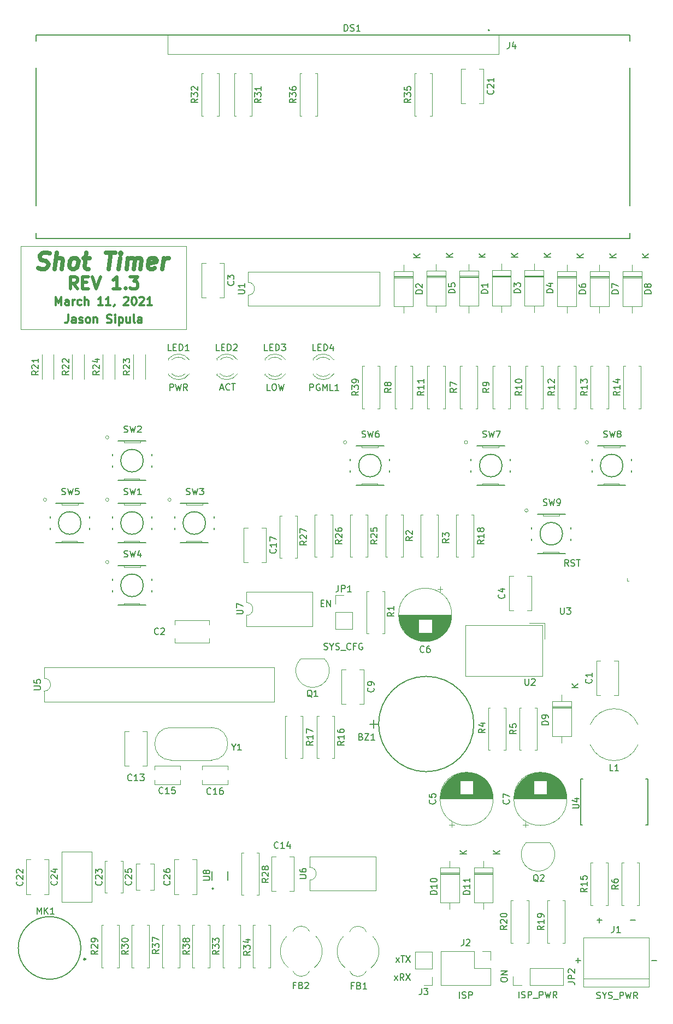
<source format=gbr>
%TF.GenerationSoftware,KiCad,Pcbnew,(5.1.9)-1*%
%TF.CreationDate,2021-03-12T00:20:13-08:00*%
%TF.ProjectId,ShotTimer,53686f74-5469-46d6-9572-2e6b69636164,rev?*%
%TF.SameCoordinates,Original*%
%TF.FileFunction,Legend,Top*%
%TF.FilePolarity,Positive*%
%FSLAX46Y46*%
G04 Gerber Fmt 4.6, Leading zero omitted, Abs format (unit mm)*
G04 Created by KiCad (PCBNEW (5.1.9)-1) date 2021-03-12 00:20:13*
%MOMM*%
%LPD*%
G01*
G04 APERTURE LIST*
%ADD10C,0.120000*%
%ADD11C,0.150000*%
%ADD12C,0.317500*%
%ADD13C,0.476250*%
%ADD14C,0.635000*%
%ADD15C,0.152400*%
%ADD16C,0.300000*%
%ADD17C,0.127000*%
%ADD18C,0.100000*%
%ADD19C,0.050800*%
%ADD20C,0.200000*%
G04 APERTURE END LIST*
D10*
X59100720Y-34625280D02*
X59100720Y-31678880D01*
X110408720Y-34625280D02*
X59100720Y-34625280D01*
X110408720Y-31678880D02*
X110408720Y-34625280D01*
D11*
X112094686Y-32769560D02*
X112094686Y-33483846D01*
X112047067Y-33626703D01*
X111951829Y-33721941D01*
X111808972Y-33769560D01*
X111713734Y-33769560D01*
X112999448Y-33102894D02*
X112999448Y-33769560D01*
X112761353Y-32721941D02*
X112523258Y-33436227D01*
X113142305Y-33436227D01*
D12*
X43716786Y-74950802D02*
X43716786Y-75857945D01*
X43656310Y-76039374D01*
X43535358Y-76160326D01*
X43353929Y-76220802D01*
X43232977Y-76220802D01*
X44865834Y-76220802D02*
X44865834Y-75555564D01*
X44805358Y-75434612D01*
X44684405Y-75374136D01*
X44442500Y-75374136D01*
X44321548Y-75434612D01*
X44865834Y-76160326D02*
X44744881Y-76220802D01*
X44442500Y-76220802D01*
X44321548Y-76160326D01*
X44261072Y-76039374D01*
X44261072Y-75918421D01*
X44321548Y-75797469D01*
X44442500Y-75736993D01*
X44744881Y-75736993D01*
X44865834Y-75676517D01*
X45410119Y-76160326D02*
X45531072Y-76220802D01*
X45772977Y-76220802D01*
X45893929Y-76160326D01*
X45954405Y-76039374D01*
X45954405Y-75978898D01*
X45893929Y-75857945D01*
X45772977Y-75797469D01*
X45591548Y-75797469D01*
X45470596Y-75736993D01*
X45410119Y-75616040D01*
X45410119Y-75555564D01*
X45470596Y-75434612D01*
X45591548Y-75374136D01*
X45772977Y-75374136D01*
X45893929Y-75434612D01*
X46680119Y-76220802D02*
X46559167Y-76160326D01*
X46498691Y-76099850D01*
X46438215Y-75978898D01*
X46438215Y-75616040D01*
X46498691Y-75495088D01*
X46559167Y-75434612D01*
X46680119Y-75374136D01*
X46861548Y-75374136D01*
X46982500Y-75434612D01*
X47042977Y-75495088D01*
X47103453Y-75616040D01*
X47103453Y-75978898D01*
X47042977Y-76099850D01*
X46982500Y-76160326D01*
X46861548Y-76220802D01*
X46680119Y-76220802D01*
X47647739Y-75374136D02*
X47647739Y-76220802D01*
X47647739Y-75495088D02*
X47708215Y-75434612D01*
X47829167Y-75374136D01*
X48010596Y-75374136D01*
X48131548Y-75434612D01*
X48192024Y-75555564D01*
X48192024Y-76220802D01*
X49703929Y-76160326D02*
X49885358Y-76220802D01*
X50187739Y-76220802D01*
X50308691Y-76160326D01*
X50369167Y-76099850D01*
X50429643Y-75978898D01*
X50429643Y-75857945D01*
X50369167Y-75736993D01*
X50308691Y-75676517D01*
X50187739Y-75616040D01*
X49945834Y-75555564D01*
X49824881Y-75495088D01*
X49764405Y-75434612D01*
X49703929Y-75313659D01*
X49703929Y-75192707D01*
X49764405Y-75071755D01*
X49824881Y-75011279D01*
X49945834Y-74950802D01*
X50248215Y-74950802D01*
X50429643Y-75011279D01*
X50973929Y-76220802D02*
X50973929Y-75374136D01*
X50973929Y-74950802D02*
X50913453Y-75011279D01*
X50973929Y-75071755D01*
X51034405Y-75011279D01*
X50973929Y-74950802D01*
X50973929Y-75071755D01*
X51578691Y-75374136D02*
X51578691Y-76644136D01*
X51578691Y-75434612D02*
X51699643Y-75374136D01*
X51941548Y-75374136D01*
X52062500Y-75434612D01*
X52122977Y-75495088D01*
X52183453Y-75616040D01*
X52183453Y-75978898D01*
X52122977Y-76099850D01*
X52062500Y-76160326D01*
X51941548Y-76220802D01*
X51699643Y-76220802D01*
X51578691Y-76160326D01*
X53272024Y-75374136D02*
X53272024Y-76220802D01*
X52727739Y-75374136D02*
X52727739Y-76039374D01*
X52788215Y-76160326D01*
X52909167Y-76220802D01*
X53090596Y-76220802D01*
X53211548Y-76160326D01*
X53272024Y-76099850D01*
X54058215Y-76220802D02*
X53937262Y-76160326D01*
X53876786Y-76039374D01*
X53876786Y-74950802D01*
X55086310Y-76220802D02*
X55086310Y-75555564D01*
X55025834Y-75434612D01*
X54904881Y-75374136D01*
X54662977Y-75374136D01*
X54542024Y-75434612D01*
X55086310Y-76160326D02*
X54965358Y-76220802D01*
X54662977Y-76220802D01*
X54542024Y-76160326D01*
X54481548Y-76039374D01*
X54481548Y-75918421D01*
X54542024Y-75797469D01*
X54662977Y-75736993D01*
X54965358Y-75736993D01*
X55086310Y-75676517D01*
X41811786Y-73482894D02*
X41811786Y-72212894D01*
X42235120Y-73120037D01*
X42658453Y-72212894D01*
X42658453Y-73482894D01*
X43807500Y-73482894D02*
X43807500Y-72817656D01*
X43747024Y-72696704D01*
X43626072Y-72636228D01*
X43384167Y-72636228D01*
X43263215Y-72696704D01*
X43807500Y-73422418D02*
X43686548Y-73482894D01*
X43384167Y-73482894D01*
X43263215Y-73422418D01*
X43202739Y-73301466D01*
X43202739Y-73180513D01*
X43263215Y-73059561D01*
X43384167Y-72999085D01*
X43686548Y-72999085D01*
X43807500Y-72938609D01*
X44412262Y-73482894D02*
X44412262Y-72636228D01*
X44412262Y-72878132D02*
X44472739Y-72757180D01*
X44533215Y-72696704D01*
X44654167Y-72636228D01*
X44775120Y-72636228D01*
X45742739Y-73422418D02*
X45621786Y-73482894D01*
X45379881Y-73482894D01*
X45258929Y-73422418D01*
X45198453Y-73361942D01*
X45137977Y-73240990D01*
X45137977Y-72878132D01*
X45198453Y-72757180D01*
X45258929Y-72696704D01*
X45379881Y-72636228D01*
X45621786Y-72636228D01*
X45742739Y-72696704D01*
X46287024Y-73482894D02*
X46287024Y-72212894D01*
X46831310Y-73482894D02*
X46831310Y-72817656D01*
X46770834Y-72696704D01*
X46649881Y-72636228D01*
X46468453Y-72636228D01*
X46347500Y-72696704D01*
X46287024Y-72757180D01*
X49068929Y-73482894D02*
X48343215Y-73482894D01*
X48706072Y-73482894D02*
X48706072Y-72212894D01*
X48585120Y-72394323D01*
X48464167Y-72515275D01*
X48343215Y-72575751D01*
X50278453Y-73482894D02*
X49552739Y-73482894D01*
X49915596Y-73482894D02*
X49915596Y-72212894D01*
X49794643Y-72394323D01*
X49673691Y-72515275D01*
X49552739Y-72575751D01*
X50883215Y-73422418D02*
X50883215Y-73482894D01*
X50822739Y-73603847D01*
X50762262Y-73664323D01*
X52334643Y-72333847D02*
X52395120Y-72273371D01*
X52516072Y-72212894D01*
X52818453Y-72212894D01*
X52939405Y-72273371D01*
X52999881Y-72333847D01*
X53060358Y-72454799D01*
X53060358Y-72575751D01*
X52999881Y-72757180D01*
X52274167Y-73482894D01*
X53060358Y-73482894D01*
X53846548Y-72212894D02*
X53967500Y-72212894D01*
X54088453Y-72273371D01*
X54148929Y-72333847D01*
X54209405Y-72454799D01*
X54269881Y-72696704D01*
X54269881Y-72999085D01*
X54209405Y-73240990D01*
X54148929Y-73361942D01*
X54088453Y-73422418D01*
X53967500Y-73482894D01*
X53846548Y-73482894D01*
X53725596Y-73422418D01*
X53665120Y-73361942D01*
X53604643Y-73240990D01*
X53544167Y-72999085D01*
X53544167Y-72696704D01*
X53604643Y-72454799D01*
X53665120Y-72333847D01*
X53725596Y-72273371D01*
X53846548Y-72212894D01*
X54753691Y-72333847D02*
X54814167Y-72273371D01*
X54935120Y-72212894D01*
X55237500Y-72212894D01*
X55358453Y-72273371D01*
X55418929Y-72333847D01*
X55479405Y-72454799D01*
X55479405Y-72575751D01*
X55418929Y-72757180D01*
X54693215Y-73482894D01*
X55479405Y-73482894D01*
X56688929Y-73482894D02*
X55963215Y-73482894D01*
X56326072Y-73482894D02*
X56326072Y-72212894D01*
X56205120Y-72394323D01*
X56084167Y-72515275D01*
X55963215Y-72575751D01*
D13*
X45137977Y-70973511D02*
X44502977Y-70066368D01*
X44049405Y-70973511D02*
X44049405Y-69068511D01*
X44775120Y-69068511D01*
X44956548Y-69159226D01*
X45047262Y-69249940D01*
X45137977Y-69431368D01*
X45137977Y-69703511D01*
X45047262Y-69884940D01*
X44956548Y-69975654D01*
X44775120Y-70066368D01*
X44049405Y-70066368D01*
X45954405Y-69975654D02*
X46589405Y-69975654D01*
X46861548Y-70973511D02*
X45954405Y-70973511D01*
X45954405Y-69068511D01*
X46861548Y-69068511D01*
X47405834Y-69068511D02*
X48040834Y-70973511D01*
X48675834Y-69068511D01*
X51760120Y-70973511D02*
X50671548Y-70973511D01*
X51215834Y-70973511D02*
X51215834Y-69068511D01*
X51034405Y-69340654D01*
X50852977Y-69522083D01*
X50671548Y-69612797D01*
X52576548Y-70792083D02*
X52667262Y-70882797D01*
X52576548Y-70973511D01*
X52485834Y-70882797D01*
X52576548Y-70792083D01*
X52576548Y-70973511D01*
X53302262Y-69068511D02*
X54481548Y-69068511D01*
X53846548Y-69794226D01*
X54118691Y-69794226D01*
X54300120Y-69884940D01*
X54390834Y-69975654D01*
X54481548Y-70157083D01*
X54481548Y-70610654D01*
X54390834Y-70792083D01*
X54300120Y-70882797D01*
X54118691Y-70973511D01*
X53574405Y-70973511D01*
X53392977Y-70882797D01*
X53302262Y-70792083D01*
D14*
X39103020Y-67758975D02*
X39450758Y-67879927D01*
X40055520Y-67879927D01*
X40312544Y-67758975D01*
X40448615Y-67638022D01*
X40599806Y-67396118D01*
X40630044Y-67154213D01*
X40539329Y-66912308D01*
X40433496Y-66791356D01*
X40206710Y-66670403D01*
X39738020Y-66549451D01*
X39511234Y-66428499D01*
X39405401Y-66307546D01*
X39314686Y-66065641D01*
X39344925Y-65823737D01*
X39496115Y-65581832D01*
X39632186Y-65460880D01*
X39889210Y-65339927D01*
X40493972Y-65339927D01*
X40841710Y-65460880D01*
X41627901Y-67879927D02*
X41945401Y-65339927D01*
X42716472Y-67879927D02*
X42882782Y-66549451D01*
X42792067Y-66307546D01*
X42565282Y-66186594D01*
X42202425Y-66186594D01*
X41945401Y-66307546D01*
X41809329Y-66428499D01*
X44288853Y-67879927D02*
X44062067Y-67758975D01*
X43956234Y-67638022D01*
X43865520Y-67396118D01*
X43956234Y-66670403D01*
X44107425Y-66428499D01*
X44243496Y-66307546D01*
X44500520Y-66186594D01*
X44863377Y-66186594D01*
X45090163Y-66307546D01*
X45195996Y-66428499D01*
X45286710Y-66670403D01*
X45195996Y-67396118D01*
X45044806Y-67638022D01*
X44908734Y-67758975D01*
X44651710Y-67879927D01*
X44288853Y-67879927D01*
X46072901Y-66186594D02*
X47040520Y-66186594D01*
X46541591Y-65339927D02*
X46269448Y-67517070D01*
X46360163Y-67758975D01*
X46586948Y-67879927D01*
X46828853Y-67879927D01*
X49565401Y-65339927D02*
X51016829Y-65339927D01*
X49973615Y-67879927D02*
X50291115Y-65339927D01*
X51545996Y-67879927D02*
X51757663Y-66186594D01*
X51863496Y-65339927D02*
X51727425Y-65460880D01*
X51833258Y-65581832D01*
X51969329Y-65460880D01*
X51863496Y-65339927D01*
X51833258Y-65581832D01*
X52755520Y-67879927D02*
X52967186Y-66186594D01*
X52936948Y-66428499D02*
X53073020Y-66307546D01*
X53330044Y-66186594D01*
X53692901Y-66186594D01*
X53919686Y-66307546D01*
X54010401Y-66549451D01*
X53844091Y-67879927D01*
X54010401Y-66549451D02*
X54161591Y-66307546D01*
X54418615Y-66186594D01*
X54781472Y-66186594D01*
X55008258Y-66307546D01*
X55098972Y-66549451D01*
X54932663Y-67879927D01*
X57124925Y-67758975D02*
X56867901Y-67879927D01*
X56384091Y-67879927D01*
X56157306Y-67758975D01*
X56066591Y-67517070D01*
X56187544Y-66549451D01*
X56338734Y-66307546D01*
X56595758Y-66186594D01*
X57079567Y-66186594D01*
X57306353Y-66307546D01*
X57397067Y-66549451D01*
X57366829Y-66791356D01*
X56127067Y-67033260D01*
X58319329Y-67879927D02*
X58530996Y-66186594D01*
X58470520Y-66670403D02*
X58621710Y-66428499D01*
X58757782Y-66307546D01*
X59014806Y-66186594D01*
X59256710Y-66186594D01*
D10*
X61970920Y-64368680D02*
X61970920Y-64546480D01*
X36342320Y-64368680D02*
X61970920Y-64368680D01*
X61970920Y-77246480D02*
X61970920Y-64546480D01*
X36367720Y-77246480D02*
X61970920Y-77246480D01*
X36367720Y-64394080D02*
X36367720Y-77246480D01*
%TO.C,U5*%
X39965320Y-133224780D02*
X39965320Y-134874780D01*
X39965320Y-134874780D02*
X75645320Y-134874780D01*
X75645320Y-134874780D02*
X75645320Y-129574780D01*
X75645320Y-129574780D02*
X39965320Y-129574780D01*
X39965320Y-129574780D02*
X39965320Y-131224780D01*
X39965320Y-131224780D02*
G75*
G02*
X39965320Y-133224780I0J-1000000D01*
G01*
%TO.C,R15*%
X124989720Y-166343080D02*
X124659720Y-166343080D01*
X124659720Y-166343080D02*
X124659720Y-159803080D01*
X124659720Y-159803080D02*
X124989720Y-159803080D01*
X127069720Y-166343080D02*
X127399720Y-166343080D01*
X127399720Y-166343080D02*
X127399720Y-159803080D01*
X127399720Y-159803080D02*
X127069720Y-159803080D01*
%TO.C,R6*%
X132225720Y-159803080D02*
X131895720Y-159803080D01*
X132225720Y-166343080D02*
X132225720Y-159803080D01*
X131895720Y-166343080D02*
X132225720Y-166343080D01*
X129485720Y-159803080D02*
X129815720Y-159803080D01*
X129485720Y-166343080D02*
X129485720Y-159803080D01*
X129815720Y-166343080D02*
X129485720Y-166343080D01*
%TO.C,C2*%
X65531820Y-125690780D02*
X60191820Y-125690780D01*
X65531820Y-122248780D02*
X60191820Y-122248780D01*
X65531820Y-125690780D02*
X65531820Y-125024780D01*
X65531820Y-122914780D02*
X65531820Y-122248780D01*
X60191820Y-125690780D02*
X60191820Y-125024780D01*
X60191820Y-122914780D02*
X60191820Y-122248780D01*
%TO.C,C1*%
X128329320Y-128540680D02*
X128995320Y-128540680D01*
X125553320Y-128540680D02*
X126219320Y-128540680D01*
X128329320Y-133880680D02*
X128995320Y-133880680D01*
X125553320Y-133880680D02*
X126219320Y-133880680D01*
X128995320Y-133880680D02*
X128995320Y-128540680D01*
X125553320Y-133880680D02*
X125553320Y-128540680D01*
%TO.C,L1*%
X124610750Y-141519080D02*
G75*
G03*
X132020690Y-141519080I3704970J1560000D01*
G01*
X124610750Y-138399080D02*
G75*
G02*
X132020690Y-138399080I3704970J-1560000D01*
G01*
%TO.C,Q2*%
X118314452Y-156651080D02*
X114714452Y-156651080D01*
X114675974Y-156662602D02*
G75*
G03*
X116514452Y-161101080I1838478J-1838478D01*
G01*
X118352930Y-156662602D02*
G75*
G02*
X116514452Y-161101080I-1838478J-1838478D01*
G01*
%TO.C,C7*%
X114170720Y-153902778D02*
X114970720Y-153902778D01*
X114570720Y-154302778D02*
X114570720Y-153502778D01*
X116352720Y-145812080D02*
X117418720Y-145812080D01*
X116117720Y-145852080D02*
X117653720Y-145852080D01*
X115937720Y-145892080D02*
X117833720Y-145892080D01*
X115787720Y-145932080D02*
X117983720Y-145932080D01*
X115656720Y-145972080D02*
X118114720Y-145972080D01*
X115539720Y-146012080D02*
X118231720Y-146012080D01*
X115432720Y-146052080D02*
X118338720Y-146052080D01*
X115333720Y-146092080D02*
X118437720Y-146092080D01*
X115240720Y-146132080D02*
X118530720Y-146132080D01*
X115154720Y-146172080D02*
X118616720Y-146172080D01*
X115072720Y-146212080D02*
X118698720Y-146212080D01*
X114995720Y-146252080D02*
X118775720Y-146252080D01*
X114921720Y-146292080D02*
X118849720Y-146292080D01*
X114851720Y-146332080D02*
X118919720Y-146332080D01*
X114783720Y-146372080D02*
X118987720Y-146372080D01*
X114719720Y-146412080D02*
X119051720Y-146412080D01*
X114657720Y-146452080D02*
X119113720Y-146452080D01*
X114598720Y-146492080D02*
X119172720Y-146492080D01*
X114540720Y-146532080D02*
X119230720Y-146532080D01*
X114485720Y-146572080D02*
X119285720Y-146572080D01*
X114431720Y-146612080D02*
X119339720Y-146612080D01*
X114380720Y-146652080D02*
X119390720Y-146652080D01*
X114329720Y-146692080D02*
X119441720Y-146692080D01*
X114281720Y-146732080D02*
X119489720Y-146732080D01*
X114234720Y-146772080D02*
X119536720Y-146772080D01*
X114188720Y-146812080D02*
X119582720Y-146812080D01*
X114144720Y-146852080D02*
X119626720Y-146852080D01*
X114101720Y-146892080D02*
X119669720Y-146892080D01*
X114059720Y-146932080D02*
X119711720Y-146932080D01*
X114018720Y-146972080D02*
X119752720Y-146972080D01*
X113978720Y-147012080D02*
X119792720Y-147012080D01*
X113940720Y-147052080D02*
X119830720Y-147052080D01*
X113902720Y-147092080D02*
X119868720Y-147092080D01*
X117925720Y-147132080D02*
X119904720Y-147132080D01*
X113866720Y-147132080D02*
X115845720Y-147132080D01*
X117925720Y-147172080D02*
X119940720Y-147172080D01*
X113830720Y-147172080D02*
X115845720Y-147172080D01*
X117925720Y-147212080D02*
X119975720Y-147212080D01*
X113795720Y-147212080D02*
X115845720Y-147212080D01*
X117925720Y-147252080D02*
X120009720Y-147252080D01*
X113761720Y-147252080D02*
X115845720Y-147252080D01*
X117925720Y-147292080D02*
X120041720Y-147292080D01*
X113729720Y-147292080D02*
X115845720Y-147292080D01*
X117925720Y-147332080D02*
X120074720Y-147332080D01*
X113696720Y-147332080D02*
X115845720Y-147332080D01*
X117925720Y-147372080D02*
X120105720Y-147372080D01*
X113665720Y-147372080D02*
X115845720Y-147372080D01*
X117925720Y-147412080D02*
X120135720Y-147412080D01*
X113635720Y-147412080D02*
X115845720Y-147412080D01*
X117925720Y-147452080D02*
X120165720Y-147452080D01*
X113605720Y-147452080D02*
X115845720Y-147452080D01*
X117925720Y-147492080D02*
X120194720Y-147492080D01*
X113576720Y-147492080D02*
X115845720Y-147492080D01*
X117925720Y-147532080D02*
X120223720Y-147532080D01*
X113547720Y-147532080D02*
X115845720Y-147532080D01*
X117925720Y-147572080D02*
X120250720Y-147572080D01*
X113520720Y-147572080D02*
X115845720Y-147572080D01*
X117925720Y-147612080D02*
X120277720Y-147612080D01*
X113493720Y-147612080D02*
X115845720Y-147612080D01*
X117925720Y-147652080D02*
X120303720Y-147652080D01*
X113467720Y-147652080D02*
X115845720Y-147652080D01*
X117925720Y-147692080D02*
X120329720Y-147692080D01*
X113441720Y-147692080D02*
X115845720Y-147692080D01*
X117925720Y-147732080D02*
X120354720Y-147732080D01*
X113416720Y-147732080D02*
X115845720Y-147732080D01*
X117925720Y-147772080D02*
X120378720Y-147772080D01*
X113392720Y-147772080D02*
X115845720Y-147772080D01*
X117925720Y-147812080D02*
X120402720Y-147812080D01*
X113368720Y-147812080D02*
X115845720Y-147812080D01*
X117925720Y-147852080D02*
X120425720Y-147852080D01*
X113345720Y-147852080D02*
X115845720Y-147852080D01*
X117925720Y-147892080D02*
X120447720Y-147892080D01*
X113323720Y-147892080D02*
X115845720Y-147892080D01*
X117925720Y-147932080D02*
X120469720Y-147932080D01*
X113301720Y-147932080D02*
X115845720Y-147932080D01*
X117925720Y-147972080D02*
X120491720Y-147972080D01*
X113279720Y-147972080D02*
X115845720Y-147972080D01*
X117925720Y-148012080D02*
X120512720Y-148012080D01*
X113258720Y-148012080D02*
X115845720Y-148012080D01*
X117925720Y-148052080D02*
X120532720Y-148052080D01*
X113238720Y-148052080D02*
X115845720Y-148052080D01*
X117925720Y-148092080D02*
X120551720Y-148092080D01*
X113219720Y-148092080D02*
X115845720Y-148092080D01*
X117925720Y-148132080D02*
X120571720Y-148132080D01*
X113199720Y-148132080D02*
X115845720Y-148132080D01*
X117925720Y-148172080D02*
X120589720Y-148172080D01*
X113181720Y-148172080D02*
X115845720Y-148172080D01*
X117925720Y-148212080D02*
X120607720Y-148212080D01*
X113163720Y-148212080D02*
X115845720Y-148212080D01*
X117925720Y-148252080D02*
X120625720Y-148252080D01*
X113145720Y-148252080D02*
X115845720Y-148252080D01*
X117925720Y-148292080D02*
X120642720Y-148292080D01*
X113128720Y-148292080D02*
X115845720Y-148292080D01*
X117925720Y-148332080D02*
X120659720Y-148332080D01*
X113111720Y-148332080D02*
X115845720Y-148332080D01*
X117925720Y-148372080D02*
X120675720Y-148372080D01*
X113095720Y-148372080D02*
X115845720Y-148372080D01*
X117925720Y-148412080D02*
X120690720Y-148412080D01*
X113080720Y-148412080D02*
X115845720Y-148412080D01*
X117925720Y-148452080D02*
X120706720Y-148452080D01*
X113064720Y-148452080D02*
X115845720Y-148452080D01*
X117925720Y-148492080D02*
X120720720Y-148492080D01*
X113050720Y-148492080D02*
X115845720Y-148492080D01*
X117925720Y-148532080D02*
X120735720Y-148532080D01*
X113035720Y-148532080D02*
X115845720Y-148532080D01*
X117925720Y-148572080D02*
X120748720Y-148572080D01*
X113022720Y-148572080D02*
X115845720Y-148572080D01*
X117925720Y-148612080D02*
X120762720Y-148612080D01*
X113008720Y-148612080D02*
X115845720Y-148612080D01*
X117925720Y-148652080D02*
X120774720Y-148652080D01*
X112996720Y-148652080D02*
X115845720Y-148652080D01*
X117925720Y-148692080D02*
X120787720Y-148692080D01*
X112983720Y-148692080D02*
X115845720Y-148692080D01*
X117925720Y-148732080D02*
X120799720Y-148732080D01*
X112971720Y-148732080D02*
X115845720Y-148732080D01*
X117925720Y-148772080D02*
X120810720Y-148772080D01*
X112960720Y-148772080D02*
X115845720Y-148772080D01*
X117925720Y-148812080D02*
X120821720Y-148812080D01*
X112949720Y-148812080D02*
X115845720Y-148812080D01*
X117925720Y-148852080D02*
X120832720Y-148852080D01*
X112938720Y-148852080D02*
X115845720Y-148852080D01*
X117925720Y-148892080D02*
X120842720Y-148892080D01*
X112928720Y-148892080D02*
X115845720Y-148892080D01*
X117925720Y-148932080D02*
X120852720Y-148932080D01*
X112918720Y-148932080D02*
X115845720Y-148932080D01*
X117925720Y-148972080D02*
X120861720Y-148972080D01*
X112909720Y-148972080D02*
X115845720Y-148972080D01*
X117925720Y-149012080D02*
X120870720Y-149012080D01*
X112900720Y-149012080D02*
X115845720Y-149012080D01*
X117925720Y-149052080D02*
X120879720Y-149052080D01*
X112891720Y-149052080D02*
X115845720Y-149052080D01*
X117925720Y-149092080D02*
X120887720Y-149092080D01*
X112883720Y-149092080D02*
X115845720Y-149092080D01*
X117925720Y-149132080D02*
X120895720Y-149132080D01*
X112875720Y-149132080D02*
X115845720Y-149132080D01*
X117925720Y-149172080D02*
X120902720Y-149172080D01*
X112868720Y-149172080D02*
X115845720Y-149172080D01*
X112861720Y-149213080D02*
X120909720Y-149213080D01*
X112855720Y-149253080D02*
X120915720Y-149253080D01*
X112848720Y-149293080D02*
X120922720Y-149293080D01*
X112843720Y-149333080D02*
X120927720Y-149333080D01*
X112837720Y-149373080D02*
X120933720Y-149373080D01*
X112833720Y-149413080D02*
X120937720Y-149413080D01*
X112828720Y-149453080D02*
X120942720Y-149453080D01*
X112824720Y-149493080D02*
X120946720Y-149493080D01*
X112820720Y-149533080D02*
X120950720Y-149533080D01*
X112817720Y-149573080D02*
X120953720Y-149573080D01*
X112814720Y-149613080D02*
X120956720Y-149613080D01*
X112811720Y-149653080D02*
X120959720Y-149653080D01*
X112809720Y-149693080D02*
X120961720Y-149693080D01*
X112808720Y-149733080D02*
X120962720Y-149733080D01*
X112806720Y-149773080D02*
X120964720Y-149773080D01*
X112805720Y-149813080D02*
X120965720Y-149813080D01*
X112805720Y-149853080D02*
X120965720Y-149853080D01*
X112805720Y-149893080D02*
X120965720Y-149893080D01*
X121005720Y-149893080D02*
G75*
G03*
X121005720Y-149893080I-4120000J0D01*
G01*
%TO.C,D11*%
X109528386Y-161323580D02*
X106588386Y-161323580D01*
X109528386Y-161563580D02*
X106588386Y-161563580D01*
X109528386Y-161443580D02*
X106588386Y-161443580D01*
X108058386Y-167003580D02*
X108058386Y-165983580D01*
X108058386Y-159523580D02*
X108058386Y-160543580D01*
X109528386Y-165983580D02*
X109528386Y-160543580D01*
X106588386Y-165983580D02*
X109528386Y-165983580D01*
X106588386Y-160543580D02*
X106588386Y-165983580D01*
X109528386Y-160543580D02*
X106588386Y-160543580D01*
%TO.C,R3*%
X98667800Y-112444280D02*
X98337800Y-112444280D01*
X98337800Y-112444280D02*
X98337800Y-105904280D01*
X98337800Y-105904280D02*
X98667800Y-105904280D01*
X100747800Y-112444280D02*
X101077800Y-112444280D01*
X101077800Y-112444280D02*
X101077800Y-105904280D01*
X101077800Y-105904280D02*
X100747800Y-105904280D01*
%TO.C,R2*%
X95279280Y-105904280D02*
X95609280Y-105904280D01*
X95609280Y-105904280D02*
X95609280Y-112444280D01*
X95609280Y-112444280D02*
X95279280Y-112444280D01*
X93199280Y-105904280D02*
X92869280Y-105904280D01*
X92869280Y-105904280D02*
X92869280Y-112444280D01*
X92869280Y-112444280D02*
X93199280Y-112444280D01*
%TO.C,U2*%
X117511520Y-122688180D02*
X115181520Y-122688180D01*
X117511520Y-125138180D02*
X117511520Y-122688180D01*
X105241520Y-123018180D02*
X117181520Y-123018180D01*
X105241520Y-130868180D02*
X105241520Y-123018180D01*
X117181520Y-130868180D02*
X105241520Y-130868180D01*
X117181520Y-123018180D02*
X117181520Y-130868180D01*
D15*
%TO.C,BZ1*%
X90417020Y-138308080D02*
X91687020Y-138308080D01*
X91052020Y-137673080D02*
X91052020Y-138943080D01*
X106571420Y-138308080D02*
G75*
G03*
X106571420Y-138308080I-7378700J0D01*
G01*
D10*
%TO.C,C3*%
X65056120Y-72294580D02*
X64390120Y-72294580D01*
X67832120Y-72294580D02*
X67166120Y-72294580D01*
X65056120Y-66954580D02*
X64390120Y-66954580D01*
X67832120Y-66954580D02*
X67166120Y-66954580D01*
X64390120Y-66954580D02*
X64390120Y-72294580D01*
X67832120Y-66954580D02*
X67832120Y-72294580D01*
%TO.C,C4*%
X114829220Y-115421580D02*
X115495220Y-115421580D01*
X112053220Y-115421580D02*
X112719220Y-115421580D01*
X114829220Y-120761580D02*
X115495220Y-120761580D01*
X112053220Y-120761580D02*
X112719220Y-120761580D01*
X115495220Y-120761580D02*
X115495220Y-115421580D01*
X112053220Y-120761580D02*
X112053220Y-115421580D01*
%TO.C,C5*%
X109575720Y-149893080D02*
G75*
G03*
X109575720Y-149893080I-4120000J0D01*
G01*
X101375720Y-149893080D02*
X109535720Y-149893080D01*
X101375720Y-149853080D02*
X109535720Y-149853080D01*
X101375720Y-149813080D02*
X109535720Y-149813080D01*
X101376720Y-149773080D02*
X109534720Y-149773080D01*
X101378720Y-149733080D02*
X109532720Y-149733080D01*
X101379720Y-149693080D02*
X109531720Y-149693080D01*
X101381720Y-149653080D02*
X109529720Y-149653080D01*
X101384720Y-149613080D02*
X109526720Y-149613080D01*
X101387720Y-149573080D02*
X109523720Y-149573080D01*
X101390720Y-149533080D02*
X109520720Y-149533080D01*
X101394720Y-149493080D02*
X109516720Y-149493080D01*
X101398720Y-149453080D02*
X109512720Y-149453080D01*
X101403720Y-149413080D02*
X109507720Y-149413080D01*
X101407720Y-149373080D02*
X109503720Y-149373080D01*
X101413720Y-149333080D02*
X109497720Y-149333080D01*
X101418720Y-149293080D02*
X109492720Y-149293080D01*
X101425720Y-149253080D02*
X109485720Y-149253080D01*
X101431720Y-149213080D02*
X109479720Y-149213080D01*
X101438720Y-149172080D02*
X104415720Y-149172080D01*
X106495720Y-149172080D02*
X109472720Y-149172080D01*
X101445720Y-149132080D02*
X104415720Y-149132080D01*
X106495720Y-149132080D02*
X109465720Y-149132080D01*
X101453720Y-149092080D02*
X104415720Y-149092080D01*
X106495720Y-149092080D02*
X109457720Y-149092080D01*
X101461720Y-149052080D02*
X104415720Y-149052080D01*
X106495720Y-149052080D02*
X109449720Y-149052080D01*
X101470720Y-149012080D02*
X104415720Y-149012080D01*
X106495720Y-149012080D02*
X109440720Y-149012080D01*
X101479720Y-148972080D02*
X104415720Y-148972080D01*
X106495720Y-148972080D02*
X109431720Y-148972080D01*
X101488720Y-148932080D02*
X104415720Y-148932080D01*
X106495720Y-148932080D02*
X109422720Y-148932080D01*
X101498720Y-148892080D02*
X104415720Y-148892080D01*
X106495720Y-148892080D02*
X109412720Y-148892080D01*
X101508720Y-148852080D02*
X104415720Y-148852080D01*
X106495720Y-148852080D02*
X109402720Y-148852080D01*
X101519720Y-148812080D02*
X104415720Y-148812080D01*
X106495720Y-148812080D02*
X109391720Y-148812080D01*
X101530720Y-148772080D02*
X104415720Y-148772080D01*
X106495720Y-148772080D02*
X109380720Y-148772080D01*
X101541720Y-148732080D02*
X104415720Y-148732080D01*
X106495720Y-148732080D02*
X109369720Y-148732080D01*
X101553720Y-148692080D02*
X104415720Y-148692080D01*
X106495720Y-148692080D02*
X109357720Y-148692080D01*
X101566720Y-148652080D02*
X104415720Y-148652080D01*
X106495720Y-148652080D02*
X109344720Y-148652080D01*
X101578720Y-148612080D02*
X104415720Y-148612080D01*
X106495720Y-148612080D02*
X109332720Y-148612080D01*
X101592720Y-148572080D02*
X104415720Y-148572080D01*
X106495720Y-148572080D02*
X109318720Y-148572080D01*
X101605720Y-148532080D02*
X104415720Y-148532080D01*
X106495720Y-148532080D02*
X109305720Y-148532080D01*
X101620720Y-148492080D02*
X104415720Y-148492080D01*
X106495720Y-148492080D02*
X109290720Y-148492080D01*
X101634720Y-148452080D02*
X104415720Y-148452080D01*
X106495720Y-148452080D02*
X109276720Y-148452080D01*
X101650720Y-148412080D02*
X104415720Y-148412080D01*
X106495720Y-148412080D02*
X109260720Y-148412080D01*
X101665720Y-148372080D02*
X104415720Y-148372080D01*
X106495720Y-148372080D02*
X109245720Y-148372080D01*
X101681720Y-148332080D02*
X104415720Y-148332080D01*
X106495720Y-148332080D02*
X109229720Y-148332080D01*
X101698720Y-148292080D02*
X104415720Y-148292080D01*
X106495720Y-148292080D02*
X109212720Y-148292080D01*
X101715720Y-148252080D02*
X104415720Y-148252080D01*
X106495720Y-148252080D02*
X109195720Y-148252080D01*
X101733720Y-148212080D02*
X104415720Y-148212080D01*
X106495720Y-148212080D02*
X109177720Y-148212080D01*
X101751720Y-148172080D02*
X104415720Y-148172080D01*
X106495720Y-148172080D02*
X109159720Y-148172080D01*
X101769720Y-148132080D02*
X104415720Y-148132080D01*
X106495720Y-148132080D02*
X109141720Y-148132080D01*
X101789720Y-148092080D02*
X104415720Y-148092080D01*
X106495720Y-148092080D02*
X109121720Y-148092080D01*
X101808720Y-148052080D02*
X104415720Y-148052080D01*
X106495720Y-148052080D02*
X109102720Y-148052080D01*
X101828720Y-148012080D02*
X104415720Y-148012080D01*
X106495720Y-148012080D02*
X109082720Y-148012080D01*
X101849720Y-147972080D02*
X104415720Y-147972080D01*
X106495720Y-147972080D02*
X109061720Y-147972080D01*
X101871720Y-147932080D02*
X104415720Y-147932080D01*
X106495720Y-147932080D02*
X109039720Y-147932080D01*
X101893720Y-147892080D02*
X104415720Y-147892080D01*
X106495720Y-147892080D02*
X109017720Y-147892080D01*
X101915720Y-147852080D02*
X104415720Y-147852080D01*
X106495720Y-147852080D02*
X108995720Y-147852080D01*
X101938720Y-147812080D02*
X104415720Y-147812080D01*
X106495720Y-147812080D02*
X108972720Y-147812080D01*
X101962720Y-147772080D02*
X104415720Y-147772080D01*
X106495720Y-147772080D02*
X108948720Y-147772080D01*
X101986720Y-147732080D02*
X104415720Y-147732080D01*
X106495720Y-147732080D02*
X108924720Y-147732080D01*
X102011720Y-147692080D02*
X104415720Y-147692080D01*
X106495720Y-147692080D02*
X108899720Y-147692080D01*
X102037720Y-147652080D02*
X104415720Y-147652080D01*
X106495720Y-147652080D02*
X108873720Y-147652080D01*
X102063720Y-147612080D02*
X104415720Y-147612080D01*
X106495720Y-147612080D02*
X108847720Y-147612080D01*
X102090720Y-147572080D02*
X104415720Y-147572080D01*
X106495720Y-147572080D02*
X108820720Y-147572080D01*
X102117720Y-147532080D02*
X104415720Y-147532080D01*
X106495720Y-147532080D02*
X108793720Y-147532080D01*
X102146720Y-147492080D02*
X104415720Y-147492080D01*
X106495720Y-147492080D02*
X108764720Y-147492080D01*
X102175720Y-147452080D02*
X104415720Y-147452080D01*
X106495720Y-147452080D02*
X108735720Y-147452080D01*
X102205720Y-147412080D02*
X104415720Y-147412080D01*
X106495720Y-147412080D02*
X108705720Y-147412080D01*
X102235720Y-147372080D02*
X104415720Y-147372080D01*
X106495720Y-147372080D02*
X108675720Y-147372080D01*
X102266720Y-147332080D02*
X104415720Y-147332080D01*
X106495720Y-147332080D02*
X108644720Y-147332080D01*
X102299720Y-147292080D02*
X104415720Y-147292080D01*
X106495720Y-147292080D02*
X108611720Y-147292080D01*
X102331720Y-147252080D02*
X104415720Y-147252080D01*
X106495720Y-147252080D02*
X108579720Y-147252080D01*
X102365720Y-147212080D02*
X104415720Y-147212080D01*
X106495720Y-147212080D02*
X108545720Y-147212080D01*
X102400720Y-147172080D02*
X104415720Y-147172080D01*
X106495720Y-147172080D02*
X108510720Y-147172080D01*
X102436720Y-147132080D02*
X104415720Y-147132080D01*
X106495720Y-147132080D02*
X108474720Y-147132080D01*
X102472720Y-147092080D02*
X108438720Y-147092080D01*
X102510720Y-147052080D02*
X108400720Y-147052080D01*
X102548720Y-147012080D02*
X108362720Y-147012080D01*
X102588720Y-146972080D02*
X108322720Y-146972080D01*
X102629720Y-146932080D02*
X108281720Y-146932080D01*
X102671720Y-146892080D02*
X108239720Y-146892080D01*
X102714720Y-146852080D02*
X108196720Y-146852080D01*
X102758720Y-146812080D02*
X108152720Y-146812080D01*
X102804720Y-146772080D02*
X108106720Y-146772080D01*
X102851720Y-146732080D02*
X108059720Y-146732080D01*
X102899720Y-146692080D02*
X108011720Y-146692080D01*
X102950720Y-146652080D02*
X107960720Y-146652080D01*
X103001720Y-146612080D02*
X107909720Y-146612080D01*
X103055720Y-146572080D02*
X107855720Y-146572080D01*
X103110720Y-146532080D02*
X107800720Y-146532080D01*
X103168720Y-146492080D02*
X107742720Y-146492080D01*
X103227720Y-146452080D02*
X107683720Y-146452080D01*
X103289720Y-146412080D02*
X107621720Y-146412080D01*
X103353720Y-146372080D02*
X107557720Y-146372080D01*
X103421720Y-146332080D02*
X107489720Y-146332080D01*
X103491720Y-146292080D02*
X107419720Y-146292080D01*
X103565720Y-146252080D02*
X107345720Y-146252080D01*
X103642720Y-146212080D02*
X107268720Y-146212080D01*
X103724720Y-146172080D02*
X107186720Y-146172080D01*
X103810720Y-146132080D02*
X107100720Y-146132080D01*
X103903720Y-146092080D02*
X107007720Y-146092080D01*
X104002720Y-146052080D02*
X106908720Y-146052080D01*
X104109720Y-146012080D02*
X106801720Y-146012080D01*
X104226720Y-145972080D02*
X106684720Y-145972080D01*
X104357720Y-145932080D02*
X106553720Y-145932080D01*
X104507720Y-145892080D02*
X106403720Y-145892080D01*
X104687720Y-145852080D02*
X106223720Y-145852080D01*
X104922720Y-145812080D02*
X105988720Y-145812080D01*
X103140720Y-154302778D02*
X103140720Y-153502778D01*
X102740720Y-153902778D02*
X103540720Y-153902778D01*
%TO.C,C6*%
X103149520Y-121414480D02*
G75*
G03*
X103149520Y-121414480I-4120000J0D01*
G01*
X103109520Y-121414480D02*
X94949520Y-121414480D01*
X103109520Y-121454480D02*
X94949520Y-121454480D01*
X103109520Y-121494480D02*
X94949520Y-121494480D01*
X103108520Y-121534480D02*
X94950520Y-121534480D01*
X103106520Y-121574480D02*
X94952520Y-121574480D01*
X103105520Y-121614480D02*
X94953520Y-121614480D01*
X103103520Y-121654480D02*
X94955520Y-121654480D01*
X103100520Y-121694480D02*
X94958520Y-121694480D01*
X103097520Y-121734480D02*
X94961520Y-121734480D01*
X103094520Y-121774480D02*
X94964520Y-121774480D01*
X103090520Y-121814480D02*
X94968520Y-121814480D01*
X103086520Y-121854480D02*
X94972520Y-121854480D01*
X103081520Y-121894480D02*
X94977520Y-121894480D01*
X103077520Y-121934480D02*
X94981520Y-121934480D01*
X103071520Y-121974480D02*
X94987520Y-121974480D01*
X103066520Y-122014480D02*
X94992520Y-122014480D01*
X103059520Y-122054480D02*
X94999520Y-122054480D01*
X103053520Y-122094480D02*
X95005520Y-122094480D01*
X103046520Y-122135480D02*
X100069520Y-122135480D01*
X97989520Y-122135480D02*
X95012520Y-122135480D01*
X103039520Y-122175480D02*
X100069520Y-122175480D01*
X97989520Y-122175480D02*
X95019520Y-122175480D01*
X103031520Y-122215480D02*
X100069520Y-122215480D01*
X97989520Y-122215480D02*
X95027520Y-122215480D01*
X103023520Y-122255480D02*
X100069520Y-122255480D01*
X97989520Y-122255480D02*
X95035520Y-122255480D01*
X103014520Y-122295480D02*
X100069520Y-122295480D01*
X97989520Y-122295480D02*
X95044520Y-122295480D01*
X103005520Y-122335480D02*
X100069520Y-122335480D01*
X97989520Y-122335480D02*
X95053520Y-122335480D01*
X102996520Y-122375480D02*
X100069520Y-122375480D01*
X97989520Y-122375480D02*
X95062520Y-122375480D01*
X102986520Y-122415480D02*
X100069520Y-122415480D01*
X97989520Y-122415480D02*
X95072520Y-122415480D01*
X102976520Y-122455480D02*
X100069520Y-122455480D01*
X97989520Y-122455480D02*
X95082520Y-122455480D01*
X102965520Y-122495480D02*
X100069520Y-122495480D01*
X97989520Y-122495480D02*
X95093520Y-122495480D01*
X102954520Y-122535480D02*
X100069520Y-122535480D01*
X97989520Y-122535480D02*
X95104520Y-122535480D01*
X102943520Y-122575480D02*
X100069520Y-122575480D01*
X97989520Y-122575480D02*
X95115520Y-122575480D01*
X102931520Y-122615480D02*
X100069520Y-122615480D01*
X97989520Y-122615480D02*
X95127520Y-122615480D01*
X102918520Y-122655480D02*
X100069520Y-122655480D01*
X97989520Y-122655480D02*
X95140520Y-122655480D01*
X102906520Y-122695480D02*
X100069520Y-122695480D01*
X97989520Y-122695480D02*
X95152520Y-122695480D01*
X102892520Y-122735480D02*
X100069520Y-122735480D01*
X97989520Y-122735480D02*
X95166520Y-122735480D01*
X102879520Y-122775480D02*
X100069520Y-122775480D01*
X97989520Y-122775480D02*
X95179520Y-122775480D01*
X102864520Y-122815480D02*
X100069520Y-122815480D01*
X97989520Y-122815480D02*
X95194520Y-122815480D01*
X102850520Y-122855480D02*
X100069520Y-122855480D01*
X97989520Y-122855480D02*
X95208520Y-122855480D01*
X102834520Y-122895480D02*
X100069520Y-122895480D01*
X97989520Y-122895480D02*
X95224520Y-122895480D01*
X102819520Y-122935480D02*
X100069520Y-122935480D01*
X97989520Y-122935480D02*
X95239520Y-122935480D01*
X102803520Y-122975480D02*
X100069520Y-122975480D01*
X97989520Y-122975480D02*
X95255520Y-122975480D01*
X102786520Y-123015480D02*
X100069520Y-123015480D01*
X97989520Y-123015480D02*
X95272520Y-123015480D01*
X102769520Y-123055480D02*
X100069520Y-123055480D01*
X97989520Y-123055480D02*
X95289520Y-123055480D01*
X102751520Y-123095480D02*
X100069520Y-123095480D01*
X97989520Y-123095480D02*
X95307520Y-123095480D01*
X102733520Y-123135480D02*
X100069520Y-123135480D01*
X97989520Y-123135480D02*
X95325520Y-123135480D01*
X102715520Y-123175480D02*
X100069520Y-123175480D01*
X97989520Y-123175480D02*
X95343520Y-123175480D01*
X102695520Y-123215480D02*
X100069520Y-123215480D01*
X97989520Y-123215480D02*
X95363520Y-123215480D01*
X102676520Y-123255480D02*
X100069520Y-123255480D01*
X97989520Y-123255480D02*
X95382520Y-123255480D01*
X102656520Y-123295480D02*
X100069520Y-123295480D01*
X97989520Y-123295480D02*
X95402520Y-123295480D01*
X102635520Y-123335480D02*
X100069520Y-123335480D01*
X97989520Y-123335480D02*
X95423520Y-123335480D01*
X102613520Y-123375480D02*
X100069520Y-123375480D01*
X97989520Y-123375480D02*
X95445520Y-123375480D01*
X102591520Y-123415480D02*
X100069520Y-123415480D01*
X97989520Y-123415480D02*
X95467520Y-123415480D01*
X102569520Y-123455480D02*
X100069520Y-123455480D01*
X97989520Y-123455480D02*
X95489520Y-123455480D01*
X102546520Y-123495480D02*
X100069520Y-123495480D01*
X97989520Y-123495480D02*
X95512520Y-123495480D01*
X102522520Y-123535480D02*
X100069520Y-123535480D01*
X97989520Y-123535480D02*
X95536520Y-123535480D01*
X102498520Y-123575480D02*
X100069520Y-123575480D01*
X97989520Y-123575480D02*
X95560520Y-123575480D01*
X102473520Y-123615480D02*
X100069520Y-123615480D01*
X97989520Y-123615480D02*
X95585520Y-123615480D01*
X102447520Y-123655480D02*
X100069520Y-123655480D01*
X97989520Y-123655480D02*
X95611520Y-123655480D01*
X102421520Y-123695480D02*
X100069520Y-123695480D01*
X97989520Y-123695480D02*
X95637520Y-123695480D01*
X102394520Y-123735480D02*
X100069520Y-123735480D01*
X97989520Y-123735480D02*
X95664520Y-123735480D01*
X102367520Y-123775480D02*
X100069520Y-123775480D01*
X97989520Y-123775480D02*
X95691520Y-123775480D01*
X102338520Y-123815480D02*
X100069520Y-123815480D01*
X97989520Y-123815480D02*
X95720520Y-123815480D01*
X102309520Y-123855480D02*
X100069520Y-123855480D01*
X97989520Y-123855480D02*
X95749520Y-123855480D01*
X102279520Y-123895480D02*
X100069520Y-123895480D01*
X97989520Y-123895480D02*
X95779520Y-123895480D01*
X102249520Y-123935480D02*
X100069520Y-123935480D01*
X97989520Y-123935480D02*
X95809520Y-123935480D01*
X102218520Y-123975480D02*
X100069520Y-123975480D01*
X97989520Y-123975480D02*
X95840520Y-123975480D01*
X102185520Y-124015480D02*
X100069520Y-124015480D01*
X97989520Y-124015480D02*
X95873520Y-124015480D01*
X102153520Y-124055480D02*
X100069520Y-124055480D01*
X97989520Y-124055480D02*
X95905520Y-124055480D01*
X102119520Y-124095480D02*
X100069520Y-124095480D01*
X97989520Y-124095480D02*
X95939520Y-124095480D01*
X102084520Y-124135480D02*
X100069520Y-124135480D01*
X97989520Y-124135480D02*
X95974520Y-124135480D01*
X102048520Y-124175480D02*
X100069520Y-124175480D01*
X97989520Y-124175480D02*
X96010520Y-124175480D01*
X102012520Y-124215480D02*
X96046520Y-124215480D01*
X101974520Y-124255480D02*
X96084520Y-124255480D01*
X101936520Y-124295480D02*
X96122520Y-124295480D01*
X101896520Y-124335480D02*
X96162520Y-124335480D01*
X101855520Y-124375480D02*
X96203520Y-124375480D01*
X101813520Y-124415480D02*
X96245520Y-124415480D01*
X101770520Y-124455480D02*
X96288520Y-124455480D01*
X101726520Y-124495480D02*
X96332520Y-124495480D01*
X101680520Y-124535480D02*
X96378520Y-124535480D01*
X101633520Y-124575480D02*
X96425520Y-124575480D01*
X101585520Y-124615480D02*
X96473520Y-124615480D01*
X101534520Y-124655480D02*
X96524520Y-124655480D01*
X101483520Y-124695480D02*
X96575520Y-124695480D01*
X101429520Y-124735480D02*
X96629520Y-124735480D01*
X101374520Y-124775480D02*
X96684520Y-124775480D01*
X101316520Y-124815480D02*
X96742520Y-124815480D01*
X101257520Y-124855480D02*
X96801520Y-124855480D01*
X101195520Y-124895480D02*
X96863520Y-124895480D01*
X101131520Y-124935480D02*
X96927520Y-124935480D01*
X101063520Y-124975480D02*
X96995520Y-124975480D01*
X100993520Y-125015480D02*
X97065520Y-125015480D01*
X100919520Y-125055480D02*
X97139520Y-125055480D01*
X100842520Y-125095480D02*
X97216520Y-125095480D01*
X100760520Y-125135480D02*
X97298520Y-125135480D01*
X100674520Y-125175480D02*
X97384520Y-125175480D01*
X100581520Y-125215480D02*
X97477520Y-125215480D01*
X100482520Y-125255480D02*
X97576520Y-125255480D01*
X100375520Y-125295480D02*
X97683520Y-125295480D01*
X100258520Y-125335480D02*
X97800520Y-125335480D01*
X100127520Y-125375480D02*
X97931520Y-125375480D01*
X99977520Y-125415480D02*
X98081520Y-125415480D01*
X99797520Y-125455480D02*
X98261520Y-125455480D01*
X99562520Y-125495480D02*
X98496520Y-125495480D01*
X101344520Y-117004782D02*
X101344520Y-117804782D01*
X101744520Y-117404782D02*
X100944520Y-117404782D01*
%TO.C,C9*%
X89523720Y-129883080D02*
X89523720Y-135223080D01*
X86081720Y-129883080D02*
X86081720Y-135223080D01*
X89523720Y-129883080D02*
X88857720Y-129883080D01*
X86747720Y-129883080D02*
X86081720Y-129883080D01*
X89523720Y-135223080D02*
X88857720Y-135223080D01*
X86747720Y-135223080D02*
X86081720Y-135223080D01*
%TO.C,C13*%
X55894120Y-139433480D02*
X55894120Y-144773480D01*
X52452120Y-139433480D02*
X52452120Y-144773480D01*
X55894120Y-139433480D02*
X55228120Y-139433480D01*
X53118120Y-139433480D02*
X52452120Y-139433480D01*
X55894120Y-144773480D02*
X55228120Y-144773480D01*
X53118120Y-144773480D02*
X52452120Y-144773480D01*
%TO.C,C14*%
X78659270Y-158815580D02*
X78659270Y-164155580D01*
X75217270Y-158815580D02*
X75217270Y-164155580D01*
X78659270Y-158815580D02*
X77993270Y-158815580D01*
X75883270Y-158815580D02*
X75217270Y-158815580D01*
X78659270Y-164155580D02*
X77993270Y-164155580D01*
X75883270Y-164155580D02*
X75217270Y-164155580D01*
%TO.C,C15*%
X57058180Y-144777320D02*
X61098180Y-144777320D01*
X57058180Y-147617320D02*
X61098180Y-147617320D01*
X57058180Y-144777320D02*
X57058180Y-145402320D01*
X57058180Y-146992320D02*
X57058180Y-147617320D01*
X61098180Y-144777320D02*
X61098180Y-145402320D01*
X61098180Y-146992320D02*
X61098180Y-147617320D01*
%TO.C,C16*%
X64441320Y-145402320D02*
X64441320Y-144777320D01*
X64441320Y-147617320D02*
X64441320Y-146992320D01*
X68481320Y-145402320D02*
X68481320Y-144777320D01*
X68481320Y-147617320D02*
X68481320Y-146992320D01*
X68481320Y-144777320D02*
X64441320Y-144777320D01*
X68481320Y-147617320D02*
X64441320Y-147617320D01*
%TO.C,C17*%
X74359920Y-107950180D02*
X74359920Y-113290180D01*
X70917920Y-107950180D02*
X70917920Y-113290180D01*
X74359920Y-107950180D02*
X73693920Y-107950180D01*
X71583920Y-107950180D02*
X70917920Y-107950180D01*
X74359920Y-113290180D02*
X73693920Y-113290180D01*
X71583920Y-113290180D02*
X70917920Y-113290180D01*
%TO.C,C21*%
X105289720Y-42259080D02*
X104623720Y-42259080D01*
X108065720Y-42259080D02*
X107399720Y-42259080D01*
X105289720Y-36919080D02*
X104623720Y-36919080D01*
X108065720Y-36919080D02*
X107399720Y-36919080D01*
X104623720Y-36919080D02*
X104623720Y-42259080D01*
X108065720Y-36919080D02*
X108065720Y-42259080D01*
%TO.C,C22*%
X39962720Y-159300080D02*
X40628720Y-159300080D01*
X37186720Y-159300080D02*
X37852720Y-159300080D01*
X39962720Y-164640080D02*
X40628720Y-164640080D01*
X37186720Y-164640080D02*
X37852720Y-164640080D01*
X40628720Y-164640080D02*
X40628720Y-159300080D01*
X37186720Y-164640080D02*
X37186720Y-159300080D01*
%TO.C,C23*%
X52142052Y-159500080D02*
X52142052Y-164440080D01*
X49402052Y-159500080D02*
X49402052Y-164440080D01*
X52142052Y-159500080D02*
X51827052Y-159500080D01*
X49717052Y-159500080D02*
X49402052Y-159500080D01*
X52142052Y-164440080D02*
X51827052Y-164440080D01*
X49717052Y-164440080D02*
X49402052Y-164440080D01*
%TO.C,C24*%
X42693886Y-158100080D02*
X47335886Y-158100080D01*
X42693886Y-165840080D02*
X47335886Y-165840080D01*
X47335886Y-165840080D02*
X47335886Y-158100080D01*
X42693886Y-165840080D02*
X42693886Y-158100080D01*
%TO.C,C25*%
X56424220Y-159950080D02*
X57049220Y-159950080D01*
X54209220Y-159950080D02*
X54834220Y-159950080D01*
X56424220Y-163990080D02*
X57049220Y-163990080D01*
X54209220Y-163990080D02*
X54834220Y-163990080D01*
X57049220Y-163990080D02*
X57049220Y-159950080D01*
X54209220Y-163990080D02*
X54209220Y-159950080D01*
%TO.C,C26*%
X62949720Y-159300080D02*
X63615720Y-159300080D01*
X60173720Y-159300080D02*
X60839720Y-159300080D01*
X62949720Y-164640080D02*
X63615720Y-164640080D01*
X60173720Y-164640080D02*
X60839720Y-164640080D01*
X63615720Y-164640080D02*
X63615720Y-159300080D01*
X60173720Y-164640080D02*
X60173720Y-159300080D01*
%TO.C,D1*%
X107270434Y-68956480D02*
X104330434Y-68956480D01*
X107270434Y-69196480D02*
X104330434Y-69196480D01*
X107270434Y-69076480D02*
X104330434Y-69076480D01*
X105800434Y-74636480D02*
X105800434Y-73616480D01*
X105800434Y-67156480D02*
X105800434Y-68176480D01*
X107270434Y-73616480D02*
X107270434Y-68176480D01*
X104330434Y-73616480D02*
X107270434Y-73616480D01*
X104330434Y-68176480D02*
X104330434Y-73616480D01*
X107270434Y-68176480D02*
X104330434Y-68176480D01*
%TO.C,D2*%
X97146720Y-68227280D02*
X94206720Y-68227280D01*
X94206720Y-68227280D02*
X94206720Y-73667280D01*
X94206720Y-73667280D02*
X97146720Y-73667280D01*
X97146720Y-73667280D02*
X97146720Y-68227280D01*
X95676720Y-67207280D02*
X95676720Y-68227280D01*
X95676720Y-74687280D02*
X95676720Y-73667280D01*
X97146720Y-69127280D02*
X94206720Y-69127280D01*
X97146720Y-69247280D02*
X94206720Y-69247280D01*
X97146720Y-69007280D02*
X94206720Y-69007280D01*
%TO.C,D3*%
X112332291Y-68880280D02*
X109392291Y-68880280D01*
X112332291Y-69120280D02*
X109392291Y-69120280D01*
X112332291Y-69000280D02*
X109392291Y-69000280D01*
X110862291Y-74560280D02*
X110862291Y-73540280D01*
X110862291Y-67080280D02*
X110862291Y-68100280D01*
X112332291Y-73540280D02*
X112332291Y-68100280D01*
X109392291Y-73540280D02*
X112332291Y-73540280D01*
X109392291Y-68100280D02*
X109392291Y-73540280D01*
X112332291Y-68100280D02*
X109392291Y-68100280D01*
%TO.C,D4*%
X117394148Y-68880280D02*
X114454148Y-68880280D01*
X117394148Y-69120280D02*
X114454148Y-69120280D01*
X117394148Y-69000280D02*
X114454148Y-69000280D01*
X115924148Y-74560280D02*
X115924148Y-73540280D01*
X115924148Y-67080280D02*
X115924148Y-68100280D01*
X117394148Y-73540280D02*
X117394148Y-68100280D01*
X114454148Y-73540280D02*
X117394148Y-73540280D01*
X114454148Y-68100280D02*
X114454148Y-73540280D01*
X117394148Y-68100280D02*
X114454148Y-68100280D01*
%TO.C,D5*%
X102208577Y-68125680D02*
X99268577Y-68125680D01*
X99268577Y-68125680D02*
X99268577Y-73565680D01*
X99268577Y-73565680D02*
X102208577Y-73565680D01*
X102208577Y-73565680D02*
X102208577Y-68125680D01*
X100738577Y-67105680D02*
X100738577Y-68125680D01*
X100738577Y-74585680D02*
X100738577Y-73565680D01*
X102208577Y-69025680D02*
X99268577Y-69025680D01*
X102208577Y-69145680D02*
X99268577Y-69145680D01*
X102208577Y-68905680D02*
X99268577Y-68905680D01*
%TO.C,D6*%
X122456005Y-68227280D02*
X119516005Y-68227280D01*
X119516005Y-68227280D02*
X119516005Y-73667280D01*
X119516005Y-73667280D02*
X122456005Y-73667280D01*
X122456005Y-73667280D02*
X122456005Y-68227280D01*
X120986005Y-67207280D02*
X120986005Y-68227280D01*
X120986005Y-74687280D02*
X120986005Y-73667280D01*
X122456005Y-69127280D02*
X119516005Y-69127280D01*
X122456005Y-69247280D02*
X119516005Y-69247280D01*
X122456005Y-69007280D02*
X119516005Y-69007280D01*
%TO.C,D7*%
X127517862Y-69007280D02*
X124577862Y-69007280D01*
X127517862Y-69247280D02*
X124577862Y-69247280D01*
X127517862Y-69127280D02*
X124577862Y-69127280D01*
X126047862Y-74687280D02*
X126047862Y-73667280D01*
X126047862Y-67207280D02*
X126047862Y-68227280D01*
X127517862Y-73667280D02*
X127517862Y-68227280D01*
X124577862Y-73667280D02*
X127517862Y-73667280D01*
X124577862Y-68227280D02*
X124577862Y-73667280D01*
X127517862Y-68227280D02*
X124577862Y-68227280D01*
%TO.C,D8*%
X132579720Y-68227280D02*
X129639720Y-68227280D01*
X129639720Y-68227280D02*
X129639720Y-73667280D01*
X129639720Y-73667280D02*
X132579720Y-73667280D01*
X132579720Y-73667280D02*
X132579720Y-68227280D01*
X131109720Y-67207280D02*
X131109720Y-68227280D01*
X131109720Y-74687280D02*
X131109720Y-73667280D01*
X132579720Y-69127280D02*
X129639720Y-69127280D01*
X132579720Y-69247280D02*
X129639720Y-69247280D01*
X132579720Y-69007280D02*
X129639720Y-69007280D01*
%TO.C,D9*%
X121657720Y-134780080D02*
X118717720Y-134780080D01*
X118717720Y-134780080D02*
X118717720Y-140220080D01*
X118717720Y-140220080D02*
X121657720Y-140220080D01*
X121657720Y-140220080D02*
X121657720Y-134780080D01*
X120187720Y-133760080D02*
X120187720Y-134780080D01*
X120187720Y-141240080D02*
X120187720Y-140220080D01*
X121657720Y-135680080D02*
X118717720Y-135680080D01*
X121657720Y-135800080D02*
X118717720Y-135800080D01*
X121657720Y-135560080D02*
X118717720Y-135560080D01*
%TO.C,D10*%
X104322220Y-160543580D02*
X101382220Y-160543580D01*
X101382220Y-160543580D02*
X101382220Y-165983580D01*
X101382220Y-165983580D02*
X104322220Y-165983580D01*
X104322220Y-165983580D02*
X104322220Y-160543580D01*
X102852220Y-159523580D02*
X102852220Y-160543580D01*
X102852220Y-167003580D02*
X102852220Y-165983580D01*
X104322220Y-161443580D02*
X101382220Y-161443580D01*
X104322220Y-161563580D02*
X101382220Y-161563580D01*
X104322220Y-161323580D02*
X101382220Y-161323580D01*
%TO.C,FB1*%
X87349100Y-170449240D02*
G75*
G02*
X89889100Y-170449240I1270000J-508000D01*
G01*
X89889100Y-176545240D02*
G75*
G02*
X87349100Y-176545240I-1270000J508000D01*
G01*
X90919168Y-171197172D02*
G75*
G02*
X90651100Y-176037240I-2300068J-2300068D01*
G01*
X86599528Y-176021705D02*
G75*
G02*
X86333100Y-171211240I2019572J2524465D01*
G01*
%TO.C,FB2*%
X77802468Y-176006465D02*
G75*
G02*
X77536040Y-171196000I2019572J2524465D01*
G01*
X82122108Y-171181932D02*
G75*
G02*
X81854040Y-176022000I-2300068J-2300068D01*
G01*
X81092040Y-176530000D02*
G75*
G02*
X78552040Y-176530000I-1270000J508000D01*
G01*
X78552040Y-170434000D02*
G75*
G02*
X81092040Y-170434000I1270000J-508000D01*
G01*
%TO.C,J1*%
X133700520Y-177738680D02*
X123540520Y-177738680D01*
X133700520Y-179008680D02*
X133700520Y-171388680D01*
X133700520Y-171388680D02*
X123540520Y-171388680D01*
X123540520Y-171388680D02*
X123540520Y-179008680D01*
X123540520Y-179008680D02*
X133700520Y-179008680D01*
%TO.C,J2*%
X101448386Y-173518680D02*
X101448386Y-178718680D01*
X106588386Y-173518680D02*
X101448386Y-173518680D01*
X109188386Y-178718680D02*
X101448386Y-178718680D01*
X106588386Y-173518680D02*
X106588386Y-176118680D01*
X106588386Y-176118680D02*
X109188386Y-176118680D01*
X109188386Y-176118680D02*
X109188386Y-178718680D01*
X107858386Y-173518680D02*
X109188386Y-173518680D01*
X109188386Y-173518680D02*
X109188386Y-174848680D01*
%TO.C,J3*%
X100130920Y-178754080D02*
X98800920Y-178754080D01*
X100130920Y-177424080D02*
X100130920Y-178754080D01*
X100130920Y-176154080D02*
X97470920Y-176154080D01*
X97470920Y-176154080D02*
X97470920Y-173554080D01*
X100130920Y-176154080D02*
X100130920Y-173554080D01*
X100130920Y-173554080D02*
X97470920Y-173554080D01*
%TO.C,JP1*%
X85088420Y-123598680D02*
X87748420Y-123598680D01*
X85088420Y-120998680D02*
X85088420Y-123598680D01*
X87748420Y-120998680D02*
X87748420Y-123598680D01*
X85088420Y-120998680D02*
X87748420Y-120998680D01*
X85088420Y-119728680D02*
X85088420Y-118398680D01*
X85088420Y-118398680D02*
X86418420Y-118398680D01*
%TO.C,JP2*%
X120399452Y-178728680D02*
X120399452Y-176068680D01*
X115259452Y-178728680D02*
X120399452Y-178728680D01*
X115259452Y-176068680D02*
X120399452Y-176068680D01*
X115259452Y-178728680D02*
X115259452Y-176068680D01*
X113989452Y-178728680D02*
X112659452Y-178728680D01*
X112659452Y-178728680D02*
X112659452Y-177398680D01*
%TO.C,LED1*%
X59237432Y-84104980D02*
X59237432Y-84260980D01*
X59237432Y-81788980D02*
X59237432Y-81944980D01*
X61838562Y-84104817D02*
G75*
G02*
X59756471Y-84104980I-1041130J1079837D01*
G01*
X61838562Y-81945143D02*
G75*
G03*
X59756471Y-81944980I-1041130J-1079837D01*
G01*
X62469767Y-84103588D02*
G75*
G02*
X59237432Y-84260496I-1672335J1078608D01*
G01*
X62469767Y-81946372D02*
G75*
G03*
X59237432Y-81789464I-1672335J-1078608D01*
G01*
%TO.C,LED2*%
X66708420Y-81788980D02*
X66708420Y-81944980D01*
X66708420Y-84104980D02*
X66708420Y-84260980D01*
X69940755Y-81946372D02*
G75*
G03*
X66708420Y-81789464I-1672335J-1078608D01*
G01*
X69940755Y-84103588D02*
G75*
G02*
X66708420Y-84260496I-1672335J1078608D01*
G01*
X69309550Y-81945143D02*
G75*
G03*
X67227459Y-81944980I-1041130J-1079837D01*
G01*
X69309550Y-84104817D02*
G75*
G02*
X67227459Y-84104980I-1041130J1079837D01*
G01*
%TO.C,LED3*%
X74179408Y-84104980D02*
X74179408Y-84260980D01*
X74179408Y-81788980D02*
X74179408Y-81944980D01*
X76780538Y-84104817D02*
G75*
G02*
X74698447Y-84104980I-1041130J1079837D01*
G01*
X76780538Y-81945143D02*
G75*
G03*
X74698447Y-81944980I-1041130J-1079837D01*
G01*
X77411743Y-84103588D02*
G75*
G02*
X74179408Y-84260496I-1672335J1078608D01*
G01*
X77411743Y-81946372D02*
G75*
G03*
X74179408Y-81789464I-1672335J-1078608D01*
G01*
%TO.C,LED4*%
X81650400Y-81788980D02*
X81650400Y-81944980D01*
X81650400Y-84104980D02*
X81650400Y-84260980D01*
X84882735Y-81946372D02*
G75*
G03*
X81650400Y-81789464I-1672335J-1078608D01*
G01*
X84882735Y-84103588D02*
G75*
G02*
X81650400Y-84260496I-1672335J1078608D01*
G01*
X84251530Y-81945143D02*
G75*
G03*
X82169439Y-81944980I-1041130J-1079837D01*
G01*
X84251530Y-84104817D02*
G75*
G02*
X82169439Y-84104980I-1041130J1079837D01*
G01*
D16*
%TO.C,MK1*%
X46355720Y-174707380D02*
G75*
G03*
X46355720Y-174707380I-100000J0D01*
G01*
D17*
X45662720Y-172966380D02*
G75*
G03*
X45662720Y-172966380I-4850000J0D01*
G01*
D10*
%TO.C,Q1*%
X83379720Y-128203080D02*
X79779720Y-128203080D01*
X83418198Y-128214602D02*
G75*
G02*
X81579720Y-132653080I-1838478J-1838478D01*
G01*
X79741242Y-128214602D02*
G75*
G03*
X81579720Y-132653080I1838478J-1838478D01*
G01*
%TO.C,R1*%
X92703320Y-117733680D02*
X92373320Y-117733680D01*
X92703320Y-124273680D02*
X92703320Y-117733680D01*
X92373320Y-124273680D02*
X92703320Y-124273680D01*
X89963320Y-117733680D02*
X90293320Y-117733680D01*
X89963320Y-124273680D02*
X89963320Y-117733680D01*
X90293320Y-124273680D02*
X89963320Y-124273680D01*
%TO.C,R4*%
X108784720Y-142340080D02*
X109114720Y-142340080D01*
X108784720Y-135800080D02*
X108784720Y-142340080D01*
X109114720Y-135800080D02*
X108784720Y-135800080D01*
X111524720Y-142340080D02*
X111194720Y-142340080D01*
X111524720Y-135800080D02*
X111524720Y-142340080D01*
X111194720Y-135800080D02*
X111524720Y-135800080D01*
%TO.C,R5*%
X113940720Y-142340080D02*
X113610720Y-142340080D01*
X113610720Y-142340080D02*
X113610720Y-135800080D01*
X113610720Y-135800080D02*
X113940720Y-135800080D01*
X116020720Y-142340080D02*
X116350720Y-142340080D01*
X116350720Y-142340080D02*
X116350720Y-135800080D01*
X116350720Y-135800080D02*
X116020720Y-135800080D01*
%TO.C,R7*%
X107170434Y-82917280D02*
X106840434Y-82917280D01*
X107170434Y-89457280D02*
X107170434Y-82917280D01*
X106840434Y-89457280D02*
X107170434Y-89457280D01*
X104430434Y-82917280D02*
X104760434Y-82917280D01*
X104430434Y-89457280D02*
X104430434Y-82917280D01*
X104760434Y-89457280D02*
X104430434Y-89457280D01*
%TO.C,R8*%
X94636720Y-89457280D02*
X94306720Y-89457280D01*
X94306720Y-89457280D02*
X94306720Y-82917280D01*
X94306720Y-82917280D02*
X94636720Y-82917280D01*
X96716720Y-89457280D02*
X97046720Y-89457280D01*
X97046720Y-89457280D02*
X97046720Y-82917280D01*
X97046720Y-82917280D02*
X96716720Y-82917280D01*
%TO.C,R9*%
X112232291Y-82917280D02*
X111902291Y-82917280D01*
X112232291Y-89457280D02*
X112232291Y-82917280D01*
X111902291Y-89457280D02*
X112232291Y-89457280D01*
X109492291Y-82917280D02*
X109822291Y-82917280D01*
X109492291Y-89457280D02*
X109492291Y-82917280D01*
X109822291Y-89457280D02*
X109492291Y-89457280D01*
%TO.C,R10*%
X114884148Y-89457280D02*
X114554148Y-89457280D01*
X114554148Y-89457280D02*
X114554148Y-82917280D01*
X114554148Y-82917280D02*
X114884148Y-82917280D01*
X116964148Y-89457280D02*
X117294148Y-89457280D01*
X117294148Y-89457280D02*
X117294148Y-82917280D01*
X117294148Y-82917280D02*
X116964148Y-82917280D01*
%TO.C,R11*%
X99698577Y-89457280D02*
X99368577Y-89457280D01*
X99368577Y-89457280D02*
X99368577Y-82917280D01*
X99368577Y-82917280D02*
X99698577Y-82917280D01*
X101778577Y-89457280D02*
X102108577Y-89457280D01*
X102108577Y-89457280D02*
X102108577Y-82917280D01*
X102108577Y-82917280D02*
X101778577Y-82917280D01*
%TO.C,R12*%
X119946005Y-89457280D02*
X119616005Y-89457280D01*
X119616005Y-89457280D02*
X119616005Y-82917280D01*
X119616005Y-82917280D02*
X119946005Y-82917280D01*
X122026005Y-89457280D02*
X122356005Y-89457280D01*
X122356005Y-89457280D02*
X122356005Y-82917280D01*
X122356005Y-82917280D02*
X122026005Y-82917280D01*
%TO.C,R13*%
X127417862Y-82917280D02*
X127087862Y-82917280D01*
X127417862Y-89457280D02*
X127417862Y-82917280D01*
X127087862Y-89457280D02*
X127417862Y-89457280D01*
X124677862Y-82917280D02*
X125007862Y-82917280D01*
X124677862Y-89457280D02*
X124677862Y-82917280D01*
X125007862Y-89457280D02*
X124677862Y-89457280D01*
%TO.C,R14*%
X130069720Y-89457280D02*
X129739720Y-89457280D01*
X129739720Y-89457280D02*
X129739720Y-82917280D01*
X129739720Y-82917280D02*
X130069720Y-82917280D01*
X132149720Y-89457280D02*
X132479720Y-89457280D01*
X132479720Y-89457280D02*
X132479720Y-82917280D01*
X132479720Y-82917280D02*
X132149720Y-82917280D01*
%TO.C,R16*%
X82241720Y-143610080D02*
X82571720Y-143610080D01*
X82241720Y-137070080D02*
X82241720Y-143610080D01*
X82571720Y-137070080D02*
X82241720Y-137070080D01*
X84981720Y-143610080D02*
X84651720Y-143610080D01*
X84981720Y-137070080D02*
X84981720Y-143610080D01*
X84651720Y-137070080D02*
X84981720Y-137070080D01*
%TO.C,R17*%
X77618720Y-143610080D02*
X77288720Y-143610080D01*
X77288720Y-143610080D02*
X77288720Y-137070080D01*
X77288720Y-137070080D02*
X77618720Y-137070080D01*
X79698720Y-143610080D02*
X80028720Y-143610080D01*
X80028720Y-143610080D02*
X80028720Y-137070080D01*
X80028720Y-137070080D02*
X79698720Y-137070080D01*
%TO.C,R18*%
X106546320Y-105904280D02*
X106216320Y-105904280D01*
X106546320Y-112444280D02*
X106546320Y-105904280D01*
X106216320Y-112444280D02*
X106546320Y-112444280D01*
X103806320Y-105904280D02*
X104136320Y-105904280D01*
X103806320Y-112444280D02*
X103806320Y-105904280D01*
X104136320Y-112444280D02*
X103806320Y-112444280D01*
%TO.C,R19*%
X120709452Y-165645080D02*
X120379452Y-165645080D01*
X120709452Y-172185080D02*
X120709452Y-165645080D01*
X120379452Y-172185080D02*
X120709452Y-172185080D01*
X117969452Y-165645080D02*
X118299452Y-165645080D01*
X117969452Y-172185080D02*
X117969452Y-165645080D01*
X118299452Y-172185080D02*
X117969452Y-172185080D01*
%TO.C,R20*%
X112649452Y-172185080D02*
X112319452Y-172185080D01*
X112319452Y-172185080D02*
X112319452Y-165645080D01*
X112319452Y-165645080D02*
X112649452Y-165645080D01*
X114729452Y-172185080D02*
X115059452Y-172185080D01*
X115059452Y-172185080D02*
X115059452Y-165645080D01*
X115059452Y-165645080D02*
X114729452Y-165645080D01*
%TO.C,R21*%
X41463480Y-84944980D02*
X41463480Y-81104980D01*
X39623480Y-84944980D02*
X39623480Y-81104980D01*
%TO.C,R22*%
X44344493Y-84944980D02*
X44344493Y-81104980D01*
X46184493Y-84944980D02*
X46184493Y-81104980D01*
%TO.C,R23*%
X53786520Y-84944980D02*
X53786520Y-81104980D01*
X55626520Y-84944980D02*
X55626520Y-81104980D01*
%TO.C,R24*%
X50905506Y-84944980D02*
X50905506Y-81104980D01*
X49065506Y-84944980D02*
X49065506Y-81104980D01*
%TO.C,R25*%
X89810760Y-105904280D02*
X90140760Y-105904280D01*
X90140760Y-105904280D02*
X90140760Y-112444280D01*
X90140760Y-112444280D02*
X89810760Y-112444280D01*
X87730760Y-105904280D02*
X87400760Y-105904280D01*
X87400760Y-105904280D02*
X87400760Y-112444280D01*
X87400760Y-112444280D02*
X87730760Y-112444280D01*
%TO.C,R26*%
X81932240Y-112444280D02*
X82262240Y-112444280D01*
X81932240Y-105904280D02*
X81932240Y-112444280D01*
X82262240Y-105904280D02*
X81932240Y-105904280D01*
X84672240Y-112444280D02*
X84342240Y-112444280D01*
X84672240Y-105904280D02*
X84672240Y-112444280D01*
X84342240Y-105904280D02*
X84672240Y-105904280D01*
%TO.C,R27*%
X76793720Y-112596680D02*
X76463720Y-112596680D01*
X76463720Y-112596680D02*
X76463720Y-106056680D01*
X76463720Y-106056680D02*
X76793720Y-106056680D01*
X78873720Y-112596680D02*
X79203720Y-112596680D01*
X79203720Y-112596680D02*
X79203720Y-106056680D01*
X79203720Y-106056680D02*
X78873720Y-106056680D01*
%TO.C,R28*%
X72937240Y-158215580D02*
X73267240Y-158215580D01*
X73267240Y-158215580D02*
X73267240Y-164755580D01*
X73267240Y-164755580D02*
X72937240Y-164755580D01*
X70857240Y-158215580D02*
X70527240Y-158215580D01*
X70527240Y-158215580D02*
X70527240Y-164755580D01*
X70527240Y-164755580D02*
X70857240Y-164755580D01*
%TO.C,R29*%
X48840720Y-176000160D02*
X49170720Y-176000160D01*
X48840720Y-169460160D02*
X48840720Y-176000160D01*
X49170720Y-169460160D02*
X48840720Y-169460160D01*
X51580720Y-176000160D02*
X51250720Y-176000160D01*
X51580720Y-169460160D02*
X51580720Y-176000160D01*
X51250720Y-169460160D02*
X51580720Y-169460160D01*
%TO.C,R30*%
X56279720Y-169460160D02*
X55949720Y-169460160D01*
X56279720Y-176000160D02*
X56279720Y-169460160D01*
X55949720Y-176000160D02*
X56279720Y-176000160D01*
X53539720Y-169460160D02*
X53869720Y-169460160D01*
X53539720Y-176000160D02*
X53539720Y-169460160D01*
X53869720Y-176000160D02*
X53539720Y-176000160D01*
%TO.C,R31*%
X71824720Y-37629080D02*
X72154720Y-37629080D01*
X72154720Y-37629080D02*
X72154720Y-44169080D01*
X72154720Y-44169080D02*
X71824720Y-44169080D01*
X69744720Y-37629080D02*
X69414720Y-37629080D01*
X69414720Y-37629080D02*
X69414720Y-44169080D01*
X69414720Y-44169080D02*
X69744720Y-44169080D01*
%TO.C,R32*%
X67074720Y-37629080D02*
X66744720Y-37629080D01*
X67074720Y-44169080D02*
X67074720Y-37629080D01*
X66744720Y-44169080D02*
X67074720Y-44169080D01*
X64334720Y-37629080D02*
X64664720Y-37629080D01*
X64334720Y-44169080D02*
X64334720Y-37629080D01*
X64664720Y-44169080D02*
X64334720Y-44169080D01*
%TO.C,R33*%
X67966720Y-176000160D02*
X67636720Y-176000160D01*
X67636720Y-176000160D02*
X67636720Y-169460160D01*
X67636720Y-169460160D02*
X67966720Y-169460160D01*
X70046720Y-176000160D02*
X70376720Y-176000160D01*
X70376720Y-176000160D02*
X70376720Y-169460160D01*
X70376720Y-169460160D02*
X70046720Y-169460160D01*
%TO.C,R34*%
X74745720Y-169460160D02*
X75075720Y-169460160D01*
X75075720Y-169460160D02*
X75075720Y-176000160D01*
X75075720Y-176000160D02*
X74745720Y-176000160D01*
X72665720Y-169460160D02*
X72335720Y-169460160D01*
X72335720Y-169460160D02*
X72335720Y-176000160D01*
X72335720Y-176000160D02*
X72665720Y-176000160D01*
%TO.C,R35*%
X97684720Y-44169080D02*
X97354720Y-44169080D01*
X97354720Y-44169080D02*
X97354720Y-37629080D01*
X97354720Y-37629080D02*
X97684720Y-37629080D01*
X99764720Y-44169080D02*
X100094720Y-44169080D01*
X100094720Y-44169080D02*
X100094720Y-37629080D01*
X100094720Y-37629080D02*
X99764720Y-37629080D01*
%TO.C,R36*%
X82314720Y-37629080D02*
X81984720Y-37629080D01*
X82314720Y-44169080D02*
X82314720Y-37629080D01*
X81984720Y-44169080D02*
X82314720Y-44169080D01*
X79574720Y-37629080D02*
X79904720Y-37629080D01*
X79574720Y-44169080D02*
X79574720Y-37629080D01*
X79904720Y-44169080D02*
X79574720Y-44169080D01*
%TO.C,R37*%
X60648720Y-169460160D02*
X60978720Y-169460160D01*
X60978720Y-169460160D02*
X60978720Y-176000160D01*
X60978720Y-176000160D02*
X60648720Y-176000160D01*
X58568720Y-169460160D02*
X58238720Y-169460160D01*
X58238720Y-169460160D02*
X58238720Y-176000160D01*
X58238720Y-176000160D02*
X58568720Y-176000160D01*
%TO.C,R38*%
X65347720Y-169460160D02*
X65677720Y-169460160D01*
X65677720Y-169460160D02*
X65677720Y-176000160D01*
X65677720Y-176000160D02*
X65347720Y-176000160D01*
X63267720Y-169460160D02*
X62937720Y-169460160D01*
X62937720Y-169460160D02*
X62937720Y-176000160D01*
X62937720Y-176000160D02*
X63267720Y-176000160D01*
D18*
%TO.C,U3*%
X130320220Y-115745580D02*
X130320220Y-116145580D01*
X130320220Y-116145580D02*
X130620220Y-116145580D01*
D15*
%TO.C,U4*%
X123438920Y-146817080D02*
X123108720Y-146817080D01*
X133192520Y-153929080D02*
X133522720Y-153929080D01*
X133522720Y-153929080D02*
X133522720Y-146817080D01*
X133522720Y-146817080D02*
X133192520Y-146817080D01*
X123108720Y-146817080D02*
X123108720Y-153929080D01*
X123108720Y-153929080D02*
X123413520Y-153929080D01*
D10*
%TO.C,U6*%
X81126020Y-162475580D02*
X81126020Y-164125580D01*
X81126020Y-164125580D02*
X91406020Y-164125580D01*
X91406020Y-164125580D02*
X91406020Y-158825580D01*
X91406020Y-158825580D02*
X81126020Y-158825580D01*
X81126020Y-158825580D02*
X81126020Y-160475580D01*
X81126020Y-160475580D02*
G75*
G02*
X81126020Y-162475580I0J-1000000D01*
G01*
%TO.C,U7*%
X71321620Y-121502680D02*
X71321620Y-123152680D01*
X71321620Y-123152680D02*
X81601620Y-123152680D01*
X81601620Y-123152680D02*
X81601620Y-117852680D01*
X81601620Y-117852680D02*
X71321620Y-117852680D01*
X71321620Y-117852680D02*
X71321620Y-119502680D01*
X71321620Y-119502680D02*
G75*
G02*
X71321620Y-121502680I0J-1000000D01*
G01*
D15*
%TO.C,U8*%
X66022220Y-161084080D02*
X66022220Y-162444080D01*
X68460620Y-162444080D02*
X68460620Y-161084080D01*
X66002220Y-163807880D02*
G75*
G02*
X66256220Y-163807880I127000J0D01*
G01*
X66256220Y-163807880D02*
G75*
G02*
X66002220Y-163807880I-127000J0D01*
G01*
D10*
%TO.C,Y1*%
X59647620Y-138843780D02*
X65897620Y-138843780D01*
X59647620Y-143893780D02*
X65897620Y-143893780D01*
X59647620Y-143893780D02*
G75*
G02*
X59647620Y-138843780I0J2525000D01*
G01*
X65897620Y-143893780D02*
G75*
G03*
X65897620Y-138843780I0J2525000D01*
G01*
%TO.C,R39*%
X89569420Y-89457280D02*
X89239420Y-89457280D01*
X89239420Y-89457280D02*
X89239420Y-82917280D01*
X89239420Y-82917280D02*
X89569420Y-82917280D01*
X91649420Y-89457280D02*
X91979420Y-89457280D01*
X91979420Y-89457280D02*
X91979420Y-82917280D01*
X91979420Y-82917280D02*
X91649420Y-82917280D01*
%TO.C,U1*%
X71575620Y-71937280D02*
X71575620Y-73587280D01*
X71575620Y-73587280D02*
X92015620Y-73587280D01*
X92015620Y-73587280D02*
X92015620Y-68287280D01*
X92015620Y-68287280D02*
X71575620Y-68287280D01*
X71575620Y-68287280D02*
X71575620Y-69937280D01*
X71575620Y-69937280D02*
G75*
G02*
X71575620Y-71937280I0J-1000000D01*
G01*
D19*
%TO.C,SW1*%
X52324000Y-104145080D02*
X52324000Y-104399080D01*
X54864000Y-104399080D02*
X52324000Y-104399080D01*
X54864000Y-104399080D02*
X54864000Y-104145080D01*
X54737000Y-109987080D02*
X52324000Y-109987080D01*
X54737000Y-109987080D02*
X54737000Y-110241080D01*
X52324000Y-109987080D02*
X52324000Y-110241080D01*
D15*
X51435000Y-110241080D02*
X52324000Y-110241080D01*
X55753000Y-104145080D02*
X54864000Y-104145080D01*
X54864000Y-104145080D02*
X52324000Y-104145080D01*
X52324000Y-104145080D02*
X51435000Y-104145080D01*
X52324000Y-110241080D02*
X54737000Y-110241080D01*
X54737000Y-110241080D02*
X55753000Y-110241080D01*
X56642000Y-107955080D02*
X56642000Y-108209080D01*
X56642000Y-106431080D02*
X56642000Y-106177080D01*
X50546000Y-107955080D02*
X50546000Y-108209080D01*
X50546000Y-106431080D02*
X50546000Y-106177080D01*
X55344000Y-107193080D02*
G75*
G03*
X55344000Y-107193080I-1750000J0D01*
G01*
D18*
X49994000Y-103593080D02*
G75*
G03*
X49994000Y-103593080I-250000J0D01*
G01*
D19*
%TO.C,SW2*%
X52324000Y-94493080D02*
X52324000Y-94747080D01*
X54864000Y-94747080D02*
X52324000Y-94747080D01*
X54864000Y-94747080D02*
X54864000Y-94493080D01*
X54737000Y-100335080D02*
X52324000Y-100335080D01*
X54737000Y-100335080D02*
X54737000Y-100589080D01*
X52324000Y-100335080D02*
X52324000Y-100589080D01*
D15*
X51435000Y-100589080D02*
X52324000Y-100589080D01*
X55753000Y-94493080D02*
X54864000Y-94493080D01*
X54864000Y-94493080D02*
X52324000Y-94493080D01*
X52324000Y-94493080D02*
X51435000Y-94493080D01*
X52324000Y-100589080D02*
X54737000Y-100589080D01*
X54737000Y-100589080D02*
X55753000Y-100589080D01*
X56642000Y-98303080D02*
X56642000Y-98557080D01*
X56642000Y-96779080D02*
X56642000Y-96525080D01*
X50546000Y-98303080D02*
X50546000Y-98557080D01*
X50546000Y-96779080D02*
X50546000Y-96525080D01*
X55344000Y-97541080D02*
G75*
G03*
X55344000Y-97541080I-1750000J0D01*
G01*
D18*
X49994000Y-93941080D02*
G75*
G03*
X49994000Y-93941080I-250000J0D01*
G01*
%TO.C,SW3*%
X59646000Y-103593080D02*
G75*
G03*
X59646000Y-103593080I-250000J0D01*
G01*
D15*
X64996000Y-107193080D02*
G75*
G03*
X64996000Y-107193080I-1750000J0D01*
G01*
X60198000Y-106431080D02*
X60198000Y-106177080D01*
X60198000Y-107955080D02*
X60198000Y-108209080D01*
X66294000Y-106431080D02*
X66294000Y-106177080D01*
X66294000Y-107955080D02*
X66294000Y-108209080D01*
X64389000Y-110241080D02*
X65405000Y-110241080D01*
X61976000Y-110241080D02*
X64389000Y-110241080D01*
X61976000Y-104145080D02*
X61087000Y-104145080D01*
X64516000Y-104145080D02*
X61976000Y-104145080D01*
X65405000Y-104145080D02*
X64516000Y-104145080D01*
X61087000Y-110241080D02*
X61976000Y-110241080D01*
D19*
X61976000Y-109987080D02*
X61976000Y-110241080D01*
X64389000Y-109987080D02*
X64389000Y-110241080D01*
X64389000Y-109987080D02*
X61976000Y-109987080D01*
X64516000Y-104399080D02*
X64516000Y-104145080D01*
X64516000Y-104399080D02*
X61976000Y-104399080D01*
X61976000Y-104145080D02*
X61976000Y-104399080D01*
%TO.C,SW4*%
X52324000Y-113797080D02*
X52324000Y-114051080D01*
X54864000Y-114051080D02*
X52324000Y-114051080D01*
X54864000Y-114051080D02*
X54864000Y-113797080D01*
X54737000Y-119639080D02*
X52324000Y-119639080D01*
X54737000Y-119639080D02*
X54737000Y-119893080D01*
X52324000Y-119639080D02*
X52324000Y-119893080D01*
D15*
X51435000Y-119893080D02*
X52324000Y-119893080D01*
X55753000Y-113797080D02*
X54864000Y-113797080D01*
X54864000Y-113797080D02*
X52324000Y-113797080D01*
X52324000Y-113797080D02*
X51435000Y-113797080D01*
X52324000Y-119893080D02*
X54737000Y-119893080D01*
X54737000Y-119893080D02*
X55753000Y-119893080D01*
X56642000Y-117607080D02*
X56642000Y-117861080D01*
X56642000Y-116083080D02*
X56642000Y-115829080D01*
X50546000Y-117607080D02*
X50546000Y-117861080D01*
X50546000Y-116083080D02*
X50546000Y-115829080D01*
X55344000Y-116845080D02*
G75*
G03*
X55344000Y-116845080I-1750000J0D01*
G01*
D18*
X49994000Y-113245080D02*
G75*
G03*
X49994000Y-113245080I-250000J0D01*
G01*
D19*
%TO.C,SW5*%
X42672000Y-104145080D02*
X42672000Y-104399080D01*
X45212000Y-104399080D02*
X42672000Y-104399080D01*
X45212000Y-104399080D02*
X45212000Y-104145080D01*
X45085000Y-109987080D02*
X42672000Y-109987080D01*
X45085000Y-109987080D02*
X45085000Y-110241080D01*
X42672000Y-109987080D02*
X42672000Y-110241080D01*
D15*
X41783000Y-110241080D02*
X42672000Y-110241080D01*
X46101000Y-104145080D02*
X45212000Y-104145080D01*
X45212000Y-104145080D02*
X42672000Y-104145080D01*
X42672000Y-104145080D02*
X41783000Y-104145080D01*
X42672000Y-110241080D02*
X45085000Y-110241080D01*
X45085000Y-110241080D02*
X46101000Y-110241080D01*
X46990000Y-107955080D02*
X46990000Y-108209080D01*
X46990000Y-106431080D02*
X46990000Y-106177080D01*
X40894000Y-107955080D02*
X40894000Y-108209080D01*
X40894000Y-106431080D02*
X40894000Y-106177080D01*
X45692000Y-107193080D02*
G75*
G03*
X45692000Y-107193080I-1750000J0D01*
G01*
D18*
X40342000Y-103593080D02*
G75*
G03*
X40342000Y-103593080I-250000J0D01*
G01*
%TO.C,SW6*%
X86869720Y-94703080D02*
G75*
G03*
X86869720Y-94703080I-250000J0D01*
G01*
D15*
X92219720Y-98303080D02*
G75*
G03*
X92219720Y-98303080I-1750000J0D01*
G01*
X87421720Y-97541080D02*
X87421720Y-97287080D01*
X87421720Y-99065080D02*
X87421720Y-99319080D01*
X93517720Y-97541080D02*
X93517720Y-97287080D01*
X93517720Y-99065080D02*
X93517720Y-99319080D01*
X91612720Y-101351080D02*
X92628720Y-101351080D01*
X89199720Y-101351080D02*
X91612720Y-101351080D01*
X89199720Y-95255080D02*
X88310720Y-95255080D01*
X91739720Y-95255080D02*
X89199720Y-95255080D01*
X92628720Y-95255080D02*
X91739720Y-95255080D01*
X88310720Y-101351080D02*
X89199720Y-101351080D01*
D19*
X89199720Y-101097080D02*
X89199720Y-101351080D01*
X91612720Y-101097080D02*
X91612720Y-101351080D01*
X91612720Y-101097080D02*
X89199720Y-101097080D01*
X91739720Y-95509080D02*
X91739720Y-95255080D01*
X91739720Y-95509080D02*
X89199720Y-95509080D01*
X89199720Y-95255080D02*
X89199720Y-95509080D01*
D18*
%TO.C,SW7*%
X105602220Y-94703080D02*
G75*
G03*
X105602220Y-94703080I-250000J0D01*
G01*
D15*
X110952220Y-98303080D02*
G75*
G03*
X110952220Y-98303080I-1750000J0D01*
G01*
X106154220Y-97541080D02*
X106154220Y-97287080D01*
X106154220Y-99065080D02*
X106154220Y-99319080D01*
X112250220Y-97541080D02*
X112250220Y-97287080D01*
X112250220Y-99065080D02*
X112250220Y-99319080D01*
X110345220Y-101351080D02*
X111361220Y-101351080D01*
X107932220Y-101351080D02*
X110345220Y-101351080D01*
X107932220Y-95255080D02*
X107043220Y-95255080D01*
X110472220Y-95255080D02*
X107932220Y-95255080D01*
X111361220Y-95255080D02*
X110472220Y-95255080D01*
X107043220Y-101351080D02*
X107932220Y-101351080D01*
D19*
X107932220Y-101097080D02*
X107932220Y-101351080D01*
X110345220Y-101097080D02*
X110345220Y-101351080D01*
X110345220Y-101097080D02*
X107932220Y-101097080D01*
X110472220Y-95509080D02*
X110472220Y-95255080D01*
X110472220Y-95509080D02*
X107932220Y-95509080D01*
X107932220Y-95255080D02*
X107932220Y-95509080D01*
D18*
%TO.C,SW8*%
X124334720Y-94703080D02*
G75*
G03*
X124334720Y-94703080I-250000J0D01*
G01*
D15*
X129684720Y-98303080D02*
G75*
G03*
X129684720Y-98303080I-1750000J0D01*
G01*
X124886720Y-97541080D02*
X124886720Y-97287080D01*
X124886720Y-99065080D02*
X124886720Y-99319080D01*
X130982720Y-97541080D02*
X130982720Y-97287080D01*
X130982720Y-99065080D02*
X130982720Y-99319080D01*
X129077720Y-101351080D02*
X130093720Y-101351080D01*
X126664720Y-101351080D02*
X129077720Y-101351080D01*
X126664720Y-95255080D02*
X125775720Y-95255080D01*
X129204720Y-95255080D02*
X126664720Y-95255080D01*
X130093720Y-95255080D02*
X129204720Y-95255080D01*
X125775720Y-101351080D02*
X126664720Y-101351080D01*
D19*
X126664720Y-101097080D02*
X126664720Y-101351080D01*
X129077720Y-101097080D02*
X129077720Y-101351080D01*
X129077720Y-101097080D02*
X126664720Y-101097080D01*
X129204720Y-95509080D02*
X129204720Y-95255080D01*
X129204720Y-95509080D02*
X126664720Y-95509080D01*
X126664720Y-95255080D02*
X126664720Y-95509080D01*
D18*
%TO.C,SW9*%
X114974820Y-105256780D02*
G75*
G03*
X114974820Y-105256780I-250000J0D01*
G01*
D15*
X120324820Y-108856780D02*
G75*
G03*
X120324820Y-108856780I-1750000J0D01*
G01*
X115526820Y-108094780D02*
X115526820Y-107840780D01*
X115526820Y-109618780D02*
X115526820Y-109872780D01*
X121622820Y-108094780D02*
X121622820Y-107840780D01*
X121622820Y-109618780D02*
X121622820Y-109872780D01*
X119717820Y-111904780D02*
X120733820Y-111904780D01*
X117304820Y-111904780D02*
X119717820Y-111904780D01*
X117304820Y-105808780D02*
X116415820Y-105808780D01*
X119844820Y-105808780D02*
X117304820Y-105808780D01*
X120733820Y-105808780D02*
X119844820Y-105808780D01*
X116415820Y-111904780D02*
X117304820Y-111904780D01*
D19*
X117304820Y-111650780D02*
X117304820Y-111904780D01*
X119717820Y-111650780D02*
X119717820Y-111904780D01*
X119717820Y-111650780D02*
X117304820Y-111650780D01*
X119844820Y-106062780D02*
X119844820Y-105808780D01*
X119844820Y-106062780D02*
X117304820Y-106062780D01*
X117304820Y-105808780D02*
X117304820Y-106062780D01*
D17*
%TO.C,DS1*%
X38754974Y-31676880D02*
X130754974Y-31676880D01*
X130754974Y-63176880D02*
X38754974Y-63176880D01*
X38754974Y-63176880D02*
X38754974Y-62276880D01*
X38754974Y-58076880D02*
X38754974Y-36776880D01*
X38754974Y-32576880D02*
X38754974Y-31676880D01*
D20*
X108984974Y-30926880D02*
G75*
G03*
X108984974Y-30926880I-100000J0D01*
G01*
D17*
X130754974Y-31676880D02*
X130754974Y-32576880D01*
X130754974Y-36776880D02*
X130754974Y-58076880D01*
X130754974Y-62276880D02*
X130754974Y-63176880D01*
%TO.C,U5*%
D11*
X38417700Y-132986684D02*
X39227224Y-132986684D01*
X39322462Y-132939065D01*
X39370081Y-132891446D01*
X39417700Y-132796208D01*
X39417700Y-132605732D01*
X39370081Y-132510494D01*
X39322462Y-132462875D01*
X39227224Y-132415256D01*
X38417700Y-132415256D01*
X38417700Y-131462875D02*
X38417700Y-131939065D01*
X38893891Y-131986684D01*
X38846272Y-131939065D01*
X38798653Y-131843827D01*
X38798653Y-131605732D01*
X38846272Y-131510494D01*
X38893891Y-131462875D01*
X38989129Y-131415256D01*
X39227224Y-131415256D01*
X39322462Y-131462875D01*
X39370081Y-131510494D01*
X39417700Y-131605732D01*
X39417700Y-131843827D01*
X39370081Y-131939065D01*
X39322462Y-131986684D01*
%TO.C,R15*%
X124112100Y-163715937D02*
X123635910Y-164049270D01*
X124112100Y-164287365D02*
X123112100Y-164287365D01*
X123112100Y-163906413D01*
X123159720Y-163811175D01*
X123207339Y-163763556D01*
X123302577Y-163715937D01*
X123445434Y-163715937D01*
X123540672Y-163763556D01*
X123588291Y-163811175D01*
X123635910Y-163906413D01*
X123635910Y-164287365D01*
X124112100Y-162763556D02*
X124112100Y-163334984D01*
X124112100Y-163049270D02*
X123112100Y-163049270D01*
X123254958Y-163144508D01*
X123350196Y-163239746D01*
X123397815Y-163334984D01*
X123112100Y-161858794D02*
X123112100Y-162334984D01*
X123588291Y-162382603D01*
X123540672Y-162334984D01*
X123493053Y-162239746D01*
X123493053Y-162001651D01*
X123540672Y-161906413D01*
X123588291Y-161858794D01*
X123683529Y-161811175D01*
X123921624Y-161811175D01*
X124016862Y-161858794D01*
X124064481Y-161906413D01*
X124112100Y-162001651D01*
X124112100Y-162239746D01*
X124064481Y-162334984D01*
X124016862Y-162382603D01*
%TO.C,R6*%
X128938100Y-163239746D02*
X128461910Y-163573080D01*
X128938100Y-163811175D02*
X127938100Y-163811175D01*
X127938100Y-163430222D01*
X127985720Y-163334984D01*
X128033339Y-163287365D01*
X128128577Y-163239746D01*
X128271434Y-163239746D01*
X128366672Y-163287365D01*
X128414291Y-163334984D01*
X128461910Y-163430222D01*
X128461910Y-163811175D01*
X127938100Y-162382603D02*
X127938100Y-162573080D01*
X127985720Y-162668318D01*
X128033339Y-162715937D01*
X128176196Y-162811175D01*
X128366672Y-162858794D01*
X128747624Y-162858794D01*
X128842862Y-162811175D01*
X128890481Y-162763556D01*
X128938100Y-162668318D01*
X128938100Y-162477841D01*
X128890481Y-162382603D01*
X128842862Y-162334984D01*
X128747624Y-162287365D01*
X128509529Y-162287365D01*
X128414291Y-162334984D01*
X128366672Y-162382603D01*
X128319053Y-162477841D01*
X128319053Y-162668318D01*
X128366672Y-162763556D01*
X128414291Y-162811175D01*
X128509529Y-162858794D01*
%TO.C,C2*%
X57676753Y-124352322D02*
X57629134Y-124399941D01*
X57486277Y-124447560D01*
X57391039Y-124447560D01*
X57248181Y-124399941D01*
X57152943Y-124304703D01*
X57105324Y-124209465D01*
X57057705Y-124018989D01*
X57057705Y-123876132D01*
X57105324Y-123685656D01*
X57152943Y-123590418D01*
X57248181Y-123495180D01*
X57391039Y-123447560D01*
X57486277Y-123447560D01*
X57629134Y-123495180D01*
X57676753Y-123542799D01*
X58057705Y-123542799D02*
X58105324Y-123495180D01*
X58200562Y-123447560D01*
X58438658Y-123447560D01*
X58533896Y-123495180D01*
X58581515Y-123542799D01*
X58629134Y-123638037D01*
X58629134Y-123733275D01*
X58581515Y-123876132D01*
X58010086Y-124447560D01*
X58629134Y-124447560D01*
%TO.C,C1*%
X124781462Y-131377346D02*
X124829081Y-131424965D01*
X124876700Y-131567822D01*
X124876700Y-131663060D01*
X124829081Y-131805918D01*
X124733843Y-131901156D01*
X124638605Y-131948775D01*
X124448129Y-131996394D01*
X124305272Y-131996394D01*
X124114796Y-131948775D01*
X124019558Y-131901156D01*
X123924320Y-131805918D01*
X123876700Y-131663060D01*
X123876700Y-131567822D01*
X123924320Y-131424965D01*
X123971939Y-131377346D01*
X124876700Y-130424965D02*
X124876700Y-130996394D01*
X124876700Y-130710680D02*
X123876700Y-130710680D01*
X124019558Y-130805918D01*
X124114796Y-130901156D01*
X124162415Y-130996394D01*
%TO.C,L1*%
X128149053Y-145561460D02*
X127672862Y-145561460D01*
X127672862Y-144561460D01*
X129006196Y-145561460D02*
X128434767Y-145561460D01*
X128720481Y-145561460D02*
X128720481Y-144561460D01*
X128625243Y-144704318D01*
X128530005Y-144799556D01*
X128434767Y-144847175D01*
%TO.C,Q2*%
X116546213Y-162731699D02*
X116450975Y-162684080D01*
X116355737Y-162588841D01*
X116212880Y-162445984D01*
X116117642Y-162398365D01*
X116022404Y-162398365D01*
X116070023Y-162636460D02*
X115974785Y-162588841D01*
X115879547Y-162493603D01*
X115831928Y-162303127D01*
X115831928Y-161969794D01*
X115879547Y-161779318D01*
X115974785Y-161684080D01*
X116070023Y-161636460D01*
X116260499Y-161636460D01*
X116355737Y-161684080D01*
X116450975Y-161779318D01*
X116498594Y-161969794D01*
X116498594Y-162303127D01*
X116450975Y-162493603D01*
X116355737Y-162588841D01*
X116260499Y-162636460D01*
X116070023Y-162636460D01*
X116879547Y-161731699D02*
X116927166Y-161684080D01*
X117022404Y-161636460D01*
X117260499Y-161636460D01*
X117355737Y-161684080D01*
X117403356Y-161731699D01*
X117450975Y-161826937D01*
X117450975Y-161922175D01*
X117403356Y-162065032D01*
X116831928Y-162636460D01*
X117450975Y-162636460D01*
%TO.C,C7*%
X111992862Y-150059746D02*
X112040481Y-150107365D01*
X112088100Y-150250222D01*
X112088100Y-150345460D01*
X112040481Y-150488318D01*
X111945243Y-150583556D01*
X111850005Y-150631175D01*
X111659529Y-150678794D01*
X111516672Y-150678794D01*
X111326196Y-150631175D01*
X111230958Y-150583556D01*
X111135720Y-150488318D01*
X111088100Y-150345460D01*
X111088100Y-150250222D01*
X111135720Y-150107365D01*
X111183339Y-150059746D01*
X111088100Y-149726413D02*
X111088100Y-149059746D01*
X112088100Y-149488318D01*
%TO.C,D11*%
X105970766Y-164668365D02*
X104970766Y-164668365D01*
X104970766Y-164430270D01*
X105018386Y-164287413D01*
X105113624Y-164192175D01*
X105208862Y-164144556D01*
X105399338Y-164096937D01*
X105542195Y-164096937D01*
X105732671Y-164144556D01*
X105827909Y-164192175D01*
X105923147Y-164287413D01*
X105970766Y-164430270D01*
X105970766Y-164668365D01*
X105970766Y-163144556D02*
X105970766Y-163715984D01*
X105970766Y-163430270D02*
X104970766Y-163430270D01*
X105113624Y-163525508D01*
X105208862Y-163620746D01*
X105256481Y-163715984D01*
X105970766Y-162192175D02*
X105970766Y-162763603D01*
X105970766Y-162477889D02*
X104970766Y-162477889D01*
X105113624Y-162573127D01*
X105208862Y-162668365D01*
X105256481Y-162763603D01*
X110610766Y-158445484D02*
X109610766Y-158445484D01*
X110610766Y-157874056D02*
X110039338Y-158302627D01*
X109610766Y-157874056D02*
X110182195Y-158445484D01*
%TO.C,R3*%
X102725580Y-109645746D02*
X102249390Y-109979080D01*
X102725580Y-110217175D02*
X101725580Y-110217175D01*
X101725580Y-109836222D01*
X101773200Y-109740984D01*
X101820819Y-109693365D01*
X101916057Y-109645746D01*
X102058914Y-109645746D01*
X102154152Y-109693365D01*
X102201771Y-109740984D01*
X102249390Y-109836222D01*
X102249390Y-110217175D01*
X101725580Y-109312413D02*
X101725580Y-108693365D01*
X102106533Y-109026699D01*
X102106533Y-108883841D01*
X102154152Y-108788603D01*
X102201771Y-108740984D01*
X102297009Y-108693365D01*
X102535104Y-108693365D01*
X102630342Y-108740984D01*
X102677961Y-108788603D01*
X102725580Y-108883841D01*
X102725580Y-109169556D01*
X102677961Y-109264794D01*
X102630342Y-109312413D01*
%TO.C,R2*%
X97061660Y-109340946D02*
X96585470Y-109674280D01*
X97061660Y-109912375D02*
X96061660Y-109912375D01*
X96061660Y-109531422D01*
X96109280Y-109436184D01*
X96156899Y-109388565D01*
X96252137Y-109340946D01*
X96394994Y-109340946D01*
X96490232Y-109388565D01*
X96537851Y-109436184D01*
X96585470Y-109531422D01*
X96585470Y-109912375D01*
X96156899Y-108959994D02*
X96109280Y-108912375D01*
X96061660Y-108817137D01*
X96061660Y-108579041D01*
X96109280Y-108483803D01*
X96156899Y-108436184D01*
X96252137Y-108388565D01*
X96347375Y-108388565D01*
X96490232Y-108436184D01*
X97061660Y-109007613D01*
X97061660Y-108388565D01*
%TO.C,U2*%
X114499615Y-131300560D02*
X114499615Y-132110084D01*
X114547234Y-132205322D01*
X114594853Y-132252941D01*
X114690091Y-132300560D01*
X114880567Y-132300560D01*
X114975805Y-132252941D01*
X115023424Y-132205322D01*
X115071043Y-132110084D01*
X115071043Y-131300560D01*
X115499615Y-131395799D02*
X115547234Y-131348180D01*
X115642472Y-131300560D01*
X115880567Y-131300560D01*
X115975805Y-131348180D01*
X116023424Y-131395799D01*
X116071043Y-131491037D01*
X116071043Y-131586275D01*
X116023424Y-131729132D01*
X115451996Y-132300560D01*
X116071043Y-132300560D01*
%TO.C,BZ1*%
X89080767Y-140268651D02*
X89223624Y-140316270D01*
X89271243Y-140363889D01*
X89318862Y-140459127D01*
X89318862Y-140601984D01*
X89271243Y-140697222D01*
X89223624Y-140744841D01*
X89128386Y-140792460D01*
X88747434Y-140792460D01*
X88747434Y-139792460D01*
X89080767Y-139792460D01*
X89176005Y-139840080D01*
X89223624Y-139887699D01*
X89271243Y-139982937D01*
X89271243Y-140078175D01*
X89223624Y-140173413D01*
X89176005Y-140221032D01*
X89080767Y-140268651D01*
X88747434Y-140268651D01*
X89652196Y-139792460D02*
X90318862Y-139792460D01*
X89652196Y-140792460D01*
X90318862Y-140792460D01*
X91223624Y-140792460D02*
X90652196Y-140792460D01*
X90937910Y-140792460D02*
X90937910Y-139792460D01*
X90842672Y-139935318D01*
X90747434Y-140030556D01*
X90652196Y-140078175D01*
%TO.C,C3*%
X69318262Y-69791246D02*
X69365881Y-69838865D01*
X69413500Y-69981722D01*
X69413500Y-70076960D01*
X69365881Y-70219818D01*
X69270643Y-70315056D01*
X69175405Y-70362675D01*
X68984929Y-70410294D01*
X68842072Y-70410294D01*
X68651596Y-70362675D01*
X68556358Y-70315056D01*
X68461120Y-70219818D01*
X68413500Y-70076960D01*
X68413500Y-69981722D01*
X68461120Y-69838865D01*
X68508739Y-69791246D01*
X68413500Y-69457913D02*
X68413500Y-68838865D01*
X68794453Y-69172199D01*
X68794453Y-69029341D01*
X68842072Y-68934103D01*
X68889691Y-68886484D01*
X68984929Y-68838865D01*
X69223024Y-68838865D01*
X69318262Y-68886484D01*
X69365881Y-68934103D01*
X69413500Y-69029341D01*
X69413500Y-69315056D01*
X69365881Y-69410294D01*
X69318262Y-69457913D01*
%TO.C,C4*%
X111281362Y-118258246D02*
X111328981Y-118305865D01*
X111376600Y-118448722D01*
X111376600Y-118543960D01*
X111328981Y-118686818D01*
X111233743Y-118782056D01*
X111138505Y-118829675D01*
X110948029Y-118877294D01*
X110805172Y-118877294D01*
X110614696Y-118829675D01*
X110519458Y-118782056D01*
X110424220Y-118686818D01*
X110376600Y-118543960D01*
X110376600Y-118448722D01*
X110424220Y-118305865D01*
X110471839Y-118258246D01*
X110709934Y-117401103D02*
X111376600Y-117401103D01*
X110328981Y-117639199D02*
X111043267Y-117877294D01*
X111043267Y-117258246D01*
%TO.C,C5*%
X100562862Y-150059746D02*
X100610481Y-150107365D01*
X100658100Y-150250222D01*
X100658100Y-150345460D01*
X100610481Y-150488318D01*
X100515243Y-150583556D01*
X100420005Y-150631175D01*
X100229529Y-150678794D01*
X100086672Y-150678794D01*
X99896196Y-150631175D01*
X99800958Y-150583556D01*
X99705720Y-150488318D01*
X99658100Y-150345460D01*
X99658100Y-150250222D01*
X99705720Y-150107365D01*
X99753339Y-150059746D01*
X99658100Y-149154984D02*
X99658100Y-149631175D01*
X100134291Y-149678794D01*
X100086672Y-149631175D01*
X100039053Y-149535937D01*
X100039053Y-149297841D01*
X100086672Y-149202603D01*
X100134291Y-149154984D01*
X100229529Y-149107365D01*
X100467624Y-149107365D01*
X100562862Y-149154984D01*
X100610481Y-149202603D01*
X100658100Y-149297841D01*
X100658100Y-149535937D01*
X100610481Y-149631175D01*
X100562862Y-149678794D01*
%TO.C,C6*%
X98862853Y-127133622D02*
X98815234Y-127181241D01*
X98672377Y-127228860D01*
X98577139Y-127228860D01*
X98434281Y-127181241D01*
X98339043Y-127086003D01*
X98291424Y-126990765D01*
X98243805Y-126800289D01*
X98243805Y-126657432D01*
X98291424Y-126466956D01*
X98339043Y-126371718D01*
X98434281Y-126276480D01*
X98577139Y-126228860D01*
X98672377Y-126228860D01*
X98815234Y-126276480D01*
X98862853Y-126324099D01*
X99719996Y-126228860D02*
X99529520Y-126228860D01*
X99434281Y-126276480D01*
X99386662Y-126324099D01*
X99291424Y-126466956D01*
X99243805Y-126657432D01*
X99243805Y-127038384D01*
X99291424Y-127133622D01*
X99339043Y-127181241D01*
X99434281Y-127228860D01*
X99624758Y-127228860D01*
X99719996Y-127181241D01*
X99767615Y-127133622D01*
X99815234Y-127038384D01*
X99815234Y-126800289D01*
X99767615Y-126705051D01*
X99719996Y-126657432D01*
X99624758Y-126609813D01*
X99434281Y-126609813D01*
X99339043Y-126657432D01*
X99291424Y-126705051D01*
X99243805Y-126800289D01*
%TO.C,C9*%
X91009862Y-132719746D02*
X91057481Y-132767365D01*
X91105100Y-132910222D01*
X91105100Y-133005460D01*
X91057481Y-133148318D01*
X90962243Y-133243556D01*
X90867005Y-133291175D01*
X90676529Y-133338794D01*
X90533672Y-133338794D01*
X90343196Y-133291175D01*
X90247958Y-133243556D01*
X90152720Y-133148318D01*
X90105100Y-133005460D01*
X90105100Y-132910222D01*
X90152720Y-132767365D01*
X90200339Y-132719746D01*
X91105100Y-132243556D02*
X91105100Y-132053080D01*
X91057481Y-131957841D01*
X91009862Y-131910222D01*
X90867005Y-131814984D01*
X90676529Y-131767365D01*
X90295577Y-131767365D01*
X90200339Y-131814984D01*
X90152720Y-131862603D01*
X90105100Y-131957841D01*
X90105100Y-132148318D01*
X90152720Y-132243556D01*
X90200339Y-132291175D01*
X90295577Y-132338794D01*
X90533672Y-132338794D01*
X90628910Y-132291175D01*
X90676529Y-132243556D01*
X90724148Y-132148318D01*
X90724148Y-131957841D01*
X90676529Y-131862603D01*
X90628910Y-131814984D01*
X90533672Y-131767365D01*
%TO.C,C13*%
X53555662Y-146996422D02*
X53508043Y-147044041D01*
X53365186Y-147091660D01*
X53269948Y-147091660D01*
X53127091Y-147044041D01*
X53031853Y-146948803D01*
X52984234Y-146853565D01*
X52936615Y-146663089D01*
X52936615Y-146520232D01*
X52984234Y-146329756D01*
X53031853Y-146234518D01*
X53127091Y-146139280D01*
X53269948Y-146091660D01*
X53365186Y-146091660D01*
X53508043Y-146139280D01*
X53555662Y-146186899D01*
X54508043Y-147091660D02*
X53936615Y-147091660D01*
X54222329Y-147091660D02*
X54222329Y-146091660D01*
X54127091Y-146234518D01*
X54031853Y-146329756D01*
X53936615Y-146377375D01*
X54841377Y-146091660D02*
X55460424Y-146091660D01*
X55127091Y-146472613D01*
X55269948Y-146472613D01*
X55365186Y-146520232D01*
X55412805Y-146567851D01*
X55460424Y-146663089D01*
X55460424Y-146901184D01*
X55412805Y-146996422D01*
X55365186Y-147044041D01*
X55269948Y-147091660D01*
X54984234Y-147091660D01*
X54888996Y-147044041D01*
X54841377Y-146996422D01*
%TO.C,C14*%
X76253102Y-157456142D02*
X76205483Y-157503761D01*
X76062626Y-157551380D01*
X75967388Y-157551380D01*
X75824531Y-157503761D01*
X75729293Y-157408523D01*
X75681674Y-157313285D01*
X75634055Y-157122809D01*
X75634055Y-156979952D01*
X75681674Y-156789476D01*
X75729293Y-156694238D01*
X75824531Y-156599000D01*
X75967388Y-156551380D01*
X76062626Y-156551380D01*
X76205483Y-156599000D01*
X76253102Y-156646619D01*
X77205483Y-157551380D02*
X76634055Y-157551380D01*
X76919769Y-157551380D02*
X76919769Y-156551380D01*
X76824531Y-156694238D01*
X76729293Y-156789476D01*
X76634055Y-156837095D01*
X78062626Y-156884714D02*
X78062626Y-157551380D01*
X77824531Y-156503761D02*
X77586436Y-157218047D01*
X78205483Y-157218047D01*
%TO.C,C15*%
X58407062Y-149003022D02*
X58359443Y-149050641D01*
X58216586Y-149098260D01*
X58121348Y-149098260D01*
X57978491Y-149050641D01*
X57883253Y-148955403D01*
X57835634Y-148860165D01*
X57788015Y-148669689D01*
X57788015Y-148526832D01*
X57835634Y-148336356D01*
X57883253Y-148241118D01*
X57978491Y-148145880D01*
X58121348Y-148098260D01*
X58216586Y-148098260D01*
X58359443Y-148145880D01*
X58407062Y-148193499D01*
X59359443Y-149098260D02*
X58788015Y-149098260D01*
X59073729Y-149098260D02*
X59073729Y-148098260D01*
X58978491Y-148241118D01*
X58883253Y-148336356D01*
X58788015Y-148383975D01*
X60264205Y-148098260D02*
X59788015Y-148098260D01*
X59740396Y-148574451D01*
X59788015Y-148526832D01*
X59883253Y-148479213D01*
X60121348Y-148479213D01*
X60216586Y-148526832D01*
X60264205Y-148574451D01*
X60311824Y-148669689D01*
X60311824Y-148907784D01*
X60264205Y-149003022D01*
X60216586Y-149050641D01*
X60121348Y-149098260D01*
X59883253Y-149098260D01*
X59788015Y-149050641D01*
X59740396Y-149003022D01*
%TO.C,C16*%
X65818462Y-149104462D02*
X65770843Y-149152081D01*
X65627986Y-149199700D01*
X65532748Y-149199700D01*
X65389891Y-149152081D01*
X65294653Y-149056843D01*
X65247034Y-148961605D01*
X65199415Y-148771129D01*
X65199415Y-148628272D01*
X65247034Y-148437796D01*
X65294653Y-148342558D01*
X65389891Y-148247320D01*
X65532748Y-148199700D01*
X65627986Y-148199700D01*
X65770843Y-148247320D01*
X65818462Y-148294939D01*
X66770843Y-149199700D02*
X66199415Y-149199700D01*
X66485129Y-149199700D02*
X66485129Y-148199700D01*
X66389891Y-148342558D01*
X66294653Y-148437796D01*
X66199415Y-148485415D01*
X67627986Y-148199700D02*
X67437510Y-148199700D01*
X67342272Y-148247320D01*
X67294653Y-148294939D01*
X67199415Y-148437796D01*
X67151796Y-148628272D01*
X67151796Y-149009224D01*
X67199415Y-149104462D01*
X67247034Y-149152081D01*
X67342272Y-149199700D01*
X67532748Y-149199700D01*
X67627986Y-149152081D01*
X67675605Y-149104462D01*
X67723224Y-149009224D01*
X67723224Y-148771129D01*
X67675605Y-148675891D01*
X67627986Y-148628272D01*
X67532748Y-148580653D01*
X67342272Y-148580653D01*
X67247034Y-148628272D01*
X67199415Y-148675891D01*
X67151796Y-148771129D01*
%TO.C,C17*%
X75846062Y-111263037D02*
X75893681Y-111310656D01*
X75941300Y-111453513D01*
X75941300Y-111548751D01*
X75893681Y-111691608D01*
X75798443Y-111786846D01*
X75703205Y-111834465D01*
X75512729Y-111882084D01*
X75369872Y-111882084D01*
X75179396Y-111834465D01*
X75084158Y-111786846D01*
X74988920Y-111691608D01*
X74941300Y-111548751D01*
X74941300Y-111453513D01*
X74988920Y-111310656D01*
X75036539Y-111263037D01*
X75941300Y-110310656D02*
X75941300Y-110882084D01*
X75941300Y-110596370D02*
X74941300Y-110596370D01*
X75084158Y-110691608D01*
X75179396Y-110786846D01*
X75227015Y-110882084D01*
X74941300Y-109977322D02*
X74941300Y-109310656D01*
X75941300Y-109739227D01*
%TO.C,C21*%
X109551862Y-40231937D02*
X109599481Y-40279556D01*
X109647100Y-40422413D01*
X109647100Y-40517651D01*
X109599481Y-40660508D01*
X109504243Y-40755746D01*
X109409005Y-40803365D01*
X109218529Y-40850984D01*
X109075672Y-40850984D01*
X108885196Y-40803365D01*
X108789958Y-40755746D01*
X108694720Y-40660508D01*
X108647100Y-40517651D01*
X108647100Y-40422413D01*
X108694720Y-40279556D01*
X108742339Y-40231937D01*
X108742339Y-39850984D02*
X108694720Y-39803365D01*
X108647100Y-39708127D01*
X108647100Y-39470032D01*
X108694720Y-39374794D01*
X108742339Y-39327175D01*
X108837577Y-39279556D01*
X108932815Y-39279556D01*
X109075672Y-39327175D01*
X109647100Y-39898603D01*
X109647100Y-39279556D01*
X109647100Y-38327175D02*
X109647100Y-38898603D01*
X109647100Y-38612889D02*
X108647100Y-38612889D01*
X108789958Y-38708127D01*
X108885196Y-38803365D01*
X108932815Y-38898603D01*
%TO.C,C22*%
X36597862Y-162699937D02*
X36645481Y-162747556D01*
X36693100Y-162890413D01*
X36693100Y-162985651D01*
X36645481Y-163128508D01*
X36550243Y-163223746D01*
X36455005Y-163271365D01*
X36264529Y-163318984D01*
X36121672Y-163318984D01*
X35931196Y-163271365D01*
X35835958Y-163223746D01*
X35740720Y-163128508D01*
X35693100Y-162985651D01*
X35693100Y-162890413D01*
X35740720Y-162747556D01*
X35788339Y-162699937D01*
X35788339Y-162318984D02*
X35740720Y-162271365D01*
X35693100Y-162176127D01*
X35693100Y-161938032D01*
X35740720Y-161842794D01*
X35788339Y-161795175D01*
X35883577Y-161747556D01*
X35978815Y-161747556D01*
X36121672Y-161795175D01*
X36693100Y-162366603D01*
X36693100Y-161747556D01*
X35788339Y-161366603D02*
X35740720Y-161318984D01*
X35693100Y-161223746D01*
X35693100Y-160985651D01*
X35740720Y-160890413D01*
X35788339Y-160842794D01*
X35883577Y-160795175D01*
X35978815Y-160795175D01*
X36121672Y-160842794D01*
X36693100Y-161414222D01*
X36693100Y-160795175D01*
%TO.C,C23*%
X48843194Y-162652937D02*
X48890813Y-162700556D01*
X48938432Y-162843413D01*
X48938432Y-162938651D01*
X48890813Y-163081508D01*
X48795575Y-163176746D01*
X48700337Y-163224365D01*
X48509861Y-163271984D01*
X48367004Y-163271984D01*
X48176528Y-163224365D01*
X48081290Y-163176746D01*
X47986052Y-163081508D01*
X47938432Y-162938651D01*
X47938432Y-162843413D01*
X47986052Y-162700556D01*
X48033671Y-162652937D01*
X48033671Y-162271984D02*
X47986052Y-162224365D01*
X47938432Y-162129127D01*
X47938432Y-161891032D01*
X47986052Y-161795794D01*
X48033671Y-161748175D01*
X48128909Y-161700556D01*
X48224147Y-161700556D01*
X48367004Y-161748175D01*
X48938432Y-162319603D01*
X48938432Y-161700556D01*
X47938432Y-161367222D02*
X47938432Y-160748175D01*
X48319385Y-161081508D01*
X48319385Y-160938651D01*
X48367004Y-160843413D01*
X48414623Y-160795794D01*
X48509861Y-160748175D01*
X48747956Y-160748175D01*
X48843194Y-160795794D01*
X48890813Y-160843413D01*
X48938432Y-160938651D01*
X48938432Y-161224365D01*
X48890813Y-161319603D01*
X48843194Y-161367222D01*
%TO.C,C24*%
X41922028Y-162612937D02*
X41969647Y-162660556D01*
X42017266Y-162803413D01*
X42017266Y-162898651D01*
X41969647Y-163041508D01*
X41874409Y-163136746D01*
X41779171Y-163184365D01*
X41588695Y-163231984D01*
X41445838Y-163231984D01*
X41255362Y-163184365D01*
X41160124Y-163136746D01*
X41064886Y-163041508D01*
X41017266Y-162898651D01*
X41017266Y-162803413D01*
X41064886Y-162660556D01*
X41112505Y-162612937D01*
X41112505Y-162231984D02*
X41064886Y-162184365D01*
X41017266Y-162089127D01*
X41017266Y-161851032D01*
X41064886Y-161755794D01*
X41112505Y-161708175D01*
X41207743Y-161660556D01*
X41302981Y-161660556D01*
X41445838Y-161708175D01*
X42017266Y-162279603D01*
X42017266Y-161660556D01*
X41350600Y-160803413D02*
X42017266Y-160803413D01*
X40969647Y-161041508D02*
X41683933Y-161279603D01*
X41683933Y-160660556D01*
%TO.C,C25*%
X53436362Y-162612937D02*
X53483981Y-162660556D01*
X53531600Y-162803413D01*
X53531600Y-162898651D01*
X53483981Y-163041508D01*
X53388743Y-163136746D01*
X53293505Y-163184365D01*
X53103029Y-163231984D01*
X52960172Y-163231984D01*
X52769696Y-163184365D01*
X52674458Y-163136746D01*
X52579220Y-163041508D01*
X52531600Y-162898651D01*
X52531600Y-162803413D01*
X52579220Y-162660556D01*
X52626839Y-162612937D01*
X52626839Y-162231984D02*
X52579220Y-162184365D01*
X52531600Y-162089127D01*
X52531600Y-161851032D01*
X52579220Y-161755794D01*
X52626839Y-161708175D01*
X52722077Y-161660556D01*
X52817315Y-161660556D01*
X52960172Y-161708175D01*
X53531600Y-162279603D01*
X53531600Y-161660556D01*
X52531600Y-160755794D02*
X52531600Y-161231984D01*
X53007791Y-161279603D01*
X52960172Y-161231984D01*
X52912553Y-161136746D01*
X52912553Y-160898651D01*
X52960172Y-160803413D01*
X53007791Y-160755794D01*
X53103029Y-160708175D01*
X53341124Y-160708175D01*
X53436362Y-160755794D01*
X53483981Y-160803413D01*
X53531600Y-160898651D01*
X53531600Y-161136746D01*
X53483981Y-161231984D01*
X53436362Y-161279603D01*
%TO.C,C26*%
X59401862Y-162612937D02*
X59449481Y-162660556D01*
X59497100Y-162803413D01*
X59497100Y-162898651D01*
X59449481Y-163041508D01*
X59354243Y-163136746D01*
X59259005Y-163184365D01*
X59068529Y-163231984D01*
X58925672Y-163231984D01*
X58735196Y-163184365D01*
X58639958Y-163136746D01*
X58544720Y-163041508D01*
X58497100Y-162898651D01*
X58497100Y-162803413D01*
X58544720Y-162660556D01*
X58592339Y-162612937D01*
X58592339Y-162231984D02*
X58544720Y-162184365D01*
X58497100Y-162089127D01*
X58497100Y-161851032D01*
X58544720Y-161755794D01*
X58592339Y-161708175D01*
X58687577Y-161660556D01*
X58782815Y-161660556D01*
X58925672Y-161708175D01*
X59497100Y-162279603D01*
X59497100Y-161660556D01*
X58497100Y-160803413D02*
X58497100Y-160993889D01*
X58544720Y-161089127D01*
X58592339Y-161136746D01*
X58735196Y-161231984D01*
X58925672Y-161279603D01*
X59306624Y-161279603D01*
X59401862Y-161231984D01*
X59449481Y-161184365D01*
X59497100Y-161089127D01*
X59497100Y-160898651D01*
X59449481Y-160803413D01*
X59401862Y-160755794D01*
X59306624Y-160708175D01*
X59068529Y-160708175D01*
X58973291Y-160755794D01*
X58925672Y-160803413D01*
X58878053Y-160898651D01*
X58878053Y-161089127D01*
X58925672Y-161184365D01*
X58973291Y-161231984D01*
X59068529Y-161279603D01*
%TO.C,D1*%
X108722814Y-71634575D02*
X107722814Y-71634575D01*
X107722814Y-71396480D01*
X107770434Y-71253622D01*
X107865672Y-71158384D01*
X107960910Y-71110765D01*
X108151386Y-71063146D01*
X108294243Y-71063146D01*
X108484719Y-71110765D01*
X108579957Y-71158384D01*
X108675195Y-71253622D01*
X108722814Y-71396480D01*
X108722814Y-71634575D01*
X108722814Y-70110765D02*
X108722814Y-70682194D01*
X108722814Y-70396480D02*
X107722814Y-70396480D01*
X107865672Y-70491718D01*
X107960910Y-70586956D01*
X108008529Y-70682194D01*
X108352814Y-66078384D02*
X107352814Y-66078384D01*
X108352814Y-65506956D02*
X107781386Y-65935527D01*
X107352814Y-65506956D02*
X107924243Y-66078384D01*
%TO.C,D2*%
X98599100Y-71685375D02*
X97599100Y-71685375D01*
X97599100Y-71447280D01*
X97646720Y-71304422D01*
X97741958Y-71209184D01*
X97837196Y-71161565D01*
X98027672Y-71113946D01*
X98170529Y-71113946D01*
X98361005Y-71161565D01*
X98456243Y-71209184D01*
X98551481Y-71304422D01*
X98599100Y-71447280D01*
X98599100Y-71685375D01*
X97694339Y-70732994D02*
X97646720Y-70685375D01*
X97599100Y-70590137D01*
X97599100Y-70352041D01*
X97646720Y-70256803D01*
X97694339Y-70209184D01*
X97789577Y-70161565D01*
X97884815Y-70161565D01*
X98027672Y-70209184D01*
X98599100Y-70780613D01*
X98599100Y-70161565D01*
X98229100Y-66129184D02*
X97229100Y-66129184D01*
X98229100Y-65557756D02*
X97657672Y-65986327D01*
X97229100Y-65557756D02*
X97800529Y-66129184D01*
%TO.C,D3*%
X113784671Y-71558375D02*
X112784671Y-71558375D01*
X112784671Y-71320280D01*
X112832291Y-71177422D01*
X112927529Y-71082184D01*
X113022767Y-71034565D01*
X113213243Y-70986946D01*
X113356100Y-70986946D01*
X113546576Y-71034565D01*
X113641814Y-71082184D01*
X113737052Y-71177422D01*
X113784671Y-71320280D01*
X113784671Y-71558375D01*
X112784671Y-70653613D02*
X112784671Y-70034565D01*
X113165624Y-70367899D01*
X113165624Y-70225041D01*
X113213243Y-70129803D01*
X113260862Y-70082184D01*
X113356100Y-70034565D01*
X113594195Y-70034565D01*
X113689433Y-70082184D01*
X113737052Y-70129803D01*
X113784671Y-70225041D01*
X113784671Y-70510756D01*
X113737052Y-70605994D01*
X113689433Y-70653613D01*
X113414671Y-66002184D02*
X112414671Y-66002184D01*
X113414671Y-65430756D02*
X112843243Y-65859327D01*
X112414671Y-65430756D02*
X112986100Y-66002184D01*
%TO.C,D4*%
X118846528Y-71558375D02*
X117846528Y-71558375D01*
X117846528Y-71320280D01*
X117894148Y-71177422D01*
X117989386Y-71082184D01*
X118084624Y-71034565D01*
X118275100Y-70986946D01*
X118417957Y-70986946D01*
X118608433Y-71034565D01*
X118703671Y-71082184D01*
X118798909Y-71177422D01*
X118846528Y-71320280D01*
X118846528Y-71558375D01*
X118179862Y-70129803D02*
X118846528Y-70129803D01*
X117798909Y-70367899D02*
X118513195Y-70605994D01*
X118513195Y-69986946D01*
X118476528Y-66002184D02*
X117476528Y-66002184D01*
X118476528Y-65430756D02*
X117905100Y-65859327D01*
X117476528Y-65430756D02*
X118047957Y-66002184D01*
%TO.C,D5*%
X103660957Y-71583775D02*
X102660957Y-71583775D01*
X102660957Y-71345680D01*
X102708577Y-71202822D01*
X102803815Y-71107584D01*
X102899053Y-71059965D01*
X103089529Y-71012346D01*
X103232386Y-71012346D01*
X103422862Y-71059965D01*
X103518100Y-71107584D01*
X103613338Y-71202822D01*
X103660957Y-71345680D01*
X103660957Y-71583775D01*
X102660957Y-70107584D02*
X102660957Y-70583775D01*
X103137148Y-70631394D01*
X103089529Y-70583775D01*
X103041910Y-70488537D01*
X103041910Y-70250441D01*
X103089529Y-70155203D01*
X103137148Y-70107584D01*
X103232386Y-70059965D01*
X103470481Y-70059965D01*
X103565719Y-70107584D01*
X103613338Y-70155203D01*
X103660957Y-70250441D01*
X103660957Y-70488537D01*
X103613338Y-70583775D01*
X103565719Y-70631394D01*
X103290957Y-66027584D02*
X102290957Y-66027584D01*
X103290957Y-65456156D02*
X102719529Y-65884727D01*
X102290957Y-65456156D02*
X102862386Y-66027584D01*
%TO.C,D6*%
X123908385Y-71685375D02*
X122908385Y-71685375D01*
X122908385Y-71447280D01*
X122956005Y-71304422D01*
X123051243Y-71209184D01*
X123146481Y-71161565D01*
X123336957Y-71113946D01*
X123479814Y-71113946D01*
X123670290Y-71161565D01*
X123765528Y-71209184D01*
X123860766Y-71304422D01*
X123908385Y-71447280D01*
X123908385Y-71685375D01*
X122908385Y-70256803D02*
X122908385Y-70447280D01*
X122956005Y-70542518D01*
X123003624Y-70590137D01*
X123146481Y-70685375D01*
X123336957Y-70732994D01*
X123717909Y-70732994D01*
X123813147Y-70685375D01*
X123860766Y-70637756D01*
X123908385Y-70542518D01*
X123908385Y-70352041D01*
X123860766Y-70256803D01*
X123813147Y-70209184D01*
X123717909Y-70161565D01*
X123479814Y-70161565D01*
X123384576Y-70209184D01*
X123336957Y-70256803D01*
X123289338Y-70352041D01*
X123289338Y-70542518D01*
X123336957Y-70637756D01*
X123384576Y-70685375D01*
X123479814Y-70732994D01*
X123538385Y-66129184D02*
X122538385Y-66129184D01*
X123538385Y-65557756D02*
X122966957Y-65986327D01*
X122538385Y-65557756D02*
X123109814Y-66129184D01*
%TO.C,D7*%
X128970242Y-71685375D02*
X127970242Y-71685375D01*
X127970242Y-71447280D01*
X128017862Y-71304422D01*
X128113100Y-71209184D01*
X128208338Y-71161565D01*
X128398814Y-71113946D01*
X128541671Y-71113946D01*
X128732147Y-71161565D01*
X128827385Y-71209184D01*
X128922623Y-71304422D01*
X128970242Y-71447280D01*
X128970242Y-71685375D01*
X127970242Y-70780613D02*
X127970242Y-70113946D01*
X128970242Y-70542518D01*
X128600242Y-66129184D02*
X127600242Y-66129184D01*
X128600242Y-65557756D02*
X128028814Y-65986327D01*
X127600242Y-65557756D02*
X128171671Y-66129184D01*
%TO.C,D8*%
X134032100Y-71685375D02*
X133032100Y-71685375D01*
X133032100Y-71447280D01*
X133079720Y-71304422D01*
X133174958Y-71209184D01*
X133270196Y-71161565D01*
X133460672Y-71113946D01*
X133603529Y-71113946D01*
X133794005Y-71161565D01*
X133889243Y-71209184D01*
X133984481Y-71304422D01*
X134032100Y-71447280D01*
X134032100Y-71685375D01*
X133460672Y-70542518D02*
X133413053Y-70637756D01*
X133365434Y-70685375D01*
X133270196Y-70732994D01*
X133222577Y-70732994D01*
X133127339Y-70685375D01*
X133079720Y-70637756D01*
X133032100Y-70542518D01*
X133032100Y-70352041D01*
X133079720Y-70256803D01*
X133127339Y-70209184D01*
X133222577Y-70161565D01*
X133270196Y-70161565D01*
X133365434Y-70209184D01*
X133413053Y-70256803D01*
X133460672Y-70352041D01*
X133460672Y-70542518D01*
X133508291Y-70637756D01*
X133555910Y-70685375D01*
X133651148Y-70732994D01*
X133841624Y-70732994D01*
X133936862Y-70685375D01*
X133984481Y-70637756D01*
X134032100Y-70542518D01*
X134032100Y-70352041D01*
X133984481Y-70256803D01*
X133936862Y-70209184D01*
X133841624Y-70161565D01*
X133651148Y-70161565D01*
X133555910Y-70209184D01*
X133508291Y-70256803D01*
X133460672Y-70352041D01*
X133662100Y-66129184D02*
X132662100Y-66129184D01*
X133662100Y-65557756D02*
X133090672Y-65986327D01*
X132662100Y-65557756D02*
X133233529Y-66129184D01*
%TO.C,D9*%
X118100100Y-138411175D02*
X117100100Y-138411175D01*
X117100100Y-138173080D01*
X117147720Y-138030222D01*
X117242958Y-137934984D01*
X117338196Y-137887365D01*
X117528672Y-137839746D01*
X117671529Y-137839746D01*
X117862005Y-137887365D01*
X117957243Y-137934984D01*
X118052481Y-138030222D01*
X118100100Y-138173080D01*
X118100100Y-138411175D01*
X118100100Y-137363556D02*
X118100100Y-137173080D01*
X118052481Y-137077841D01*
X118004862Y-137030222D01*
X117862005Y-136934984D01*
X117671529Y-136887365D01*
X117290577Y-136887365D01*
X117195339Y-136934984D01*
X117147720Y-136982603D01*
X117100100Y-137077841D01*
X117100100Y-137268318D01*
X117147720Y-137363556D01*
X117195339Y-137411175D01*
X117290577Y-137458794D01*
X117528672Y-137458794D01*
X117623910Y-137411175D01*
X117671529Y-137363556D01*
X117719148Y-137268318D01*
X117719148Y-137077841D01*
X117671529Y-136982603D01*
X117623910Y-136934984D01*
X117528672Y-136887365D01*
X122740100Y-132681984D02*
X121740100Y-132681984D01*
X122740100Y-132110556D02*
X122168672Y-132539127D01*
X121740100Y-132110556D02*
X122311529Y-132681984D01*
%TO.C,D10*%
X100828100Y-164668365D02*
X99828100Y-164668365D01*
X99828100Y-164430270D01*
X99875720Y-164287413D01*
X99970958Y-164192175D01*
X100066196Y-164144556D01*
X100256672Y-164096937D01*
X100399529Y-164096937D01*
X100590005Y-164144556D01*
X100685243Y-164192175D01*
X100780481Y-164287413D01*
X100828100Y-164430270D01*
X100828100Y-164668365D01*
X100828100Y-163144556D02*
X100828100Y-163715984D01*
X100828100Y-163430270D02*
X99828100Y-163430270D01*
X99970958Y-163525508D01*
X100066196Y-163620746D01*
X100113815Y-163715984D01*
X99828100Y-162525508D02*
X99828100Y-162430270D01*
X99875720Y-162335032D01*
X99923339Y-162287413D01*
X100018577Y-162239794D01*
X100209053Y-162192175D01*
X100447148Y-162192175D01*
X100637624Y-162239794D01*
X100732862Y-162287413D01*
X100780481Y-162335032D01*
X100828100Y-162430270D01*
X100828100Y-162525508D01*
X100780481Y-162620746D01*
X100732862Y-162668365D01*
X100637624Y-162715984D01*
X100447148Y-162763603D01*
X100209053Y-162763603D01*
X100018577Y-162715984D01*
X99923339Y-162668365D01*
X99875720Y-162620746D01*
X99828100Y-162525508D01*
X105404600Y-158445484D02*
X104404600Y-158445484D01*
X105404600Y-157874056D02*
X104833172Y-158302627D01*
X104404600Y-157874056D02*
X104976029Y-158445484D01*
%TO.C,FB1*%
X87929506Y-178780131D02*
X87596173Y-178780131D01*
X87596173Y-179303940D02*
X87596173Y-178303940D01*
X88072363Y-178303940D01*
X88786649Y-178780131D02*
X88929506Y-178827750D01*
X88977125Y-178875369D01*
X89024744Y-178970607D01*
X89024744Y-179113464D01*
X88977125Y-179208702D01*
X88929506Y-179256321D01*
X88834268Y-179303940D01*
X88453316Y-179303940D01*
X88453316Y-178303940D01*
X88786649Y-178303940D01*
X88881887Y-178351560D01*
X88929506Y-178399179D01*
X88977125Y-178494417D01*
X88977125Y-178589655D01*
X88929506Y-178684893D01*
X88881887Y-178732512D01*
X88786649Y-178780131D01*
X88453316Y-178780131D01*
X89977125Y-179303940D02*
X89405697Y-179303940D01*
X89691411Y-179303940D02*
X89691411Y-178303940D01*
X89596173Y-178446798D01*
X89500935Y-178542036D01*
X89405697Y-178589655D01*
%TO.C,FB2*%
X78917586Y-178754731D02*
X78584253Y-178754731D01*
X78584253Y-179278540D02*
X78584253Y-178278540D01*
X79060443Y-178278540D01*
X79774729Y-178754731D02*
X79917586Y-178802350D01*
X79965205Y-178849969D01*
X80012824Y-178945207D01*
X80012824Y-179088064D01*
X79965205Y-179183302D01*
X79917586Y-179230921D01*
X79822348Y-179278540D01*
X79441396Y-179278540D01*
X79441396Y-178278540D01*
X79774729Y-178278540D01*
X79869967Y-178326160D01*
X79917586Y-178373779D01*
X79965205Y-178469017D01*
X79965205Y-178564255D01*
X79917586Y-178659493D01*
X79869967Y-178707112D01*
X79774729Y-178754731D01*
X79441396Y-178754731D01*
X80393777Y-178373779D02*
X80441396Y-178326160D01*
X80536634Y-178278540D01*
X80774729Y-178278540D01*
X80869967Y-178326160D01*
X80917586Y-178373779D01*
X80965205Y-178469017D01*
X80965205Y-178564255D01*
X80917586Y-178707112D01*
X80346158Y-179278540D01*
X80965205Y-179278540D01*
%TO.C,J1*%
X128287186Y-169571060D02*
X128287186Y-170285346D01*
X128239567Y-170428203D01*
X128144329Y-170523441D01*
X128001472Y-170571060D01*
X127906234Y-170571060D01*
X129287186Y-170571060D02*
X128715758Y-170571060D01*
X129001472Y-170571060D02*
X129001472Y-169571060D01*
X128906234Y-169713918D01*
X128810996Y-169809156D01*
X128715758Y-169856775D01*
X125630062Y-180749841D02*
X125772920Y-180797460D01*
X126011015Y-180797460D01*
X126106253Y-180749841D01*
X126153872Y-180702222D01*
X126201491Y-180606984D01*
X126201491Y-180511746D01*
X126153872Y-180416508D01*
X126106253Y-180368889D01*
X126011015Y-180321270D01*
X125820539Y-180273651D01*
X125725300Y-180226032D01*
X125677681Y-180178413D01*
X125630062Y-180083175D01*
X125630062Y-179987937D01*
X125677681Y-179892699D01*
X125725300Y-179845080D01*
X125820539Y-179797460D01*
X126058634Y-179797460D01*
X126201491Y-179845080D01*
X126820539Y-180321270D02*
X126820539Y-180797460D01*
X126487205Y-179797460D02*
X126820539Y-180321270D01*
X127153872Y-179797460D01*
X127439586Y-180749841D02*
X127582443Y-180797460D01*
X127820539Y-180797460D01*
X127915777Y-180749841D01*
X127963396Y-180702222D01*
X128011015Y-180606984D01*
X128011015Y-180511746D01*
X127963396Y-180416508D01*
X127915777Y-180368889D01*
X127820539Y-180321270D01*
X127630062Y-180273651D01*
X127534824Y-180226032D01*
X127487205Y-180178413D01*
X127439586Y-180083175D01*
X127439586Y-179987937D01*
X127487205Y-179892699D01*
X127534824Y-179845080D01*
X127630062Y-179797460D01*
X127868158Y-179797460D01*
X128011015Y-179845080D01*
X128201491Y-180892699D02*
X128963396Y-180892699D01*
X129201491Y-180797460D02*
X129201491Y-179797460D01*
X129582443Y-179797460D01*
X129677681Y-179845080D01*
X129725300Y-179892699D01*
X129772920Y-179987937D01*
X129772920Y-180130794D01*
X129725300Y-180226032D01*
X129677681Y-180273651D01*
X129582443Y-180321270D01*
X129201491Y-180321270D01*
X130106253Y-179797460D02*
X130344348Y-180797460D01*
X130534824Y-180083175D01*
X130725300Y-180797460D01*
X130963396Y-179797460D01*
X131915777Y-180797460D02*
X131582443Y-180321270D01*
X131344348Y-180797460D02*
X131344348Y-179797460D01*
X131725300Y-179797460D01*
X131820539Y-179845080D01*
X131868158Y-179892699D01*
X131915777Y-179987937D01*
X131915777Y-180130794D01*
X131868158Y-180226032D01*
X131820539Y-180273651D01*
X131725300Y-180321270D01*
X131344348Y-180321270D01*
X125674167Y-168694408D02*
X126436072Y-168694408D01*
X126055120Y-169075360D02*
X126055120Y-168313456D01*
X130804967Y-168694408D02*
X131566872Y-168694408D01*
X122346767Y-174904708D02*
X123108672Y-174904708D01*
X122727720Y-175285660D02*
X122727720Y-174523756D01*
X134106967Y-174904708D02*
X134868872Y-174904708D01*
%TO.C,J2*%
X104985052Y-171634060D02*
X104985052Y-172348346D01*
X104937433Y-172491203D01*
X104842195Y-172586441D01*
X104699338Y-172634060D01*
X104604100Y-172634060D01*
X105413624Y-171729299D02*
X105461243Y-171681680D01*
X105556481Y-171634060D01*
X105794576Y-171634060D01*
X105889814Y-171681680D01*
X105937433Y-171729299D01*
X105985052Y-171824537D01*
X105985052Y-171919775D01*
X105937433Y-172062632D01*
X105366005Y-172634060D01*
X105985052Y-172634060D01*
X104342195Y-180762060D02*
X104342195Y-179762060D01*
X104770766Y-180714441D02*
X104913624Y-180762060D01*
X105151719Y-180762060D01*
X105246957Y-180714441D01*
X105294576Y-180666822D01*
X105342195Y-180571584D01*
X105342195Y-180476346D01*
X105294576Y-180381108D01*
X105246957Y-180333489D01*
X105151719Y-180285870D01*
X104961243Y-180238251D01*
X104866005Y-180190632D01*
X104818386Y-180143013D01*
X104770766Y-180047775D01*
X104770766Y-179952537D01*
X104818386Y-179857299D01*
X104866005Y-179809680D01*
X104961243Y-179762060D01*
X105199338Y-179762060D01*
X105342195Y-179809680D01*
X105770766Y-180762060D02*
X105770766Y-179762060D01*
X106151719Y-179762060D01*
X106246957Y-179809680D01*
X106294576Y-179857299D01*
X106342195Y-179952537D01*
X106342195Y-180095394D01*
X106294576Y-180190632D01*
X106246957Y-180238251D01*
X106151719Y-180285870D01*
X105770766Y-180285870D01*
%TO.C,J3*%
X98467586Y-179206460D02*
X98467586Y-179920746D01*
X98419967Y-180063603D01*
X98324729Y-180158841D01*
X98181872Y-180206460D01*
X98086634Y-180206460D01*
X98848539Y-179206460D02*
X99467586Y-179206460D01*
X99134253Y-179587413D01*
X99277110Y-179587413D01*
X99372348Y-179635032D01*
X99419967Y-179682651D01*
X99467586Y-179777889D01*
X99467586Y-180015984D01*
X99419967Y-180111222D01*
X99372348Y-180158841D01*
X99277110Y-180206460D01*
X98991396Y-180206460D01*
X98896158Y-180158841D01*
X98848539Y-180111222D01*
X94509412Y-175184060D02*
X95033221Y-174517394D01*
X94509412Y-174517394D02*
X95033221Y-175184060D01*
X95271317Y-174184060D02*
X95842745Y-174184060D01*
X95557031Y-175184060D02*
X95557031Y-174184060D01*
X96080840Y-174184060D02*
X96747507Y-175184060D01*
X96747507Y-174184060D02*
X96080840Y-175184060D01*
X94255744Y-177983140D02*
X94779554Y-177316474D01*
X94255744Y-177316474D02*
X94779554Y-177983140D01*
X95731935Y-177983140D02*
X95398601Y-177506950D01*
X95160506Y-177983140D02*
X95160506Y-176983140D01*
X95541459Y-176983140D01*
X95636697Y-177030760D01*
X95684316Y-177078379D01*
X95731935Y-177173617D01*
X95731935Y-177316474D01*
X95684316Y-177411712D01*
X95636697Y-177459331D01*
X95541459Y-177506950D01*
X95160506Y-177506950D01*
X96065268Y-176983140D02*
X96731935Y-177983140D01*
X96731935Y-176983140D02*
X96065268Y-177983140D01*
%TO.C,JP1*%
X85585086Y-116851060D02*
X85585086Y-117565346D01*
X85537467Y-117708203D01*
X85442229Y-117803441D01*
X85299372Y-117851060D01*
X85204134Y-117851060D01*
X86061277Y-117851060D02*
X86061277Y-116851060D01*
X86442229Y-116851060D01*
X86537467Y-116898680D01*
X86585086Y-116946299D01*
X86632705Y-117041537D01*
X86632705Y-117184394D01*
X86585086Y-117279632D01*
X86537467Y-117327251D01*
X86442229Y-117374870D01*
X86061277Y-117374870D01*
X87585086Y-117851060D02*
X87013658Y-117851060D01*
X87299372Y-117851060D02*
X87299372Y-116851060D01*
X87204134Y-116993918D01*
X87108896Y-117089156D01*
X87013658Y-117136775D01*
X83354920Y-126749441D02*
X83497777Y-126797060D01*
X83735872Y-126797060D01*
X83831110Y-126749441D01*
X83878729Y-126701822D01*
X83926348Y-126606584D01*
X83926348Y-126511346D01*
X83878729Y-126416108D01*
X83831110Y-126368489D01*
X83735872Y-126320870D01*
X83545396Y-126273251D01*
X83450158Y-126225632D01*
X83402539Y-126178013D01*
X83354920Y-126082775D01*
X83354920Y-125987537D01*
X83402539Y-125892299D01*
X83450158Y-125844680D01*
X83545396Y-125797060D01*
X83783491Y-125797060D01*
X83926348Y-125844680D01*
X84545396Y-126320870D02*
X84545396Y-126797060D01*
X84212062Y-125797060D02*
X84545396Y-126320870D01*
X84878729Y-125797060D01*
X85164443Y-126749441D02*
X85307300Y-126797060D01*
X85545396Y-126797060D01*
X85640634Y-126749441D01*
X85688253Y-126701822D01*
X85735872Y-126606584D01*
X85735872Y-126511346D01*
X85688253Y-126416108D01*
X85640634Y-126368489D01*
X85545396Y-126320870D01*
X85354920Y-126273251D01*
X85259681Y-126225632D01*
X85212062Y-126178013D01*
X85164443Y-126082775D01*
X85164443Y-125987537D01*
X85212062Y-125892299D01*
X85259681Y-125844680D01*
X85354920Y-125797060D01*
X85593015Y-125797060D01*
X85735872Y-125844680D01*
X85926348Y-126892299D02*
X86688253Y-126892299D01*
X87497777Y-126701822D02*
X87450158Y-126749441D01*
X87307300Y-126797060D01*
X87212062Y-126797060D01*
X87069205Y-126749441D01*
X86973967Y-126654203D01*
X86926348Y-126558965D01*
X86878729Y-126368489D01*
X86878729Y-126225632D01*
X86926348Y-126035156D01*
X86973967Y-125939918D01*
X87069205Y-125844680D01*
X87212062Y-125797060D01*
X87307300Y-125797060D01*
X87450158Y-125844680D01*
X87497777Y-125892299D01*
X88259681Y-126273251D02*
X87926348Y-126273251D01*
X87926348Y-126797060D02*
X87926348Y-125797060D01*
X88402539Y-125797060D01*
X89307300Y-125844680D02*
X89212062Y-125797060D01*
X89069205Y-125797060D01*
X88926348Y-125844680D01*
X88831110Y-125939918D01*
X88783491Y-126035156D01*
X88735872Y-126225632D01*
X88735872Y-126368489D01*
X88783491Y-126558965D01*
X88831110Y-126654203D01*
X88926348Y-126749441D01*
X89069205Y-126797060D01*
X89164443Y-126797060D01*
X89307300Y-126749441D01*
X89354920Y-126701822D01*
X89354920Y-126368489D01*
X89164443Y-126368489D01*
X82899024Y-119593051D02*
X83232358Y-119593051D01*
X83375215Y-120116860D02*
X82899024Y-120116860D01*
X82899024Y-119116860D01*
X83375215Y-119116860D01*
X83803786Y-120116860D02*
X83803786Y-119116860D01*
X84375215Y-120116860D01*
X84375215Y-119116860D01*
%TO.C,JP2*%
X121188832Y-178232013D02*
X121903118Y-178232013D01*
X122045975Y-178279632D01*
X122141213Y-178374870D01*
X122188832Y-178517727D01*
X122188832Y-178612965D01*
X122188832Y-177755822D02*
X121188832Y-177755822D01*
X121188832Y-177374870D01*
X121236452Y-177279632D01*
X121284071Y-177232013D01*
X121379309Y-177184394D01*
X121522166Y-177184394D01*
X121617404Y-177232013D01*
X121665023Y-177279632D01*
X121712642Y-177374870D01*
X121712642Y-177755822D01*
X121284071Y-176803441D02*
X121236452Y-176755822D01*
X121188832Y-176660584D01*
X121188832Y-176422489D01*
X121236452Y-176327251D01*
X121284071Y-176279632D01*
X121379309Y-176232013D01*
X121474547Y-176232013D01*
X121617404Y-176279632D01*
X122188832Y-176851060D01*
X122188832Y-176232013D01*
X113537380Y-180708560D02*
X113537380Y-179708560D01*
X113965952Y-180660941D02*
X114108809Y-180708560D01*
X114346904Y-180708560D01*
X114442142Y-180660941D01*
X114489761Y-180613322D01*
X114537380Y-180518084D01*
X114537380Y-180422846D01*
X114489761Y-180327608D01*
X114442142Y-180279989D01*
X114346904Y-180232370D01*
X114156428Y-180184751D01*
X114061190Y-180137132D01*
X114013571Y-180089513D01*
X113965952Y-179994275D01*
X113965952Y-179899037D01*
X114013571Y-179803799D01*
X114061190Y-179756180D01*
X114156428Y-179708560D01*
X114394523Y-179708560D01*
X114537380Y-179756180D01*
X114965952Y-180708560D02*
X114965952Y-179708560D01*
X115346904Y-179708560D01*
X115442142Y-179756180D01*
X115489761Y-179803799D01*
X115537380Y-179899037D01*
X115537380Y-180041894D01*
X115489761Y-180137132D01*
X115442142Y-180184751D01*
X115346904Y-180232370D01*
X114965952Y-180232370D01*
X115727856Y-180803799D02*
X116489761Y-180803799D01*
X116727856Y-180708560D02*
X116727856Y-179708560D01*
X117108809Y-179708560D01*
X117204047Y-179756180D01*
X117251666Y-179803799D01*
X117299285Y-179899037D01*
X117299285Y-180041894D01*
X117251666Y-180137132D01*
X117204047Y-180184751D01*
X117108809Y-180232370D01*
X116727856Y-180232370D01*
X117632618Y-179708560D02*
X117870713Y-180708560D01*
X118061190Y-179994275D01*
X118251666Y-180708560D01*
X118489761Y-179708560D01*
X119442142Y-180708560D02*
X119108809Y-180232370D01*
X118870713Y-180708560D02*
X118870713Y-179708560D01*
X119251666Y-179708560D01*
X119346904Y-179756180D01*
X119394523Y-179803799D01*
X119442142Y-179899037D01*
X119442142Y-180041894D01*
X119394523Y-180137132D01*
X119346904Y-180184751D01*
X119251666Y-180232370D01*
X118870713Y-180232370D01*
X110749432Y-177966927D02*
X110749432Y-177776451D01*
X110797052Y-177681213D01*
X110892290Y-177585975D01*
X111082766Y-177538356D01*
X111416099Y-177538356D01*
X111606575Y-177585975D01*
X111701813Y-177681213D01*
X111749432Y-177776451D01*
X111749432Y-177966927D01*
X111701813Y-178062165D01*
X111606575Y-178157403D01*
X111416099Y-178205022D01*
X111082766Y-178205022D01*
X110892290Y-178157403D01*
X110797052Y-178062165D01*
X110749432Y-177966927D01*
X111749432Y-177109784D02*
X110749432Y-177109784D01*
X111749432Y-176538356D01*
X110749432Y-176538356D01*
%TO.C,LED1*%
X59678384Y-80517360D02*
X59202193Y-80517360D01*
X59202193Y-79517360D01*
X60011717Y-79993551D02*
X60345051Y-79993551D01*
X60487908Y-80517360D02*
X60011717Y-80517360D01*
X60011717Y-79517360D01*
X60487908Y-79517360D01*
X60916479Y-80517360D02*
X60916479Y-79517360D01*
X61154574Y-79517360D01*
X61297432Y-79564980D01*
X61392670Y-79660218D01*
X61440289Y-79755456D01*
X61487908Y-79945932D01*
X61487908Y-80088789D01*
X61440289Y-80279265D01*
X61392670Y-80374503D01*
X61297432Y-80469741D01*
X61154574Y-80517360D01*
X60916479Y-80517360D01*
X62440289Y-80517360D02*
X61868860Y-80517360D01*
X62154574Y-80517360D02*
X62154574Y-79517360D01*
X62059336Y-79660218D01*
X61964098Y-79755456D01*
X61868860Y-79803075D01*
X59446326Y-86672680D02*
X59446326Y-85672680D01*
X59827279Y-85672680D01*
X59922517Y-85720300D01*
X59970136Y-85767919D01*
X60017755Y-85863157D01*
X60017755Y-86006014D01*
X59970136Y-86101252D01*
X59922517Y-86148871D01*
X59827279Y-86196490D01*
X59446326Y-86196490D01*
X60351088Y-85672680D02*
X60589183Y-86672680D01*
X60779660Y-85958395D01*
X60970136Y-86672680D01*
X61208231Y-85672680D01*
X62160612Y-86672680D02*
X61827279Y-86196490D01*
X61589183Y-86672680D02*
X61589183Y-85672680D01*
X61970136Y-85672680D01*
X62065374Y-85720300D01*
X62112993Y-85767919D01*
X62160612Y-85863157D01*
X62160612Y-86006014D01*
X62112993Y-86101252D01*
X62065374Y-86148871D01*
X61970136Y-86196490D01*
X61589183Y-86196490D01*
%TO.C,LED2*%
X67149372Y-80517360D02*
X66673181Y-80517360D01*
X66673181Y-79517360D01*
X67482705Y-79993551D02*
X67816039Y-79993551D01*
X67958896Y-80517360D02*
X67482705Y-80517360D01*
X67482705Y-79517360D01*
X67958896Y-79517360D01*
X68387467Y-80517360D02*
X68387467Y-79517360D01*
X68625562Y-79517360D01*
X68768420Y-79564980D01*
X68863658Y-79660218D01*
X68911277Y-79755456D01*
X68958896Y-79945932D01*
X68958896Y-80088789D01*
X68911277Y-80279265D01*
X68863658Y-80374503D01*
X68768420Y-80469741D01*
X68625562Y-80517360D01*
X68387467Y-80517360D01*
X69339848Y-79612599D02*
X69387467Y-79564980D01*
X69482705Y-79517360D01*
X69720800Y-79517360D01*
X69816039Y-79564980D01*
X69863658Y-79612599D01*
X69911277Y-79707837D01*
X69911277Y-79803075D01*
X69863658Y-79945932D01*
X69292229Y-80517360D01*
X69911277Y-80517360D01*
X67280612Y-86348866D02*
X67756802Y-86348866D01*
X67185374Y-86634580D02*
X67518707Y-85634580D01*
X67852040Y-86634580D01*
X68756802Y-86539342D02*
X68709183Y-86586961D01*
X68566326Y-86634580D01*
X68471088Y-86634580D01*
X68328231Y-86586961D01*
X68232993Y-86491723D01*
X68185374Y-86396485D01*
X68137755Y-86206009D01*
X68137755Y-86063152D01*
X68185374Y-85872676D01*
X68232993Y-85777438D01*
X68328231Y-85682200D01*
X68471088Y-85634580D01*
X68566326Y-85634580D01*
X68709183Y-85682200D01*
X68756802Y-85729819D01*
X69042517Y-85634580D02*
X69613945Y-85634580D01*
X69328231Y-86634580D02*
X69328231Y-85634580D01*
%TO.C,LED3*%
X74620360Y-80517360D02*
X74144169Y-80517360D01*
X74144169Y-79517360D01*
X74953693Y-79993551D02*
X75287027Y-79993551D01*
X75429884Y-80517360D02*
X74953693Y-80517360D01*
X74953693Y-79517360D01*
X75429884Y-79517360D01*
X75858455Y-80517360D02*
X75858455Y-79517360D01*
X76096550Y-79517360D01*
X76239408Y-79564980D01*
X76334646Y-79660218D01*
X76382265Y-79755456D01*
X76429884Y-79945932D01*
X76429884Y-80088789D01*
X76382265Y-80279265D01*
X76334646Y-80374503D01*
X76239408Y-80469741D01*
X76096550Y-80517360D01*
X75858455Y-80517360D01*
X76763217Y-79517360D02*
X77382265Y-79517360D01*
X77048931Y-79898313D01*
X77191788Y-79898313D01*
X77287027Y-79945932D01*
X77334646Y-79993551D01*
X77382265Y-80088789D01*
X77382265Y-80326884D01*
X77334646Y-80422122D01*
X77287027Y-80469741D01*
X77191788Y-80517360D01*
X76906074Y-80517360D01*
X76810836Y-80469741D01*
X76763217Y-80422122D01*
X75010425Y-86659980D02*
X74534235Y-86659980D01*
X74534235Y-85659980D01*
X75534235Y-85659980D02*
X75724711Y-85659980D01*
X75819949Y-85707600D01*
X75915187Y-85802838D01*
X75962806Y-85993314D01*
X75962806Y-86326647D01*
X75915187Y-86517123D01*
X75819949Y-86612361D01*
X75724711Y-86659980D01*
X75534235Y-86659980D01*
X75438997Y-86612361D01*
X75343759Y-86517123D01*
X75296140Y-86326647D01*
X75296140Y-85993314D01*
X75343759Y-85802838D01*
X75438997Y-85707600D01*
X75534235Y-85659980D01*
X76296140Y-85659980D02*
X76534235Y-86659980D01*
X76724711Y-85945695D01*
X76915187Y-86659980D01*
X77153282Y-85659980D01*
%TO.C,LED4*%
X82091352Y-80517360D02*
X81615161Y-80517360D01*
X81615161Y-79517360D01*
X82424685Y-79993551D02*
X82758019Y-79993551D01*
X82900876Y-80517360D02*
X82424685Y-80517360D01*
X82424685Y-79517360D01*
X82900876Y-79517360D01*
X83329447Y-80517360D02*
X83329447Y-79517360D01*
X83567542Y-79517360D01*
X83710400Y-79564980D01*
X83805638Y-79660218D01*
X83853257Y-79755456D01*
X83900876Y-79945932D01*
X83900876Y-80088789D01*
X83853257Y-80279265D01*
X83805638Y-80374503D01*
X83710400Y-80469741D01*
X83567542Y-80517360D01*
X83329447Y-80517360D01*
X84758019Y-79850694D02*
X84758019Y-80517360D01*
X84519923Y-79469741D02*
X84281828Y-80184027D01*
X84900876Y-80184027D01*
X81166294Y-86680300D02*
X81166294Y-85680300D01*
X81547246Y-85680300D01*
X81642484Y-85727920D01*
X81690103Y-85775539D01*
X81737722Y-85870777D01*
X81737722Y-86013634D01*
X81690103Y-86108872D01*
X81642484Y-86156491D01*
X81547246Y-86204110D01*
X81166294Y-86204110D01*
X82690103Y-85727920D02*
X82594865Y-85680300D01*
X82452008Y-85680300D01*
X82309151Y-85727920D01*
X82213913Y-85823158D01*
X82166294Y-85918396D01*
X82118675Y-86108872D01*
X82118675Y-86251729D01*
X82166294Y-86442205D01*
X82213913Y-86537443D01*
X82309151Y-86632681D01*
X82452008Y-86680300D01*
X82547246Y-86680300D01*
X82690103Y-86632681D01*
X82737722Y-86585062D01*
X82737722Y-86251729D01*
X82547246Y-86251729D01*
X83166294Y-86680300D02*
X83166294Y-85680300D01*
X83499627Y-86394586D01*
X83832960Y-85680300D01*
X83832960Y-86680300D01*
X84785341Y-86680300D02*
X84309151Y-86680300D01*
X84309151Y-85680300D01*
X85642484Y-86680300D02*
X85071056Y-86680300D01*
X85356770Y-86680300D02*
X85356770Y-85680300D01*
X85261532Y-85823158D01*
X85166294Y-85918396D01*
X85071056Y-85966015D01*
%TO.C,MK1*%
X38867981Y-167701745D02*
X38867981Y-166701745D01*
X39201314Y-167416031D01*
X39534647Y-166701745D01*
X39534647Y-167701745D01*
X40010838Y-167701745D02*
X40010838Y-166701745D01*
X40582266Y-167701745D02*
X40153695Y-167130317D01*
X40582266Y-166701745D02*
X40010838Y-167273174D01*
X41534647Y-167701745D02*
X40963219Y-167701745D01*
X41248933Y-167701745D02*
X41248933Y-166701745D01*
X41153695Y-166844603D01*
X41058457Y-166939841D01*
X40963219Y-166987460D01*
%TO.C,Q1*%
X81484481Y-134160699D02*
X81389243Y-134113080D01*
X81294005Y-134017841D01*
X81151148Y-133874984D01*
X81055910Y-133827365D01*
X80960672Y-133827365D01*
X81008291Y-134065460D02*
X80913053Y-134017841D01*
X80817815Y-133922603D01*
X80770196Y-133732127D01*
X80770196Y-133398794D01*
X80817815Y-133208318D01*
X80913053Y-133113080D01*
X81008291Y-133065460D01*
X81198767Y-133065460D01*
X81294005Y-133113080D01*
X81389243Y-133208318D01*
X81436862Y-133398794D01*
X81436862Y-133732127D01*
X81389243Y-133922603D01*
X81294005Y-134017841D01*
X81198767Y-134065460D01*
X81008291Y-134065460D01*
X82389243Y-134065460D02*
X81817815Y-134065460D01*
X82103529Y-134065460D02*
X82103529Y-133065460D01*
X82008291Y-133208318D01*
X81913053Y-133303556D01*
X81817815Y-133351175D01*
%TO.C,R1*%
X94198700Y-121043346D02*
X93722510Y-121376680D01*
X94198700Y-121614775D02*
X93198700Y-121614775D01*
X93198700Y-121233822D01*
X93246320Y-121138584D01*
X93293939Y-121090965D01*
X93389177Y-121043346D01*
X93532034Y-121043346D01*
X93627272Y-121090965D01*
X93674891Y-121138584D01*
X93722510Y-121233822D01*
X93722510Y-121614775D01*
X94198700Y-120090965D02*
X94198700Y-120662394D01*
X94198700Y-120376680D02*
X93198700Y-120376680D01*
X93341558Y-120471918D01*
X93436796Y-120567156D01*
X93484415Y-120662394D01*
%TO.C,R4*%
X108321100Y-139071646D02*
X107844910Y-139404980D01*
X108321100Y-139643075D02*
X107321100Y-139643075D01*
X107321100Y-139262122D01*
X107368720Y-139166884D01*
X107416339Y-139119265D01*
X107511577Y-139071646D01*
X107654434Y-139071646D01*
X107749672Y-139119265D01*
X107797291Y-139166884D01*
X107844910Y-139262122D01*
X107844910Y-139643075D01*
X107654434Y-138214503D02*
X108321100Y-138214503D01*
X107273481Y-138452599D02*
X107987767Y-138690694D01*
X107987767Y-138071646D01*
%TO.C,R5*%
X113147100Y-139236746D02*
X112670910Y-139570080D01*
X113147100Y-139808175D02*
X112147100Y-139808175D01*
X112147100Y-139427222D01*
X112194720Y-139331984D01*
X112242339Y-139284365D01*
X112337577Y-139236746D01*
X112480434Y-139236746D01*
X112575672Y-139284365D01*
X112623291Y-139331984D01*
X112670910Y-139427222D01*
X112670910Y-139808175D01*
X112147100Y-138331984D02*
X112147100Y-138808175D01*
X112623291Y-138855794D01*
X112575672Y-138808175D01*
X112528053Y-138712937D01*
X112528053Y-138474841D01*
X112575672Y-138379603D01*
X112623291Y-138331984D01*
X112718529Y-138284365D01*
X112956624Y-138284365D01*
X113051862Y-138331984D01*
X113099481Y-138379603D01*
X113147100Y-138474841D01*
X113147100Y-138712937D01*
X113099481Y-138808175D01*
X113051862Y-138855794D01*
%TO.C,R7*%
X103882814Y-86353946D02*
X103406624Y-86687280D01*
X103882814Y-86925375D02*
X102882814Y-86925375D01*
X102882814Y-86544422D01*
X102930434Y-86449184D01*
X102978053Y-86401565D01*
X103073291Y-86353946D01*
X103216148Y-86353946D01*
X103311386Y-86401565D01*
X103359005Y-86449184D01*
X103406624Y-86544422D01*
X103406624Y-86925375D01*
X102882814Y-86020613D02*
X102882814Y-85353946D01*
X103882814Y-85782518D01*
%TO.C,R8*%
X93759100Y-86353946D02*
X93282910Y-86687280D01*
X93759100Y-86925375D02*
X92759100Y-86925375D01*
X92759100Y-86544422D01*
X92806720Y-86449184D01*
X92854339Y-86401565D01*
X92949577Y-86353946D01*
X93092434Y-86353946D01*
X93187672Y-86401565D01*
X93235291Y-86449184D01*
X93282910Y-86544422D01*
X93282910Y-86925375D01*
X93187672Y-85782518D02*
X93140053Y-85877756D01*
X93092434Y-85925375D01*
X92997196Y-85972994D01*
X92949577Y-85972994D01*
X92854339Y-85925375D01*
X92806720Y-85877756D01*
X92759100Y-85782518D01*
X92759100Y-85592041D01*
X92806720Y-85496803D01*
X92854339Y-85449184D01*
X92949577Y-85401565D01*
X92997196Y-85401565D01*
X93092434Y-85449184D01*
X93140053Y-85496803D01*
X93187672Y-85592041D01*
X93187672Y-85782518D01*
X93235291Y-85877756D01*
X93282910Y-85925375D01*
X93378148Y-85972994D01*
X93568624Y-85972994D01*
X93663862Y-85925375D01*
X93711481Y-85877756D01*
X93759100Y-85782518D01*
X93759100Y-85592041D01*
X93711481Y-85496803D01*
X93663862Y-85449184D01*
X93568624Y-85401565D01*
X93378148Y-85401565D01*
X93282910Y-85449184D01*
X93235291Y-85496803D01*
X93187672Y-85592041D01*
%TO.C,R9*%
X108944671Y-86353946D02*
X108468481Y-86687280D01*
X108944671Y-86925375D02*
X107944671Y-86925375D01*
X107944671Y-86544422D01*
X107992291Y-86449184D01*
X108039910Y-86401565D01*
X108135148Y-86353946D01*
X108278005Y-86353946D01*
X108373243Y-86401565D01*
X108420862Y-86449184D01*
X108468481Y-86544422D01*
X108468481Y-86925375D01*
X108944671Y-85877756D02*
X108944671Y-85687280D01*
X108897052Y-85592041D01*
X108849433Y-85544422D01*
X108706576Y-85449184D01*
X108516100Y-85401565D01*
X108135148Y-85401565D01*
X108039910Y-85449184D01*
X107992291Y-85496803D01*
X107944671Y-85592041D01*
X107944671Y-85782518D01*
X107992291Y-85877756D01*
X108039910Y-85925375D01*
X108135148Y-85972994D01*
X108373243Y-85972994D01*
X108468481Y-85925375D01*
X108516100Y-85877756D01*
X108563719Y-85782518D01*
X108563719Y-85592041D01*
X108516100Y-85496803D01*
X108468481Y-85449184D01*
X108373243Y-85401565D01*
%TO.C,R10*%
X114006528Y-86830137D02*
X113530338Y-87163470D01*
X114006528Y-87401565D02*
X113006528Y-87401565D01*
X113006528Y-87020613D01*
X113054148Y-86925375D01*
X113101767Y-86877756D01*
X113197005Y-86830137D01*
X113339862Y-86830137D01*
X113435100Y-86877756D01*
X113482719Y-86925375D01*
X113530338Y-87020613D01*
X113530338Y-87401565D01*
X114006528Y-85877756D02*
X114006528Y-86449184D01*
X114006528Y-86163470D02*
X113006528Y-86163470D01*
X113149386Y-86258708D01*
X113244624Y-86353946D01*
X113292243Y-86449184D01*
X113006528Y-85258708D02*
X113006528Y-85163470D01*
X113054148Y-85068232D01*
X113101767Y-85020613D01*
X113197005Y-84972994D01*
X113387481Y-84925375D01*
X113625576Y-84925375D01*
X113816052Y-84972994D01*
X113911290Y-85020613D01*
X113958909Y-85068232D01*
X114006528Y-85163470D01*
X114006528Y-85258708D01*
X113958909Y-85353946D01*
X113911290Y-85401565D01*
X113816052Y-85449184D01*
X113625576Y-85496803D01*
X113387481Y-85496803D01*
X113197005Y-85449184D01*
X113101767Y-85401565D01*
X113054148Y-85353946D01*
X113006528Y-85258708D01*
%TO.C,R11*%
X98820957Y-86830137D02*
X98344767Y-87163470D01*
X98820957Y-87401565D02*
X97820957Y-87401565D01*
X97820957Y-87020613D01*
X97868577Y-86925375D01*
X97916196Y-86877756D01*
X98011434Y-86830137D01*
X98154291Y-86830137D01*
X98249529Y-86877756D01*
X98297148Y-86925375D01*
X98344767Y-87020613D01*
X98344767Y-87401565D01*
X98820957Y-85877756D02*
X98820957Y-86449184D01*
X98820957Y-86163470D02*
X97820957Y-86163470D01*
X97963815Y-86258708D01*
X98059053Y-86353946D01*
X98106672Y-86449184D01*
X98820957Y-84925375D02*
X98820957Y-85496803D01*
X98820957Y-85211089D02*
X97820957Y-85211089D01*
X97963815Y-85306327D01*
X98059053Y-85401565D01*
X98106672Y-85496803D01*
%TO.C,R12*%
X119068385Y-86830137D02*
X118592195Y-87163470D01*
X119068385Y-87401565D02*
X118068385Y-87401565D01*
X118068385Y-87020613D01*
X118116005Y-86925375D01*
X118163624Y-86877756D01*
X118258862Y-86830137D01*
X118401719Y-86830137D01*
X118496957Y-86877756D01*
X118544576Y-86925375D01*
X118592195Y-87020613D01*
X118592195Y-87401565D01*
X119068385Y-85877756D02*
X119068385Y-86449184D01*
X119068385Y-86163470D02*
X118068385Y-86163470D01*
X118211243Y-86258708D01*
X118306481Y-86353946D01*
X118354100Y-86449184D01*
X118163624Y-85496803D02*
X118116005Y-85449184D01*
X118068385Y-85353946D01*
X118068385Y-85115851D01*
X118116005Y-85020613D01*
X118163624Y-84972994D01*
X118258862Y-84925375D01*
X118354100Y-84925375D01*
X118496957Y-84972994D01*
X119068385Y-85544422D01*
X119068385Y-84925375D01*
%TO.C,R13*%
X124130242Y-86830137D02*
X123654052Y-87163470D01*
X124130242Y-87401565D02*
X123130242Y-87401565D01*
X123130242Y-87020613D01*
X123177862Y-86925375D01*
X123225481Y-86877756D01*
X123320719Y-86830137D01*
X123463576Y-86830137D01*
X123558814Y-86877756D01*
X123606433Y-86925375D01*
X123654052Y-87020613D01*
X123654052Y-87401565D01*
X124130242Y-85877756D02*
X124130242Y-86449184D01*
X124130242Y-86163470D02*
X123130242Y-86163470D01*
X123273100Y-86258708D01*
X123368338Y-86353946D01*
X123415957Y-86449184D01*
X123130242Y-85544422D02*
X123130242Y-84925375D01*
X123511195Y-85258708D01*
X123511195Y-85115851D01*
X123558814Y-85020613D01*
X123606433Y-84972994D01*
X123701671Y-84925375D01*
X123939766Y-84925375D01*
X124035004Y-84972994D01*
X124082623Y-85020613D01*
X124130242Y-85115851D01*
X124130242Y-85401565D01*
X124082623Y-85496803D01*
X124035004Y-85544422D01*
%TO.C,R14*%
X129192100Y-86830137D02*
X128715910Y-87163470D01*
X129192100Y-87401565D02*
X128192100Y-87401565D01*
X128192100Y-87020613D01*
X128239720Y-86925375D01*
X128287339Y-86877756D01*
X128382577Y-86830137D01*
X128525434Y-86830137D01*
X128620672Y-86877756D01*
X128668291Y-86925375D01*
X128715910Y-87020613D01*
X128715910Y-87401565D01*
X129192100Y-85877756D02*
X129192100Y-86449184D01*
X129192100Y-86163470D02*
X128192100Y-86163470D01*
X128334958Y-86258708D01*
X128430196Y-86353946D01*
X128477815Y-86449184D01*
X128525434Y-85020613D02*
X129192100Y-85020613D01*
X128144481Y-85258708D02*
X128858767Y-85496803D01*
X128858767Y-84877756D01*
%TO.C,R16*%
X86434100Y-140982937D02*
X85957910Y-141316270D01*
X86434100Y-141554365D02*
X85434100Y-141554365D01*
X85434100Y-141173413D01*
X85481720Y-141078175D01*
X85529339Y-141030556D01*
X85624577Y-140982937D01*
X85767434Y-140982937D01*
X85862672Y-141030556D01*
X85910291Y-141078175D01*
X85957910Y-141173413D01*
X85957910Y-141554365D01*
X86434100Y-140030556D02*
X86434100Y-140601984D01*
X86434100Y-140316270D02*
X85434100Y-140316270D01*
X85576958Y-140411508D01*
X85672196Y-140506746D01*
X85719815Y-140601984D01*
X85434100Y-139173413D02*
X85434100Y-139363889D01*
X85481720Y-139459127D01*
X85529339Y-139506746D01*
X85672196Y-139601984D01*
X85862672Y-139649603D01*
X86243624Y-139649603D01*
X86338862Y-139601984D01*
X86386481Y-139554365D01*
X86434100Y-139459127D01*
X86434100Y-139268651D01*
X86386481Y-139173413D01*
X86338862Y-139125794D01*
X86243624Y-139078175D01*
X86005529Y-139078175D01*
X85910291Y-139125794D01*
X85862672Y-139173413D01*
X85815053Y-139268651D01*
X85815053Y-139459127D01*
X85862672Y-139554365D01*
X85910291Y-139601984D01*
X86005529Y-139649603D01*
%TO.C,R17*%
X81651100Y-140982937D02*
X81174910Y-141316270D01*
X81651100Y-141554365D02*
X80651100Y-141554365D01*
X80651100Y-141173413D01*
X80698720Y-141078175D01*
X80746339Y-141030556D01*
X80841577Y-140982937D01*
X80984434Y-140982937D01*
X81079672Y-141030556D01*
X81127291Y-141078175D01*
X81174910Y-141173413D01*
X81174910Y-141554365D01*
X81651100Y-140030556D02*
X81651100Y-140601984D01*
X81651100Y-140316270D02*
X80651100Y-140316270D01*
X80793958Y-140411508D01*
X80889196Y-140506746D01*
X80936815Y-140601984D01*
X80651100Y-139697222D02*
X80651100Y-139030556D01*
X81651100Y-139459127D01*
%TO.C,R18*%
X108130600Y-109855237D02*
X107654410Y-110188570D01*
X108130600Y-110426665D02*
X107130600Y-110426665D01*
X107130600Y-110045713D01*
X107178220Y-109950475D01*
X107225839Y-109902856D01*
X107321077Y-109855237D01*
X107463934Y-109855237D01*
X107559172Y-109902856D01*
X107606791Y-109950475D01*
X107654410Y-110045713D01*
X107654410Y-110426665D01*
X108130600Y-108902856D02*
X108130600Y-109474284D01*
X108130600Y-109188570D02*
X107130600Y-109188570D01*
X107273458Y-109283808D01*
X107368696Y-109379046D01*
X107416315Y-109474284D01*
X107559172Y-108331427D02*
X107511553Y-108426665D01*
X107463934Y-108474284D01*
X107368696Y-108521903D01*
X107321077Y-108521903D01*
X107225839Y-108474284D01*
X107178220Y-108426665D01*
X107130600Y-108331427D01*
X107130600Y-108140951D01*
X107178220Y-108045713D01*
X107225839Y-107998094D01*
X107321077Y-107950475D01*
X107368696Y-107950475D01*
X107463934Y-107998094D01*
X107511553Y-108045713D01*
X107559172Y-108140951D01*
X107559172Y-108331427D01*
X107606791Y-108426665D01*
X107654410Y-108474284D01*
X107749648Y-108521903D01*
X107940124Y-108521903D01*
X108035362Y-108474284D01*
X108082981Y-108426665D01*
X108130600Y-108331427D01*
X108130600Y-108140951D01*
X108082981Y-108045713D01*
X108035362Y-107998094D01*
X107940124Y-107950475D01*
X107749648Y-107950475D01*
X107654410Y-107998094D01*
X107606791Y-108045713D01*
X107559172Y-108140951D01*
%TO.C,R19*%
X117421832Y-169557937D02*
X116945642Y-169891270D01*
X117421832Y-170129365D02*
X116421832Y-170129365D01*
X116421832Y-169748413D01*
X116469452Y-169653175D01*
X116517071Y-169605556D01*
X116612309Y-169557937D01*
X116755166Y-169557937D01*
X116850404Y-169605556D01*
X116898023Y-169653175D01*
X116945642Y-169748413D01*
X116945642Y-170129365D01*
X117421832Y-168605556D02*
X117421832Y-169176984D01*
X117421832Y-168891270D02*
X116421832Y-168891270D01*
X116564690Y-168986508D01*
X116659928Y-169081746D01*
X116707547Y-169176984D01*
X117421832Y-168129365D02*
X117421832Y-167938889D01*
X117374213Y-167843651D01*
X117326594Y-167796032D01*
X117183737Y-167700794D01*
X116993261Y-167653175D01*
X116612309Y-167653175D01*
X116517071Y-167700794D01*
X116469452Y-167748413D01*
X116421832Y-167843651D01*
X116421832Y-168034127D01*
X116469452Y-168129365D01*
X116517071Y-168176984D01*
X116612309Y-168224603D01*
X116850404Y-168224603D01*
X116945642Y-168176984D01*
X116993261Y-168129365D01*
X117040880Y-168034127D01*
X117040880Y-167843651D01*
X116993261Y-167748413D01*
X116945642Y-167700794D01*
X116850404Y-167653175D01*
%TO.C,R20*%
X111703432Y-169507137D02*
X111227242Y-169840470D01*
X111703432Y-170078565D02*
X110703432Y-170078565D01*
X110703432Y-169697613D01*
X110751052Y-169602375D01*
X110798671Y-169554756D01*
X110893909Y-169507137D01*
X111036766Y-169507137D01*
X111132004Y-169554756D01*
X111179623Y-169602375D01*
X111227242Y-169697613D01*
X111227242Y-170078565D01*
X110798671Y-169126184D02*
X110751052Y-169078565D01*
X110703432Y-168983327D01*
X110703432Y-168745232D01*
X110751052Y-168649994D01*
X110798671Y-168602375D01*
X110893909Y-168554756D01*
X110989147Y-168554756D01*
X111132004Y-168602375D01*
X111703432Y-169173803D01*
X111703432Y-168554756D01*
X110703432Y-167935708D02*
X110703432Y-167840470D01*
X110751052Y-167745232D01*
X110798671Y-167697613D01*
X110893909Y-167649994D01*
X111084385Y-167602375D01*
X111322480Y-167602375D01*
X111512956Y-167649994D01*
X111608194Y-167697613D01*
X111655813Y-167745232D01*
X111703432Y-167840470D01*
X111703432Y-167935708D01*
X111655813Y-168030946D01*
X111608194Y-168078565D01*
X111512956Y-168126184D01*
X111322480Y-168173803D01*
X111084385Y-168173803D01*
X110893909Y-168126184D01*
X110798671Y-168078565D01*
X110751052Y-168030946D01*
X110703432Y-167935708D01*
%TO.C,R21*%
X39075860Y-83667837D02*
X38599670Y-84001170D01*
X39075860Y-84239265D02*
X38075860Y-84239265D01*
X38075860Y-83858313D01*
X38123480Y-83763075D01*
X38171099Y-83715456D01*
X38266337Y-83667837D01*
X38409194Y-83667837D01*
X38504432Y-83715456D01*
X38552051Y-83763075D01*
X38599670Y-83858313D01*
X38599670Y-84239265D01*
X38171099Y-83286884D02*
X38123480Y-83239265D01*
X38075860Y-83144027D01*
X38075860Y-82905932D01*
X38123480Y-82810694D01*
X38171099Y-82763075D01*
X38266337Y-82715456D01*
X38361575Y-82715456D01*
X38504432Y-82763075D01*
X39075860Y-83334503D01*
X39075860Y-82715456D01*
X39075860Y-81763075D02*
X39075860Y-82334503D01*
X39075860Y-82048789D02*
X38075860Y-82048789D01*
X38218718Y-82144027D01*
X38313956Y-82239265D01*
X38361575Y-82334503D01*
%TO.C,R22*%
X43796873Y-83667837D02*
X43320683Y-84001170D01*
X43796873Y-84239265D02*
X42796873Y-84239265D01*
X42796873Y-83858313D01*
X42844493Y-83763075D01*
X42892112Y-83715456D01*
X42987350Y-83667837D01*
X43130207Y-83667837D01*
X43225445Y-83715456D01*
X43273064Y-83763075D01*
X43320683Y-83858313D01*
X43320683Y-84239265D01*
X42892112Y-83286884D02*
X42844493Y-83239265D01*
X42796873Y-83144027D01*
X42796873Y-82905932D01*
X42844493Y-82810694D01*
X42892112Y-82763075D01*
X42987350Y-82715456D01*
X43082588Y-82715456D01*
X43225445Y-82763075D01*
X43796873Y-83334503D01*
X43796873Y-82715456D01*
X42892112Y-82334503D02*
X42844493Y-82286884D01*
X42796873Y-82191646D01*
X42796873Y-81953551D01*
X42844493Y-81858313D01*
X42892112Y-81810694D01*
X42987350Y-81763075D01*
X43082588Y-81763075D01*
X43225445Y-81810694D01*
X43796873Y-82382122D01*
X43796873Y-81763075D01*
%TO.C,R23*%
X53238900Y-83667837D02*
X52762710Y-84001170D01*
X53238900Y-84239265D02*
X52238900Y-84239265D01*
X52238900Y-83858313D01*
X52286520Y-83763075D01*
X52334139Y-83715456D01*
X52429377Y-83667837D01*
X52572234Y-83667837D01*
X52667472Y-83715456D01*
X52715091Y-83763075D01*
X52762710Y-83858313D01*
X52762710Y-84239265D01*
X52334139Y-83286884D02*
X52286520Y-83239265D01*
X52238900Y-83144027D01*
X52238900Y-82905932D01*
X52286520Y-82810694D01*
X52334139Y-82763075D01*
X52429377Y-82715456D01*
X52524615Y-82715456D01*
X52667472Y-82763075D01*
X53238900Y-83334503D01*
X53238900Y-82715456D01*
X52238900Y-82382122D02*
X52238900Y-81763075D01*
X52619853Y-82096408D01*
X52619853Y-81953551D01*
X52667472Y-81858313D01*
X52715091Y-81810694D01*
X52810329Y-81763075D01*
X53048424Y-81763075D01*
X53143662Y-81810694D01*
X53191281Y-81858313D01*
X53238900Y-81953551D01*
X53238900Y-82239265D01*
X53191281Y-82334503D01*
X53143662Y-82382122D01*
%TO.C,R24*%
X48517886Y-83667837D02*
X48041696Y-84001170D01*
X48517886Y-84239265D02*
X47517886Y-84239265D01*
X47517886Y-83858313D01*
X47565506Y-83763075D01*
X47613125Y-83715456D01*
X47708363Y-83667837D01*
X47851220Y-83667837D01*
X47946458Y-83715456D01*
X47994077Y-83763075D01*
X48041696Y-83858313D01*
X48041696Y-84239265D01*
X47613125Y-83286884D02*
X47565506Y-83239265D01*
X47517886Y-83144027D01*
X47517886Y-82905932D01*
X47565506Y-82810694D01*
X47613125Y-82763075D01*
X47708363Y-82715456D01*
X47803601Y-82715456D01*
X47946458Y-82763075D01*
X48517886Y-83334503D01*
X48517886Y-82715456D01*
X47851220Y-81858313D02*
X48517886Y-81858313D01*
X47470267Y-82096408D02*
X48184553Y-82334503D01*
X48184553Y-81715456D01*
%TO.C,R25*%
X91593140Y-109817137D02*
X91116950Y-110150470D01*
X91593140Y-110388565D02*
X90593140Y-110388565D01*
X90593140Y-110007613D01*
X90640760Y-109912375D01*
X90688379Y-109864756D01*
X90783617Y-109817137D01*
X90926474Y-109817137D01*
X91021712Y-109864756D01*
X91069331Y-109912375D01*
X91116950Y-110007613D01*
X91116950Y-110388565D01*
X90688379Y-109436184D02*
X90640760Y-109388565D01*
X90593140Y-109293327D01*
X90593140Y-109055232D01*
X90640760Y-108959994D01*
X90688379Y-108912375D01*
X90783617Y-108864756D01*
X90878855Y-108864756D01*
X91021712Y-108912375D01*
X91593140Y-109483803D01*
X91593140Y-108864756D01*
X90593140Y-107959994D02*
X90593140Y-108436184D01*
X91069331Y-108483803D01*
X91021712Y-108436184D01*
X90974093Y-108340946D01*
X90974093Y-108102851D01*
X91021712Y-108007613D01*
X91069331Y-107959994D01*
X91164569Y-107912375D01*
X91402664Y-107912375D01*
X91497902Y-107959994D01*
X91545521Y-108007613D01*
X91593140Y-108102851D01*
X91593140Y-108340946D01*
X91545521Y-108436184D01*
X91497902Y-108483803D01*
%TO.C,R26*%
X86124620Y-109817137D02*
X85648430Y-110150470D01*
X86124620Y-110388565D02*
X85124620Y-110388565D01*
X85124620Y-110007613D01*
X85172240Y-109912375D01*
X85219859Y-109864756D01*
X85315097Y-109817137D01*
X85457954Y-109817137D01*
X85553192Y-109864756D01*
X85600811Y-109912375D01*
X85648430Y-110007613D01*
X85648430Y-110388565D01*
X85219859Y-109436184D02*
X85172240Y-109388565D01*
X85124620Y-109293327D01*
X85124620Y-109055232D01*
X85172240Y-108959994D01*
X85219859Y-108912375D01*
X85315097Y-108864756D01*
X85410335Y-108864756D01*
X85553192Y-108912375D01*
X86124620Y-109483803D01*
X86124620Y-108864756D01*
X85124620Y-108007613D02*
X85124620Y-108198089D01*
X85172240Y-108293327D01*
X85219859Y-108340946D01*
X85362716Y-108436184D01*
X85553192Y-108483803D01*
X85934144Y-108483803D01*
X86029382Y-108436184D01*
X86077001Y-108388565D01*
X86124620Y-108293327D01*
X86124620Y-108102851D01*
X86077001Y-108007613D01*
X86029382Y-107959994D01*
X85934144Y-107912375D01*
X85696049Y-107912375D01*
X85600811Y-107959994D01*
X85553192Y-108007613D01*
X85505573Y-108102851D01*
X85505573Y-108293327D01*
X85553192Y-108388565D01*
X85600811Y-108436184D01*
X85696049Y-108483803D01*
%TO.C,R27*%
X80648300Y-109994937D02*
X80172110Y-110328270D01*
X80648300Y-110566365D02*
X79648300Y-110566365D01*
X79648300Y-110185413D01*
X79695920Y-110090175D01*
X79743539Y-110042556D01*
X79838777Y-109994937D01*
X79981634Y-109994937D01*
X80076872Y-110042556D01*
X80124491Y-110090175D01*
X80172110Y-110185413D01*
X80172110Y-110566365D01*
X79743539Y-109613984D02*
X79695920Y-109566365D01*
X79648300Y-109471127D01*
X79648300Y-109233032D01*
X79695920Y-109137794D01*
X79743539Y-109090175D01*
X79838777Y-109042556D01*
X79934015Y-109042556D01*
X80076872Y-109090175D01*
X80648300Y-109661603D01*
X80648300Y-109042556D01*
X79648300Y-108709222D02*
X79648300Y-108042556D01*
X80648300Y-108471127D01*
%TO.C,R28*%
X74737220Y-162207177D02*
X74261030Y-162540510D01*
X74737220Y-162778605D02*
X73737220Y-162778605D01*
X73737220Y-162397653D01*
X73784840Y-162302415D01*
X73832459Y-162254796D01*
X73927697Y-162207177D01*
X74070554Y-162207177D01*
X74165792Y-162254796D01*
X74213411Y-162302415D01*
X74261030Y-162397653D01*
X74261030Y-162778605D01*
X73832459Y-161826224D02*
X73784840Y-161778605D01*
X73737220Y-161683367D01*
X73737220Y-161445272D01*
X73784840Y-161350034D01*
X73832459Y-161302415D01*
X73927697Y-161254796D01*
X74022935Y-161254796D01*
X74165792Y-161302415D01*
X74737220Y-161873843D01*
X74737220Y-161254796D01*
X74165792Y-160683367D02*
X74118173Y-160778605D01*
X74070554Y-160826224D01*
X73975316Y-160873843D01*
X73927697Y-160873843D01*
X73832459Y-160826224D01*
X73784840Y-160778605D01*
X73737220Y-160683367D01*
X73737220Y-160492891D01*
X73784840Y-160397653D01*
X73832459Y-160350034D01*
X73927697Y-160302415D01*
X73975316Y-160302415D01*
X74070554Y-160350034D01*
X74118173Y-160397653D01*
X74165792Y-160492891D01*
X74165792Y-160683367D01*
X74213411Y-160778605D01*
X74261030Y-160826224D01*
X74356268Y-160873843D01*
X74546744Y-160873843D01*
X74641982Y-160826224D01*
X74689601Y-160778605D01*
X74737220Y-160683367D01*
X74737220Y-160492891D01*
X74689601Y-160397653D01*
X74641982Y-160350034D01*
X74546744Y-160302415D01*
X74356268Y-160302415D01*
X74261030Y-160350034D01*
X74213411Y-160397653D01*
X74165792Y-160492891D01*
%TO.C,R29*%
X48250100Y-173373017D02*
X47773910Y-173706350D01*
X48250100Y-173944445D02*
X47250100Y-173944445D01*
X47250100Y-173563493D01*
X47297720Y-173468255D01*
X47345339Y-173420636D01*
X47440577Y-173373017D01*
X47583434Y-173373017D01*
X47678672Y-173420636D01*
X47726291Y-173468255D01*
X47773910Y-173563493D01*
X47773910Y-173944445D01*
X47345339Y-172992064D02*
X47297720Y-172944445D01*
X47250100Y-172849207D01*
X47250100Y-172611112D01*
X47297720Y-172515874D01*
X47345339Y-172468255D01*
X47440577Y-172420636D01*
X47535815Y-172420636D01*
X47678672Y-172468255D01*
X48250100Y-173039683D01*
X48250100Y-172420636D01*
X48250100Y-171944445D02*
X48250100Y-171753969D01*
X48202481Y-171658731D01*
X48154862Y-171611112D01*
X48012005Y-171515874D01*
X47821529Y-171468255D01*
X47440577Y-171468255D01*
X47345339Y-171515874D01*
X47297720Y-171563493D01*
X47250100Y-171658731D01*
X47250100Y-171849207D01*
X47297720Y-171944445D01*
X47345339Y-171992064D01*
X47440577Y-172039683D01*
X47678672Y-172039683D01*
X47773910Y-171992064D01*
X47821529Y-171944445D01*
X47869148Y-171849207D01*
X47869148Y-171658731D01*
X47821529Y-171563493D01*
X47773910Y-171515874D01*
X47678672Y-171468255D01*
%TO.C,R30*%
X52992100Y-173373017D02*
X52515910Y-173706350D01*
X52992100Y-173944445D02*
X51992100Y-173944445D01*
X51992100Y-173563493D01*
X52039720Y-173468255D01*
X52087339Y-173420636D01*
X52182577Y-173373017D01*
X52325434Y-173373017D01*
X52420672Y-173420636D01*
X52468291Y-173468255D01*
X52515910Y-173563493D01*
X52515910Y-173944445D01*
X51992100Y-173039683D02*
X51992100Y-172420636D01*
X52373053Y-172753969D01*
X52373053Y-172611112D01*
X52420672Y-172515874D01*
X52468291Y-172468255D01*
X52563529Y-172420636D01*
X52801624Y-172420636D01*
X52896862Y-172468255D01*
X52944481Y-172515874D01*
X52992100Y-172611112D01*
X52992100Y-172896826D01*
X52944481Y-172992064D01*
X52896862Y-173039683D01*
X51992100Y-171801588D02*
X51992100Y-171706350D01*
X52039720Y-171611112D01*
X52087339Y-171563493D01*
X52182577Y-171515874D01*
X52373053Y-171468255D01*
X52611148Y-171468255D01*
X52801624Y-171515874D01*
X52896862Y-171563493D01*
X52944481Y-171611112D01*
X52992100Y-171706350D01*
X52992100Y-171801588D01*
X52944481Y-171896826D01*
X52896862Y-171944445D01*
X52801624Y-171992064D01*
X52611148Y-172039683D01*
X52373053Y-172039683D01*
X52182577Y-171992064D01*
X52087339Y-171944445D01*
X52039720Y-171896826D01*
X51992100Y-171801588D01*
%TO.C,R31*%
X73607100Y-41541937D02*
X73130910Y-41875270D01*
X73607100Y-42113365D02*
X72607100Y-42113365D01*
X72607100Y-41732413D01*
X72654720Y-41637175D01*
X72702339Y-41589556D01*
X72797577Y-41541937D01*
X72940434Y-41541937D01*
X73035672Y-41589556D01*
X73083291Y-41637175D01*
X73130910Y-41732413D01*
X73130910Y-42113365D01*
X72607100Y-41208603D02*
X72607100Y-40589556D01*
X72988053Y-40922889D01*
X72988053Y-40780032D01*
X73035672Y-40684794D01*
X73083291Y-40637175D01*
X73178529Y-40589556D01*
X73416624Y-40589556D01*
X73511862Y-40637175D01*
X73559481Y-40684794D01*
X73607100Y-40780032D01*
X73607100Y-41065746D01*
X73559481Y-41160984D01*
X73511862Y-41208603D01*
X73607100Y-39637175D02*
X73607100Y-40208603D01*
X73607100Y-39922889D02*
X72607100Y-39922889D01*
X72749958Y-40018127D01*
X72845196Y-40113365D01*
X72892815Y-40208603D01*
%TO.C,R32*%
X63787100Y-41541937D02*
X63310910Y-41875270D01*
X63787100Y-42113365D02*
X62787100Y-42113365D01*
X62787100Y-41732413D01*
X62834720Y-41637175D01*
X62882339Y-41589556D01*
X62977577Y-41541937D01*
X63120434Y-41541937D01*
X63215672Y-41589556D01*
X63263291Y-41637175D01*
X63310910Y-41732413D01*
X63310910Y-42113365D01*
X62787100Y-41208603D02*
X62787100Y-40589556D01*
X63168053Y-40922889D01*
X63168053Y-40780032D01*
X63215672Y-40684794D01*
X63263291Y-40637175D01*
X63358529Y-40589556D01*
X63596624Y-40589556D01*
X63691862Y-40637175D01*
X63739481Y-40684794D01*
X63787100Y-40780032D01*
X63787100Y-41065746D01*
X63739481Y-41160984D01*
X63691862Y-41208603D01*
X62882339Y-40208603D02*
X62834720Y-40160984D01*
X62787100Y-40065746D01*
X62787100Y-39827651D01*
X62834720Y-39732413D01*
X62882339Y-39684794D01*
X62977577Y-39637175D01*
X63072815Y-39637175D01*
X63215672Y-39684794D01*
X63787100Y-40256222D01*
X63787100Y-39637175D01*
%TO.C,R33*%
X67089100Y-173373017D02*
X66612910Y-173706350D01*
X67089100Y-173944445D02*
X66089100Y-173944445D01*
X66089100Y-173563493D01*
X66136720Y-173468255D01*
X66184339Y-173420636D01*
X66279577Y-173373017D01*
X66422434Y-173373017D01*
X66517672Y-173420636D01*
X66565291Y-173468255D01*
X66612910Y-173563493D01*
X66612910Y-173944445D01*
X66089100Y-173039683D02*
X66089100Y-172420636D01*
X66470053Y-172753969D01*
X66470053Y-172611112D01*
X66517672Y-172515874D01*
X66565291Y-172468255D01*
X66660529Y-172420636D01*
X66898624Y-172420636D01*
X66993862Y-172468255D01*
X67041481Y-172515874D01*
X67089100Y-172611112D01*
X67089100Y-172896826D01*
X67041481Y-172992064D01*
X66993862Y-173039683D01*
X66089100Y-172087302D02*
X66089100Y-171468255D01*
X66470053Y-171801588D01*
X66470053Y-171658731D01*
X66517672Y-171563493D01*
X66565291Y-171515874D01*
X66660529Y-171468255D01*
X66898624Y-171468255D01*
X66993862Y-171515874D01*
X67041481Y-171563493D01*
X67089100Y-171658731D01*
X67089100Y-171944445D01*
X67041481Y-172039683D01*
X66993862Y-172087302D01*
%TO.C,R34*%
X71872100Y-173500017D02*
X71395910Y-173833350D01*
X71872100Y-174071445D02*
X70872100Y-174071445D01*
X70872100Y-173690493D01*
X70919720Y-173595255D01*
X70967339Y-173547636D01*
X71062577Y-173500017D01*
X71205434Y-173500017D01*
X71300672Y-173547636D01*
X71348291Y-173595255D01*
X71395910Y-173690493D01*
X71395910Y-174071445D01*
X70872100Y-173166683D02*
X70872100Y-172547636D01*
X71253053Y-172880969D01*
X71253053Y-172738112D01*
X71300672Y-172642874D01*
X71348291Y-172595255D01*
X71443529Y-172547636D01*
X71681624Y-172547636D01*
X71776862Y-172595255D01*
X71824481Y-172642874D01*
X71872100Y-172738112D01*
X71872100Y-173023826D01*
X71824481Y-173119064D01*
X71776862Y-173166683D01*
X71205434Y-171690493D02*
X71872100Y-171690493D01*
X70824481Y-171928588D02*
X71538767Y-172166683D01*
X71538767Y-171547636D01*
%TO.C,R35*%
X96807100Y-41541937D02*
X96330910Y-41875270D01*
X96807100Y-42113365D02*
X95807100Y-42113365D01*
X95807100Y-41732413D01*
X95854720Y-41637175D01*
X95902339Y-41589556D01*
X95997577Y-41541937D01*
X96140434Y-41541937D01*
X96235672Y-41589556D01*
X96283291Y-41637175D01*
X96330910Y-41732413D01*
X96330910Y-42113365D01*
X95807100Y-41208603D02*
X95807100Y-40589556D01*
X96188053Y-40922889D01*
X96188053Y-40780032D01*
X96235672Y-40684794D01*
X96283291Y-40637175D01*
X96378529Y-40589556D01*
X96616624Y-40589556D01*
X96711862Y-40637175D01*
X96759481Y-40684794D01*
X96807100Y-40780032D01*
X96807100Y-41065746D01*
X96759481Y-41160984D01*
X96711862Y-41208603D01*
X95807100Y-39684794D02*
X95807100Y-40160984D01*
X96283291Y-40208603D01*
X96235672Y-40160984D01*
X96188053Y-40065746D01*
X96188053Y-39827651D01*
X96235672Y-39732413D01*
X96283291Y-39684794D01*
X96378529Y-39637175D01*
X96616624Y-39637175D01*
X96711862Y-39684794D01*
X96759481Y-39732413D01*
X96807100Y-39827651D01*
X96807100Y-40065746D01*
X96759481Y-40160984D01*
X96711862Y-40208603D01*
%TO.C,R36*%
X79027100Y-41541937D02*
X78550910Y-41875270D01*
X79027100Y-42113365D02*
X78027100Y-42113365D01*
X78027100Y-41732413D01*
X78074720Y-41637175D01*
X78122339Y-41589556D01*
X78217577Y-41541937D01*
X78360434Y-41541937D01*
X78455672Y-41589556D01*
X78503291Y-41637175D01*
X78550910Y-41732413D01*
X78550910Y-42113365D01*
X78027100Y-41208603D02*
X78027100Y-40589556D01*
X78408053Y-40922889D01*
X78408053Y-40780032D01*
X78455672Y-40684794D01*
X78503291Y-40637175D01*
X78598529Y-40589556D01*
X78836624Y-40589556D01*
X78931862Y-40637175D01*
X78979481Y-40684794D01*
X79027100Y-40780032D01*
X79027100Y-41065746D01*
X78979481Y-41160984D01*
X78931862Y-41208603D01*
X78027100Y-39732413D02*
X78027100Y-39922889D01*
X78074720Y-40018127D01*
X78122339Y-40065746D01*
X78265196Y-40160984D01*
X78455672Y-40208603D01*
X78836624Y-40208603D01*
X78931862Y-40160984D01*
X78979481Y-40113365D01*
X79027100Y-40018127D01*
X79027100Y-39827651D01*
X78979481Y-39732413D01*
X78931862Y-39684794D01*
X78836624Y-39637175D01*
X78598529Y-39637175D01*
X78503291Y-39684794D01*
X78455672Y-39732413D01*
X78408053Y-39827651D01*
X78408053Y-40018127D01*
X78455672Y-40113365D01*
X78503291Y-40160984D01*
X78598529Y-40208603D01*
%TO.C,R37*%
X57775100Y-173246017D02*
X57298910Y-173579350D01*
X57775100Y-173817445D02*
X56775100Y-173817445D01*
X56775100Y-173436493D01*
X56822720Y-173341255D01*
X56870339Y-173293636D01*
X56965577Y-173246017D01*
X57108434Y-173246017D01*
X57203672Y-173293636D01*
X57251291Y-173341255D01*
X57298910Y-173436493D01*
X57298910Y-173817445D01*
X56775100Y-172912683D02*
X56775100Y-172293636D01*
X57156053Y-172626969D01*
X57156053Y-172484112D01*
X57203672Y-172388874D01*
X57251291Y-172341255D01*
X57346529Y-172293636D01*
X57584624Y-172293636D01*
X57679862Y-172341255D01*
X57727481Y-172388874D01*
X57775100Y-172484112D01*
X57775100Y-172769826D01*
X57727481Y-172865064D01*
X57679862Y-172912683D01*
X56775100Y-171960302D02*
X56775100Y-171293636D01*
X57775100Y-171722207D01*
%TO.C,R38*%
X62474100Y-173373017D02*
X61997910Y-173706350D01*
X62474100Y-173944445D02*
X61474100Y-173944445D01*
X61474100Y-173563493D01*
X61521720Y-173468255D01*
X61569339Y-173420636D01*
X61664577Y-173373017D01*
X61807434Y-173373017D01*
X61902672Y-173420636D01*
X61950291Y-173468255D01*
X61997910Y-173563493D01*
X61997910Y-173944445D01*
X61474100Y-173039683D02*
X61474100Y-172420636D01*
X61855053Y-172753969D01*
X61855053Y-172611112D01*
X61902672Y-172515874D01*
X61950291Y-172468255D01*
X62045529Y-172420636D01*
X62283624Y-172420636D01*
X62378862Y-172468255D01*
X62426481Y-172515874D01*
X62474100Y-172611112D01*
X62474100Y-172896826D01*
X62426481Y-172992064D01*
X62378862Y-173039683D01*
X61902672Y-171849207D02*
X61855053Y-171944445D01*
X61807434Y-171992064D01*
X61712196Y-172039683D01*
X61664577Y-172039683D01*
X61569339Y-171992064D01*
X61521720Y-171944445D01*
X61474100Y-171849207D01*
X61474100Y-171658731D01*
X61521720Y-171563493D01*
X61569339Y-171515874D01*
X61664577Y-171468255D01*
X61712196Y-171468255D01*
X61807434Y-171515874D01*
X61855053Y-171563493D01*
X61902672Y-171658731D01*
X61902672Y-171849207D01*
X61950291Y-171944445D01*
X61997910Y-171992064D01*
X62093148Y-172039683D01*
X62283624Y-172039683D01*
X62378862Y-171992064D01*
X62426481Y-171944445D01*
X62474100Y-171849207D01*
X62474100Y-171658731D01*
X62426481Y-171563493D01*
X62378862Y-171515874D01*
X62283624Y-171468255D01*
X62093148Y-171468255D01*
X61997910Y-171515874D01*
X61950291Y-171563493D01*
X61902672Y-171658731D01*
%TO.C,U3*%
X119997315Y-120297960D02*
X119997315Y-121107484D01*
X120044934Y-121202722D01*
X120092553Y-121250341D01*
X120187791Y-121297960D01*
X120378267Y-121297960D01*
X120473505Y-121250341D01*
X120521124Y-121202722D01*
X120568743Y-121107484D01*
X120568743Y-120297960D01*
X120949696Y-120297960D02*
X121568743Y-120297960D01*
X121235410Y-120678913D01*
X121378267Y-120678913D01*
X121473505Y-120726532D01*
X121521124Y-120774151D01*
X121568743Y-120869389D01*
X121568743Y-121107484D01*
X121521124Y-121202722D01*
X121473505Y-121250341D01*
X121378267Y-121297960D01*
X121092553Y-121297960D01*
X120997315Y-121250341D01*
X120949696Y-121202722D01*
%TO.C,U4*%
X121849900Y-151338184D02*
X122659424Y-151338184D01*
X122754662Y-151290565D01*
X122802281Y-151242946D01*
X122849900Y-151147708D01*
X122849900Y-150957232D01*
X122802281Y-150861994D01*
X122754662Y-150814375D01*
X122659424Y-150766756D01*
X121849900Y-150766756D01*
X122183234Y-149861994D02*
X122849900Y-149861994D01*
X121802281Y-150100089D02*
X122516567Y-150338184D01*
X122516567Y-149719137D01*
%TO.C,U6*%
X79578400Y-162237484D02*
X80387924Y-162237484D01*
X80483162Y-162189865D01*
X80530781Y-162142246D01*
X80578400Y-162047008D01*
X80578400Y-161856532D01*
X80530781Y-161761294D01*
X80483162Y-161713675D01*
X80387924Y-161666056D01*
X79578400Y-161666056D01*
X79578400Y-160761294D02*
X79578400Y-160951770D01*
X79626020Y-161047008D01*
X79673639Y-161094627D01*
X79816496Y-161189865D01*
X80006972Y-161237484D01*
X80387924Y-161237484D01*
X80483162Y-161189865D01*
X80530781Y-161142246D01*
X80578400Y-161047008D01*
X80578400Y-160856532D01*
X80530781Y-160761294D01*
X80483162Y-160713675D01*
X80387924Y-160666056D01*
X80149829Y-160666056D01*
X80054591Y-160713675D01*
X80006972Y-160761294D01*
X79959353Y-160856532D01*
X79959353Y-161047008D01*
X80006972Y-161142246D01*
X80054591Y-161189865D01*
X80149829Y-161237484D01*
%TO.C,U7*%
X69774000Y-121264584D02*
X70583524Y-121264584D01*
X70678762Y-121216965D01*
X70726381Y-121169346D01*
X70774000Y-121074108D01*
X70774000Y-120883632D01*
X70726381Y-120788394D01*
X70678762Y-120740775D01*
X70583524Y-120693156D01*
X69774000Y-120693156D01*
X69774000Y-120312203D02*
X69774000Y-119645537D01*
X70774000Y-120074108D01*
%TO.C,U8*%
X64637400Y-162493984D02*
X65446924Y-162493984D01*
X65542162Y-162446365D01*
X65589781Y-162398746D01*
X65637400Y-162303508D01*
X65637400Y-162113032D01*
X65589781Y-162017794D01*
X65542162Y-161970175D01*
X65446924Y-161922556D01*
X64637400Y-161922556D01*
X65065972Y-161303508D02*
X65018353Y-161398746D01*
X64970734Y-161446365D01*
X64875496Y-161493984D01*
X64827877Y-161493984D01*
X64732639Y-161446365D01*
X64685020Y-161398746D01*
X64637400Y-161303508D01*
X64637400Y-161113032D01*
X64685020Y-161017794D01*
X64732639Y-160970175D01*
X64827877Y-160922556D01*
X64875496Y-160922556D01*
X64970734Y-160970175D01*
X65018353Y-161017794D01*
X65065972Y-161113032D01*
X65065972Y-161303508D01*
X65113591Y-161398746D01*
X65161210Y-161446365D01*
X65256448Y-161493984D01*
X65446924Y-161493984D01*
X65542162Y-161446365D01*
X65589781Y-161398746D01*
X65637400Y-161303508D01*
X65637400Y-161113032D01*
X65589781Y-161017794D01*
X65542162Y-160970175D01*
X65446924Y-160922556D01*
X65256448Y-160922556D01*
X65161210Y-160970175D01*
X65113591Y-161017794D01*
X65065972Y-161113032D01*
%TO.C,Y1*%
X69343329Y-141891070D02*
X69343329Y-142367260D01*
X69009996Y-141367260D02*
X69343329Y-141891070D01*
X69676662Y-141367260D01*
X70533805Y-142367260D02*
X69962377Y-142367260D01*
X70248091Y-142367260D02*
X70248091Y-141367260D01*
X70152853Y-141510118D01*
X70057615Y-141605356D01*
X69962377Y-141652975D01*
%TO.C,R39*%
X88691800Y-86830137D02*
X88215610Y-87163470D01*
X88691800Y-87401565D02*
X87691800Y-87401565D01*
X87691800Y-87020613D01*
X87739420Y-86925375D01*
X87787039Y-86877756D01*
X87882277Y-86830137D01*
X88025134Y-86830137D01*
X88120372Y-86877756D01*
X88167991Y-86925375D01*
X88215610Y-87020613D01*
X88215610Y-87401565D01*
X87691800Y-86496803D02*
X87691800Y-85877756D01*
X88072753Y-86211089D01*
X88072753Y-86068232D01*
X88120372Y-85972994D01*
X88167991Y-85925375D01*
X88263229Y-85877756D01*
X88501324Y-85877756D01*
X88596562Y-85925375D01*
X88644181Y-85972994D01*
X88691800Y-86068232D01*
X88691800Y-86353946D01*
X88644181Y-86449184D01*
X88596562Y-86496803D01*
X88691800Y-85401565D02*
X88691800Y-85211089D01*
X88644181Y-85115851D01*
X88596562Y-85068232D01*
X88453705Y-84972994D01*
X88263229Y-84925375D01*
X87882277Y-84925375D01*
X87787039Y-84972994D01*
X87739420Y-85020613D01*
X87691800Y-85115851D01*
X87691800Y-85306327D01*
X87739420Y-85401565D01*
X87787039Y-85449184D01*
X87882277Y-85496803D01*
X88120372Y-85496803D01*
X88215610Y-85449184D01*
X88263229Y-85401565D01*
X88310848Y-85306327D01*
X88310848Y-85115851D01*
X88263229Y-85020613D01*
X88215610Y-84972994D01*
X88120372Y-84925375D01*
%TO.C,U1*%
X70028000Y-71699184D02*
X70837524Y-71699184D01*
X70932762Y-71651565D01*
X70980381Y-71603946D01*
X71028000Y-71508708D01*
X71028000Y-71318232D01*
X70980381Y-71222994D01*
X70932762Y-71175375D01*
X70837524Y-71127756D01*
X70028000Y-71127756D01*
X71028000Y-70127756D02*
X71028000Y-70699184D01*
X71028000Y-70413470D02*
X70028000Y-70413470D01*
X70170858Y-70508708D01*
X70266096Y-70603946D01*
X70313715Y-70699184D01*
%TO.C,SW1*%
X52358961Y-102779796D02*
X52501818Y-102827415D01*
X52739913Y-102827415D01*
X52835151Y-102779796D01*
X52882770Y-102732177D01*
X52930389Y-102636939D01*
X52930389Y-102541701D01*
X52882770Y-102446463D01*
X52835151Y-102398844D01*
X52739913Y-102351225D01*
X52549437Y-102303606D01*
X52454199Y-102255987D01*
X52406580Y-102208368D01*
X52358961Y-102113130D01*
X52358961Y-102017892D01*
X52406580Y-101922654D01*
X52454199Y-101875035D01*
X52549437Y-101827415D01*
X52787532Y-101827415D01*
X52930389Y-101875035D01*
X53263723Y-101827415D02*
X53501818Y-102827415D01*
X53692294Y-102113130D01*
X53882770Y-102827415D01*
X54120865Y-101827415D01*
X55025627Y-102827415D02*
X54454199Y-102827415D01*
X54739913Y-102827415D02*
X54739913Y-101827415D01*
X54644675Y-101970273D01*
X54549437Y-102065511D01*
X54454199Y-102113130D01*
%TO.C,SW2*%
X52358961Y-93127796D02*
X52501818Y-93175415D01*
X52739913Y-93175415D01*
X52835151Y-93127796D01*
X52882770Y-93080177D01*
X52930389Y-92984939D01*
X52930389Y-92889701D01*
X52882770Y-92794463D01*
X52835151Y-92746844D01*
X52739913Y-92699225D01*
X52549437Y-92651606D01*
X52454199Y-92603987D01*
X52406580Y-92556368D01*
X52358961Y-92461130D01*
X52358961Y-92365892D01*
X52406580Y-92270654D01*
X52454199Y-92223035D01*
X52549437Y-92175415D01*
X52787532Y-92175415D01*
X52930389Y-92223035D01*
X53263723Y-92175415D02*
X53501818Y-93175415D01*
X53692294Y-92461130D01*
X53882770Y-93175415D01*
X54120865Y-92175415D01*
X54454199Y-92270654D02*
X54501818Y-92223035D01*
X54597056Y-92175415D01*
X54835151Y-92175415D01*
X54930389Y-92223035D01*
X54978008Y-92270654D01*
X55025627Y-92365892D01*
X55025627Y-92461130D01*
X54978008Y-92603987D01*
X54406580Y-93175415D01*
X55025627Y-93175415D01*
%TO.C,SW3*%
X62010961Y-102779796D02*
X62153818Y-102827415D01*
X62391913Y-102827415D01*
X62487151Y-102779796D01*
X62534770Y-102732177D01*
X62582389Y-102636939D01*
X62582389Y-102541701D01*
X62534770Y-102446463D01*
X62487151Y-102398844D01*
X62391913Y-102351225D01*
X62201437Y-102303606D01*
X62106199Y-102255987D01*
X62058580Y-102208368D01*
X62010961Y-102113130D01*
X62010961Y-102017892D01*
X62058580Y-101922654D01*
X62106199Y-101875035D01*
X62201437Y-101827415D01*
X62439532Y-101827415D01*
X62582389Y-101875035D01*
X62915723Y-101827415D02*
X63153818Y-102827415D01*
X63344294Y-102113130D01*
X63534770Y-102827415D01*
X63772865Y-101827415D01*
X64058580Y-101827415D02*
X64677627Y-101827415D01*
X64344294Y-102208368D01*
X64487151Y-102208368D01*
X64582389Y-102255987D01*
X64630008Y-102303606D01*
X64677627Y-102398844D01*
X64677627Y-102636939D01*
X64630008Y-102732177D01*
X64582389Y-102779796D01*
X64487151Y-102827415D01*
X64201437Y-102827415D01*
X64106199Y-102779796D01*
X64058580Y-102732177D01*
%TO.C,SW4*%
X52358961Y-112431796D02*
X52501818Y-112479415D01*
X52739913Y-112479415D01*
X52835151Y-112431796D01*
X52882770Y-112384177D01*
X52930389Y-112288939D01*
X52930389Y-112193701D01*
X52882770Y-112098463D01*
X52835151Y-112050844D01*
X52739913Y-112003225D01*
X52549437Y-111955606D01*
X52454199Y-111907987D01*
X52406580Y-111860368D01*
X52358961Y-111765130D01*
X52358961Y-111669892D01*
X52406580Y-111574654D01*
X52454199Y-111527035D01*
X52549437Y-111479415D01*
X52787532Y-111479415D01*
X52930389Y-111527035D01*
X53263723Y-111479415D02*
X53501818Y-112479415D01*
X53692294Y-111765130D01*
X53882770Y-112479415D01*
X54120865Y-111479415D01*
X54930389Y-111812749D02*
X54930389Y-112479415D01*
X54692294Y-111431796D02*
X54454199Y-112146082D01*
X55073246Y-112146082D01*
%TO.C,SW5*%
X42706961Y-102779796D02*
X42849818Y-102827415D01*
X43087913Y-102827415D01*
X43183151Y-102779796D01*
X43230770Y-102732177D01*
X43278389Y-102636939D01*
X43278389Y-102541701D01*
X43230770Y-102446463D01*
X43183151Y-102398844D01*
X43087913Y-102351225D01*
X42897437Y-102303606D01*
X42802199Y-102255987D01*
X42754580Y-102208368D01*
X42706961Y-102113130D01*
X42706961Y-102017892D01*
X42754580Y-101922654D01*
X42802199Y-101875035D01*
X42897437Y-101827415D01*
X43135532Y-101827415D01*
X43278389Y-101875035D01*
X43611723Y-101827415D02*
X43849818Y-102827415D01*
X44040294Y-102113130D01*
X44230770Y-102827415D01*
X44468865Y-101827415D01*
X45326008Y-101827415D02*
X44849818Y-101827415D01*
X44802199Y-102303606D01*
X44849818Y-102255987D01*
X44945056Y-102208368D01*
X45183151Y-102208368D01*
X45278389Y-102255987D01*
X45326008Y-102303606D01*
X45373627Y-102398844D01*
X45373627Y-102636939D01*
X45326008Y-102732177D01*
X45278389Y-102779796D01*
X45183151Y-102827415D01*
X44945056Y-102827415D01*
X44849818Y-102779796D01*
X44802199Y-102732177D01*
%TO.C,SW6*%
X89234681Y-93889796D02*
X89377538Y-93937415D01*
X89615633Y-93937415D01*
X89710871Y-93889796D01*
X89758490Y-93842177D01*
X89806109Y-93746939D01*
X89806109Y-93651701D01*
X89758490Y-93556463D01*
X89710871Y-93508844D01*
X89615633Y-93461225D01*
X89425157Y-93413606D01*
X89329919Y-93365987D01*
X89282300Y-93318368D01*
X89234681Y-93223130D01*
X89234681Y-93127892D01*
X89282300Y-93032654D01*
X89329919Y-92985035D01*
X89425157Y-92937415D01*
X89663252Y-92937415D01*
X89806109Y-92985035D01*
X90139443Y-92937415D02*
X90377538Y-93937415D01*
X90568014Y-93223130D01*
X90758490Y-93937415D01*
X90996585Y-92937415D01*
X91806109Y-92937415D02*
X91615633Y-92937415D01*
X91520395Y-92985035D01*
X91472776Y-93032654D01*
X91377538Y-93175511D01*
X91329919Y-93365987D01*
X91329919Y-93746939D01*
X91377538Y-93842177D01*
X91425157Y-93889796D01*
X91520395Y-93937415D01*
X91710871Y-93937415D01*
X91806109Y-93889796D01*
X91853728Y-93842177D01*
X91901347Y-93746939D01*
X91901347Y-93508844D01*
X91853728Y-93413606D01*
X91806109Y-93365987D01*
X91710871Y-93318368D01*
X91520395Y-93318368D01*
X91425157Y-93365987D01*
X91377538Y-93413606D01*
X91329919Y-93508844D01*
%TO.C,SW7*%
X107967181Y-93889796D02*
X108110038Y-93937415D01*
X108348133Y-93937415D01*
X108443371Y-93889796D01*
X108490990Y-93842177D01*
X108538609Y-93746939D01*
X108538609Y-93651701D01*
X108490990Y-93556463D01*
X108443371Y-93508844D01*
X108348133Y-93461225D01*
X108157657Y-93413606D01*
X108062419Y-93365987D01*
X108014800Y-93318368D01*
X107967181Y-93223130D01*
X107967181Y-93127892D01*
X108014800Y-93032654D01*
X108062419Y-92985035D01*
X108157657Y-92937415D01*
X108395752Y-92937415D01*
X108538609Y-92985035D01*
X108871943Y-92937415D02*
X109110038Y-93937415D01*
X109300514Y-93223130D01*
X109490990Y-93937415D01*
X109729085Y-92937415D01*
X110014800Y-92937415D02*
X110681466Y-92937415D01*
X110252895Y-93937415D01*
%TO.C,SW8*%
X126699681Y-93889796D02*
X126842538Y-93937415D01*
X127080633Y-93937415D01*
X127175871Y-93889796D01*
X127223490Y-93842177D01*
X127271109Y-93746939D01*
X127271109Y-93651701D01*
X127223490Y-93556463D01*
X127175871Y-93508844D01*
X127080633Y-93461225D01*
X126890157Y-93413606D01*
X126794919Y-93365987D01*
X126747300Y-93318368D01*
X126699681Y-93223130D01*
X126699681Y-93127892D01*
X126747300Y-93032654D01*
X126794919Y-92985035D01*
X126890157Y-92937415D01*
X127128252Y-92937415D01*
X127271109Y-92985035D01*
X127604443Y-92937415D02*
X127842538Y-93937415D01*
X128033014Y-93223130D01*
X128223490Y-93937415D01*
X128461585Y-92937415D01*
X128985395Y-93365987D02*
X128890157Y-93318368D01*
X128842538Y-93270749D01*
X128794919Y-93175511D01*
X128794919Y-93127892D01*
X128842538Y-93032654D01*
X128890157Y-92985035D01*
X128985395Y-92937415D01*
X129175871Y-92937415D01*
X129271109Y-92985035D01*
X129318728Y-93032654D01*
X129366347Y-93127892D01*
X129366347Y-93175511D01*
X129318728Y-93270749D01*
X129271109Y-93318368D01*
X129175871Y-93365987D01*
X128985395Y-93365987D01*
X128890157Y-93413606D01*
X128842538Y-93461225D01*
X128794919Y-93556463D01*
X128794919Y-93746939D01*
X128842538Y-93842177D01*
X128890157Y-93889796D01*
X128985395Y-93937415D01*
X129175871Y-93937415D01*
X129271109Y-93889796D01*
X129318728Y-93842177D01*
X129366347Y-93746939D01*
X129366347Y-93556463D01*
X129318728Y-93461225D01*
X129271109Y-93413606D01*
X129175871Y-93365987D01*
%TO.C,SW9*%
X117339781Y-104443496D02*
X117482638Y-104491115D01*
X117720733Y-104491115D01*
X117815971Y-104443496D01*
X117863590Y-104395877D01*
X117911209Y-104300639D01*
X117911209Y-104205401D01*
X117863590Y-104110163D01*
X117815971Y-104062544D01*
X117720733Y-104014925D01*
X117530257Y-103967306D01*
X117435019Y-103919687D01*
X117387400Y-103872068D01*
X117339781Y-103776830D01*
X117339781Y-103681592D01*
X117387400Y-103586354D01*
X117435019Y-103538735D01*
X117530257Y-103491115D01*
X117768352Y-103491115D01*
X117911209Y-103538735D01*
X118244543Y-103491115D02*
X118482638Y-104491115D01*
X118673114Y-103776830D01*
X118863590Y-104491115D01*
X119101685Y-103491115D01*
X119530257Y-104491115D02*
X119720733Y-104491115D01*
X119815971Y-104443496D01*
X119863590Y-104395877D01*
X119958828Y-104253020D01*
X120006447Y-104062544D01*
X120006447Y-103681592D01*
X119958828Y-103586354D01*
X119911209Y-103538735D01*
X119815971Y-103491115D01*
X119625495Y-103491115D01*
X119530257Y-103538735D01*
X119482638Y-103586354D01*
X119435019Y-103681592D01*
X119435019Y-103919687D01*
X119482638Y-104014925D01*
X119530257Y-104062544D01*
X119625495Y-104110163D01*
X119815971Y-104110163D01*
X119911209Y-104062544D01*
X119958828Y-104014925D01*
X120006447Y-103919687D01*
X121250320Y-113881160D02*
X120916987Y-113404970D01*
X120678892Y-113881160D02*
X120678892Y-112881160D01*
X121059844Y-112881160D01*
X121155082Y-112928780D01*
X121202701Y-112976399D01*
X121250320Y-113071637D01*
X121250320Y-113214494D01*
X121202701Y-113309732D01*
X121155082Y-113357351D01*
X121059844Y-113404970D01*
X120678892Y-113404970D01*
X121631273Y-113833541D02*
X121774130Y-113881160D01*
X122012225Y-113881160D01*
X122107463Y-113833541D01*
X122155082Y-113785922D01*
X122202701Y-113690684D01*
X122202701Y-113595446D01*
X122155082Y-113500208D01*
X122107463Y-113452589D01*
X122012225Y-113404970D01*
X121821749Y-113357351D01*
X121726511Y-113309732D01*
X121678892Y-113262113D01*
X121631273Y-113166875D01*
X121631273Y-113071637D01*
X121678892Y-112976399D01*
X121726511Y-112928780D01*
X121821749Y-112881160D01*
X122059844Y-112881160D01*
X122202701Y-112928780D01*
X122488416Y-112881160D02*
X123059844Y-112881160D01*
X122774130Y-113881160D02*
X122774130Y-112881160D01*
%TO.C,DS1*%
X86486834Y-31051760D02*
X86486834Y-30051760D01*
X86724929Y-30051760D01*
X86867786Y-30099380D01*
X86963024Y-30194618D01*
X87010643Y-30289856D01*
X87058262Y-30480332D01*
X87058262Y-30623189D01*
X87010643Y-30813665D01*
X86963024Y-30908903D01*
X86867786Y-31004141D01*
X86724929Y-31051760D01*
X86486834Y-31051760D01*
X87439215Y-31004141D02*
X87582072Y-31051760D01*
X87820167Y-31051760D01*
X87915405Y-31004141D01*
X87963024Y-30956522D01*
X88010643Y-30861284D01*
X88010643Y-30766046D01*
X87963024Y-30670808D01*
X87915405Y-30623189D01*
X87820167Y-30575570D01*
X87629691Y-30527951D01*
X87534453Y-30480332D01*
X87486834Y-30432713D01*
X87439215Y-30337475D01*
X87439215Y-30242237D01*
X87486834Y-30146999D01*
X87534453Y-30099380D01*
X87629691Y-30051760D01*
X87867786Y-30051760D01*
X88010643Y-30099380D01*
X88963024Y-31051760D02*
X88391596Y-31051760D01*
X88677310Y-31051760D02*
X88677310Y-30051760D01*
X88582072Y-30194618D01*
X88486834Y-30289856D01*
X88391596Y-30337475D01*
%TD*%
M02*

</source>
